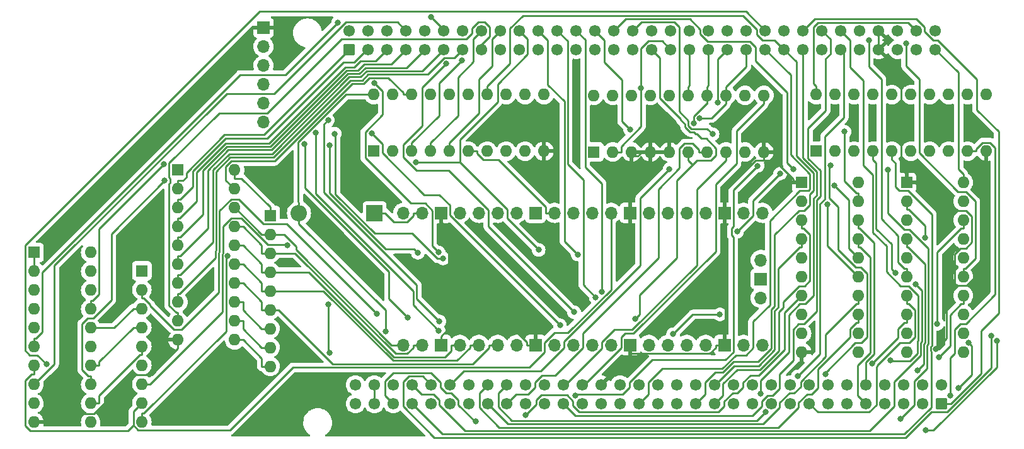
<source format=gbr>
%TF.GenerationSoftware,KiCad,Pcbnew,(6.0.9)*%
%TF.CreationDate,2022-12-18T09:22:53+00:00*%
%TF.ProjectId,Apricot-Hard-Disk-Interface,41707269-636f-4742-9d48-6172642d4469,rev?*%
%TF.SameCoordinates,Original*%
%TF.FileFunction,Copper,L2,Bot*%
%TF.FilePolarity,Positive*%
%FSLAX46Y46*%
G04 Gerber Fmt 4.6, Leading zero omitted, Abs format (unit mm)*
G04 Created by KiCad (PCBNEW (6.0.9)) date 2022-12-18 09:22:53*
%MOMM*%
%LPD*%
G01*
G04 APERTURE LIST*
G04 Aperture macros list*
%AMRoundRect*
0 Rectangle with rounded corners*
0 $1 Rounding radius*
0 $2 $3 $4 $5 $6 $7 $8 $9 X,Y pos of 4 corners*
0 Add a 4 corners polygon primitive as box body*
4,1,4,$2,$3,$4,$5,$6,$7,$8,$9,$2,$3,0*
0 Add four circle primitives for the rounded corners*
1,1,$1+$1,$2,$3*
1,1,$1+$1,$4,$5*
1,1,$1+$1,$6,$7*
1,1,$1+$1,$8,$9*
0 Add four rect primitives between the rounded corners*
20,1,$1+$1,$2,$3,$4,$5,0*
20,1,$1+$1,$4,$5,$6,$7,0*
20,1,$1+$1,$6,$7,$8,$9,0*
20,1,$1+$1,$8,$9,$2,$3,0*%
G04 Aperture macros list end*
%TA.AperFunction,ComponentPad*%
%ADD10R,1.600000X1.600000*%
%TD*%
%TA.AperFunction,ComponentPad*%
%ADD11O,1.600000X1.600000*%
%TD*%
%TA.AperFunction,ComponentPad*%
%ADD12R,2.200000X2.200000*%
%TD*%
%TA.AperFunction,ComponentPad*%
%ADD13O,2.200000X2.200000*%
%TD*%
%TA.AperFunction,ComponentPad*%
%ADD14RoundRect,0.249999X0.525001X0.525001X-0.525001X0.525001X-0.525001X-0.525001X0.525001X-0.525001X0*%
%TD*%
%TA.AperFunction,ComponentPad*%
%ADD15C,1.550000*%
%TD*%
%TA.AperFunction,ComponentPad*%
%ADD16RoundRect,0.249999X0.525001X-0.525001X0.525001X0.525001X-0.525001X0.525001X-0.525001X-0.525001X0*%
%TD*%
%TA.AperFunction,ComponentPad*%
%ADD17O,1.700000X1.700000*%
%TD*%
%TA.AperFunction,ComponentPad*%
%ADD18R,1.700000X1.700000*%
%TD*%
%TA.AperFunction,ViaPad*%
%ADD19C,0.800000*%
%TD*%
%TA.AperFunction,Conductor*%
%ADD20C,0.250000*%
%TD*%
G04 APERTURE END LIST*
D10*
%TO.P,U3,1,A->B*%
%TO.N,IO_R_W*%
X101700000Y-100950000D03*
D11*
%TO.P,U3,2,A0*%
%TO.N,D0*%
X101700000Y-103490000D03*
%TO.P,U3,3,A1*%
%TO.N,D1*%
X101700000Y-106030000D03*
%TO.P,U3,4,A2*%
%TO.N,D2*%
X101700000Y-108570000D03*
%TO.P,U3,5,A3*%
%TO.N,D3*%
X101700000Y-111110000D03*
%TO.P,U3,6,A4*%
%TO.N,D4*%
X101700000Y-113650000D03*
%TO.P,U3,7,A5*%
%TO.N,D5*%
X101700000Y-116190000D03*
%TO.P,U3,8,A6*%
%TO.N,D6*%
X101700000Y-118730000D03*
%TO.P,U3,9,A7*%
%TO.N,D7*%
X101700000Y-121270000D03*
%TO.P,U3,10,GND*%
%TO.N,GND*%
X101700000Y-123810000D03*
%TO.P,U3,11,B7*%
%TO.N,PD7*%
X109320000Y-123810000D03*
%TO.P,U3,12,B6*%
%TO.N,PD6*%
X109320000Y-121270000D03*
%TO.P,U3,13,B5*%
%TO.N,PD5*%
X109320000Y-118730000D03*
%TO.P,U3,14,B4*%
%TO.N,PD4*%
X109320000Y-116190000D03*
%TO.P,U3,15,B3*%
%TO.N,PD3*%
X109320000Y-113650000D03*
%TO.P,U3,16,B2*%
%TO.N,PD2*%
X109320000Y-111110000D03*
%TO.P,U3,17,B1*%
%TO.N,PD1*%
X109320000Y-108570000D03*
%TO.P,U3,18,B0*%
%TO.N,PD0*%
X109320000Y-106030000D03*
%TO.P,U3,19,CE*%
%TO.N,_SELECTED*%
X109320000Y-103490000D03*
%TO.P,U3,20,VCC*%
%TO.N,+3.3V*%
X109320000Y-100950000D03*
%TD*%
D10*
%TO.P,U1,1,I1/CLK*%
%TO.N,unconnected-(U1-Pad1)*%
X128025000Y-98400000D03*
D11*
%TO.P,U1,2,I2*%
%TO.N,_IO_OP*%
X130565000Y-98400000D03*
%TO.P,U1,3,I3*%
%TO.N,A4*%
X133105000Y-98400000D03*
%TO.P,U1,4,I4*%
%TO.N,A5*%
X135645000Y-98400000D03*
%TO.P,U1,5,I5*%
%TO.N,A6*%
X138185000Y-98400000D03*
%TO.P,U1,6,I6*%
%TO.N,P_INT*%
X140725000Y-98400000D03*
%TO.P,U1,7,I7*%
%TO.N,unconnected-(U1-Pad7)*%
X143265000Y-98400000D03*
%TO.P,U1,8,I8*%
%TO.N,unconnected-(U1-Pad8)*%
X145805000Y-98400000D03*
%TO.P,U1,9,I9*%
%TO.N,unconnected-(U1-Pad9)*%
X148345000Y-98400000D03*
%TO.P,U1,10,GND*%
%TO.N,GND*%
X150885000Y-98400000D03*
%TO.P,U1,11,I10/~{OE}*%
%TO.N,unconnected-(U1-Pad11)*%
X150885000Y-90780000D03*
%TO.P,U1,12,IO8*%
%TO.N,unconnected-(U1-Pad12)*%
X148345000Y-90780000D03*
%TO.P,U1,13,IO7*%
%TO.N,unconnected-(U1-Pad13)*%
X145805000Y-90780000D03*
%TO.P,U1,14,IO6*%
%TO.N,_INT2*%
X143265000Y-90780000D03*
%TO.P,U1,15,IO5*%
%TO.N,unconnected-(U1-Pad15)*%
X140725000Y-90780000D03*
%TO.P,U1,16,IO4*%
%TO.N,unconnected-(U1-Pad16)*%
X138185000Y-90780000D03*
%TO.P,U1,17,I03*%
%TO.N,unconnected-(U1-Pad17)*%
X135645000Y-90780000D03*
%TO.P,U1,18,IO2*%
%TO.N,_SELECTED*%
X133105000Y-90780000D03*
%TO.P,U1,19,IO1*%
%TO.N,unconnected-(U1-Pad19)*%
X130565000Y-90780000D03*
%TO.P,U1,20,VCC*%
%TO.N,VCC*%
X128025000Y-90780000D03*
%TD*%
D12*
%TO.P,D1,1,K*%
%TO.N,VSYS*%
X128130000Y-106750000D03*
D13*
%TO.P,D1,2,A*%
%TO.N,VCC*%
X117970000Y-106750000D03*
%TD*%
D10*
%TO.P,U6,1,OE*%
%TO.N,GND*%
X199600000Y-102600000D03*
D11*
%TO.P,U6,2,O0*%
%TO.N,_I_BHE*%
X199600000Y-105140000D03*
%TO.P,U6,3,D0*%
%TO.N,_BHE*%
X199600000Y-107680000D03*
%TO.P,U6,4,D1*%
%TO.N,AB0*%
X199600000Y-110220000D03*
%TO.P,U6,5,O1*%
%TO.N,_I_BLE*%
X199600000Y-112760000D03*
%TO.P,U6,6,O2*%
%TO.N,A0*%
X199600000Y-115300000D03*
%TO.P,U6,7,D2*%
%TO.N,AB1*%
X199600000Y-117840000D03*
%TO.P,U6,8,D3*%
%TO.N,AB2*%
X199600000Y-120380000D03*
%TO.P,U6,9,O3*%
%TO.N,A1*%
X199600000Y-122920000D03*
%TO.P,U6,10,GND*%
%TO.N,GND*%
X199600000Y-125460000D03*
%TO.P,U6,11,LE*%
%TO.N,ALE*%
X207220000Y-125460000D03*
%TO.P,U6,12,O4*%
%TO.N,A2*%
X207220000Y-122920000D03*
%TO.P,U6,13,D4*%
%TO.N,AB3*%
X207220000Y-120380000D03*
%TO.P,U6,14,D5*%
%TO.N,AB4*%
X207220000Y-117840000D03*
%TO.P,U6,15,O5*%
%TO.N,A3*%
X207220000Y-115300000D03*
%TO.P,U6,16,O6*%
%TO.N,A4*%
X207220000Y-112760000D03*
%TO.P,U6,17,D6*%
%TO.N,AB5*%
X207220000Y-110220000D03*
%TO.P,U6,18,D7*%
%TO.N,AB6*%
X207220000Y-107680000D03*
%TO.P,U6,19,O7*%
%TO.N,A5*%
X207220000Y-105140000D03*
%TO.P,U6,20,VCC*%
%TO.N,VCC*%
X207220000Y-102600000D03*
%TD*%
D10*
%TO.P,RN2,1,common*%
%TO.N,+3.3V*%
X96850000Y-114500000D03*
D11*
%TO.P,RN2,2,R1*%
%TO.N,P_SELECTED*%
X96850000Y-117040000D03*
%TO.P,RN2,3,R2*%
%TO.N,P_RW*%
X96850000Y-119580000D03*
%TO.P,RN2,4,R3*%
%TO.N,PA1*%
X96850000Y-122120000D03*
%TO.P,RN2,5,R4*%
%TO.N,PA2*%
X96850000Y-124660000D03*
%TO.P,RN2,6,R5*%
%TO.N,PA3*%
X96850000Y-127200000D03*
%TO.P,RN2,7,R6*%
%TO.N,PA4*%
X96850000Y-129740000D03*
%TO.P,RN2,8,R7*%
%TO.N,PA8*%
X96850000Y-132280000D03*
%TO.P,RN2,9,R8*%
%TO.N,PIOWAIT*%
X96850000Y-134820000D03*
%TD*%
D10*
%TO.P,U7,1,OE*%
%TO.N,GND*%
X185500000Y-102600000D03*
D11*
%TO.P,U7,2,O0*%
%TO.N,A6*%
X185500000Y-105140000D03*
%TO.P,U7,3,D0*%
%TO.N,AB7*%
X185500000Y-107680000D03*
%TO.P,U7,4,D1*%
%TO.N,AB8*%
X185500000Y-110220000D03*
%TO.P,U7,5,O1*%
%TO.N,A7*%
X185500000Y-112760000D03*
%TO.P,U7,6,O2*%
%TO.N,A8*%
X185500000Y-115300000D03*
%TO.P,U7,7,D2*%
%TO.N,AB9*%
X185500000Y-117840000D03*
%TO.P,U7,8,D3*%
%TO.N,AB10*%
X185500000Y-120380000D03*
%TO.P,U7,9,O3*%
%TO.N,A9*%
X185500000Y-122920000D03*
%TO.P,U7,10,GND*%
%TO.N,GND*%
X185500000Y-125460000D03*
%TO.P,U7,11,LE*%
%TO.N,ALE*%
X193120000Y-125460000D03*
%TO.P,U7,12,O4*%
%TO.N,A10*%
X193120000Y-122920000D03*
%TO.P,U7,13,D4*%
%TO.N,AB11*%
X193120000Y-120380000D03*
%TO.P,U7,14,D5*%
%TO.N,AB12*%
X193120000Y-117840000D03*
%TO.P,U7,15,O5*%
%TO.N,A11*%
X193120000Y-115300000D03*
%TO.P,U7,16,O6*%
%TO.N,A12*%
X193120000Y-112760000D03*
%TO.P,U7,17,D6*%
%TO.N,AB13*%
X193120000Y-110220000D03*
%TO.P,U7,18,D7*%
%TO.N,AB14*%
X193120000Y-107680000D03*
%TO.P,U7,19,O7*%
%TO.N,A13*%
X193120000Y-105140000D03*
%TO.P,U7,20,VCC*%
%TO.N,VCC*%
X193120000Y-102600000D03*
%TD*%
D10*
%TO.P,U2,1,1OE*%
%TO.N,_SELECTED*%
X82350000Y-112025000D03*
D11*
%TO.P,U2,2,1A0*%
X82350000Y-114565000D03*
%TO.P,U2,3,2Y0*%
%TO.N,PA3*%
X82350000Y-117105000D03*
%TO.P,U2,4,1A1*%
%TO.N,IO_R_W*%
X82350000Y-119645000D03*
%TO.P,U2,5,2Y1*%
%TO.N,PA4*%
X82350000Y-122185000D03*
%TO.P,U2,6,1A2*%
%TO.N,A0*%
X82350000Y-124725000D03*
%TO.P,U2,7,2Y2*%
%TO.N,PA8*%
X82350000Y-127265000D03*
%TO.P,U2,8,1A3*%
%TO.N,A1*%
X82350000Y-129805000D03*
%TO.P,U2,9,2Y3*%
%TO.N,IRDY*%
X82350000Y-132345000D03*
%TO.P,U2,10,GND*%
%TO.N,GND*%
X82350000Y-134885000D03*
%TO.P,U2,11,2A3*%
%TO.N,PIOWAIT*%
X89970000Y-134885000D03*
%TO.P,U2,12,1Y3*%
%TO.N,PA2*%
X89970000Y-132345000D03*
%TO.P,U2,13,2A2*%
%TO.N,A7*%
X89970000Y-129805000D03*
%TO.P,U2,14,1Y2*%
%TO.N,PA1*%
X89970000Y-127265000D03*
%TO.P,U2,15,2A1*%
%TO.N,A3*%
X89970000Y-124725000D03*
%TO.P,U2,16,1Y1*%
%TO.N,P_RW*%
X89970000Y-122185000D03*
%TO.P,U2,17,2A0*%
%TO.N,A2*%
X89970000Y-119645000D03*
%TO.P,U2,18,1Y0*%
%TO.N,P_SELECTED*%
X89970000Y-117105000D03*
%TO.P,U2,19,2OE*%
%TO.N,_SELECTED*%
X89970000Y-114565000D03*
%TO.P,U2,20,VCC*%
%TO.N,+3.3V*%
X89970000Y-112025000D03*
%TD*%
D14*
%TO.P,J1,a1,Pin_a1*%
%TO.N,CLK15*%
X204300000Y-132400000D03*
D15*
%TO.P,J1,a2,Pin_a2*%
%TO.N,_BHE*%
X201760000Y-132400000D03*
%TO.P,J1,a3,Pin_a3*%
%TO.N,AB18*%
X199220000Y-132400000D03*
%TO.P,J1,a4,Pin_a4*%
%TO.N,AB16*%
X196680000Y-132400000D03*
%TO.P,J1,a5,Pin_a5*%
%TO.N,AB13*%
X194140000Y-132400000D03*
%TO.P,J1,a6,Pin_a6*%
%TO.N,AB5*%
X191600000Y-132400000D03*
%TO.P,J1,a7,Pin_a7*%
%TO.N,AB3*%
X189060000Y-132400000D03*
%TO.P,J1,a8,Pin_a8*%
%TO.N,AB1*%
X186520000Y-132400000D03*
%TO.P,J1,a9,Pin_a9*%
%TO.N,DB14*%
X183980000Y-132400000D03*
%TO.P,J1,a10,Pin_a10*%
%TO.N,DB12*%
X181440000Y-132400000D03*
%TO.P,J1,a11,Pin_a11*%
%TO.N,DB10*%
X178900000Y-132400000D03*
%TO.P,J1,a12,Pin_a12*%
%TO.N,DB8*%
X176360000Y-132400000D03*
%TO.P,J1,a13,Pin_a13*%
%TO.N,AB7*%
X173820000Y-132400000D03*
%TO.P,J1,a14,Pin_a14*%
%TO.N,_INT2*%
X171280000Y-132400000D03*
%TO.P,J1,a15,Pin_a15*%
%TO.N,ALE*%
X168740000Y-132400000D03*
%TO.P,J1,a16,Pin_a16*%
%TO.N,unconnected-(J1-Pada16)*%
X166200000Y-132400000D03*
%TO.P,J1,a17,Pin_a17*%
%TO.N,MRDY*%
X163660000Y-132400000D03*
%TO.P,J1,a18,Pin_a18*%
%TO.N,DEN*%
X161120000Y-132400000D03*
%TO.P,J1,a19,Pin_a19*%
%TO.N,GND*%
X158580000Y-132400000D03*
%TO.P,J1,a20,Pin_a20*%
%TO.N,_AIOWC*%
X156040000Y-132400000D03*
%TO.P,J1,a21,Pin_a21*%
%TO.N,_RES*%
X153500000Y-132400000D03*
%TO.P,J1,a22,Pin_a22*%
%TO.N,_IORC*%
X150960000Y-132400000D03*
%TO.P,J1,a23,Pin_a23*%
%TO.N,DT_R*%
X148420000Y-132400000D03*
%TO.P,J1,a24,Pin_a24*%
%TO.N,_MRDC*%
X145880000Y-132400000D03*
%TO.P,J1,a25,Pin_a25*%
%TO.N,AB12*%
X143340000Y-132400000D03*
%TO.P,J1,a26,Pin_a26*%
%TO.N,AB9*%
X140800000Y-132400000D03*
%TO.P,J1,a27,Pin_a27*%
%TO.N,DB7*%
X138260000Y-132400000D03*
%TO.P,J1,a28,Pin_a28*%
%TO.N,DB5*%
X135720000Y-132400000D03*
%TO.P,J1,a29,Pin_a29*%
%TO.N,DB3*%
X133180000Y-132400000D03*
%TO.P,J1,a30,Pin_a30*%
%TO.N,DB1*%
X130640000Y-132400000D03*
%TO.P,J1,a31,Pin_a31*%
%TO.N,VCC*%
X128100000Y-132400000D03*
%TO.P,J1,a32,Pin_a32*%
%TO.N,+12V*%
X125560000Y-132400000D03*
%TO.P,J1,b1,Pin_b1*%
%TO.N,unconnected-(J1-Padb1)*%
X204300000Y-129860000D03*
%TO.P,J1,b2,Pin_b2*%
%TO.N,AB19*%
X201760000Y-129860000D03*
%TO.P,J1,b3,Pin_b3*%
%TO.N,AB17*%
X199220000Y-129860000D03*
%TO.P,J1,b4,Pin_b4*%
%TO.N,AB15*%
X196680000Y-129860000D03*
%TO.P,J1,b5,Pin_b5*%
%TO.N,AB14*%
X194140000Y-129860000D03*
%TO.P,J1,b6,Pin_b6*%
%TO.N,AB0*%
X191600000Y-129860000D03*
%TO.P,J1,b7,Pin_b7*%
%TO.N,AB4*%
X189060000Y-129860000D03*
%TO.P,J1,b8,Pin_b8*%
%TO.N,AB2*%
X186520000Y-129860000D03*
%TO.P,J1,b9,Pin_b9*%
%TO.N,DB15*%
X183980000Y-129860000D03*
%TO.P,J1,b10,Pin_b10*%
%TO.N,DB13*%
X181440000Y-129860000D03*
%TO.P,J1,b11,Pin_b11*%
%TO.N,DB11*%
X178900000Y-129860000D03*
%TO.P,J1,b12,Pin_b12*%
%TO.N,DB9*%
X176360000Y-129860000D03*
%TO.P,J1,b13,Pin_b13*%
%TO.N,AB8*%
X173820000Y-129860000D03*
%TO.P,J1,b14,Pin_b14*%
%TO.N,AB6*%
X171280000Y-129860000D03*
%TO.P,J1,b15,Pin_b15*%
%TO.N,_INT3*%
X168740000Y-129860000D03*
%TO.P,J1,b16,Pin_b16*%
%TO.N,unconnected-(J1-Padb16)*%
X166200000Y-129860000D03*
%TO.P,J1,b17,Pin_b17*%
%TO.N,IRDY*%
X163660000Y-129860000D03*
%TO.P,J1,b18,Pin_b18*%
%TO.N,CLK5*%
X161120000Y-129860000D03*
%TO.P,J1,b19,Pin_b19*%
%TO.N,GND*%
X158580000Y-129860000D03*
%TO.P,J1,b20,Pin_b20*%
%TO.N,_IOWC*%
X156040000Y-129860000D03*
%TO.P,J1,b21,Pin_b21*%
%TO.N,_MWTC*%
X153500000Y-129860000D03*
%TO.P,J1,b22,Pin_b22*%
%TO.N,unconnected-(J1-Padb22)*%
X150960000Y-129860000D03*
%TO.P,J1,b23,Pin_b23*%
%TO.N,unconnected-(J1-Padb23)*%
X148420000Y-129860000D03*
%TO.P,J1,b24,Pin_b24*%
%TO.N,_AMWC*%
X145880000Y-129860000D03*
%TO.P,J1,b25,Pin_b25*%
%TO.N,AB11*%
X143340000Y-129860000D03*
%TO.P,J1,b26,Pin_b26*%
%TO.N,AB10*%
X140800000Y-129860000D03*
%TO.P,J1,b27,Pin_b27*%
%TO.N,DB6*%
X138260000Y-129860000D03*
%TO.P,J1,b28,Pin_b28*%
%TO.N,DB4*%
X135720000Y-129860000D03*
%TO.P,J1,b29,Pin_b29*%
%TO.N,DB2*%
X133180000Y-129860000D03*
%TO.P,J1,b30,Pin_b30*%
%TO.N,DB0*%
X130640000Y-129860000D03*
%TO.P,J1,b31,Pin_b31*%
%TO.N,VCC*%
X128100000Y-129860000D03*
%TO.P,J1,b32,Pin_b32*%
%TO.N,-12V*%
X125560000Y-129860000D03*
%TD*%
D16*
%TO.P,J2,a1,Pin_a1*%
%TO.N,D0*%
X124730000Y-84712500D03*
D15*
%TO.P,J2,a2,Pin_a2*%
%TO.N,D1*%
X127270000Y-84712500D03*
%TO.P,J2,a3,Pin_a3*%
%TO.N,D2*%
X129810000Y-84712500D03*
%TO.P,J2,a4,Pin_a4*%
%TO.N,D3*%
X132350000Y-84712500D03*
%TO.P,J2,a5,Pin_a5*%
%TO.N,D4*%
X134890000Y-84712500D03*
%TO.P,J2,a6,Pin_a6*%
%TO.N,D5*%
X137430000Y-84712500D03*
%TO.P,J2,a7,Pin_a7*%
%TO.N,D6*%
X139970000Y-84712500D03*
%TO.P,J2,a8,Pin_a8*%
%TO.N,D7*%
X142510000Y-84712500D03*
%TO.P,J2,a9,Pin_a9*%
%TO.N,D8*%
X145050000Y-84712500D03*
%TO.P,J2,a10,Pin_a10*%
%TO.N,D9*%
X147590000Y-84712500D03*
%TO.P,J2,a11,Pin_a11*%
%TO.N,D10*%
X150130000Y-84712500D03*
%TO.P,J2,a12,Pin_a12*%
%TO.N,D11*%
X152670000Y-84712500D03*
%TO.P,J2,a13,Pin_a13*%
%TO.N,D12*%
X155210000Y-84712500D03*
%TO.P,J2,a14,Pin_a14*%
%TO.N,D13*%
X157750000Y-84712500D03*
%TO.P,J2,a15,Pin_a15*%
%TO.N,D14*%
X160290000Y-84712500D03*
%TO.P,J2,a16,Pin_a16*%
%TO.N,D15*%
X162830000Y-84712500D03*
%TO.P,J2,a17,Pin_a17*%
%TO.N,DEN*%
X165370000Y-84712500D03*
%TO.P,J2,a18,Pin_a18*%
%TO.N,_SELECTED*%
X167910000Y-84712500D03*
%TO.P,J2,a19,Pin_a19*%
%TO.N,_MEM_OP*%
X170450000Y-84712500D03*
%TO.P,J2,a20,Pin_a20*%
%TO.N,_IO_OP*%
X172990000Y-84712500D03*
%TO.P,J2,a21,Pin_a21*%
%TO.N,_WE*%
X175530000Y-84712500D03*
%TO.P,J2,a22,Pin_a22*%
%TO.N,IO_R_W*%
X178070000Y-84712500D03*
%TO.P,J2,a23,Pin_a23*%
%TO.N,MRDY*%
X180610000Y-84712500D03*
%TO.P,J2,a24,Pin_a24*%
%TO.N,_INT2*%
X183150000Y-84712500D03*
%TO.P,J2,a25,Pin_a25*%
%TO.N,CLK5*%
X185690000Y-84712500D03*
%TO.P,J2,a26,Pin_a26*%
%TO.N,unconnected-(J2-Pada26)*%
X188230000Y-84712500D03*
%TO.P,J2,a27,Pin_a27*%
%TO.N,_AMWC*%
X190770000Y-84712500D03*
%TO.P,J2,a28,Pin_a28*%
%TO.N,GND*%
X193310000Y-84712500D03*
%TO.P,J2,a29,Pin_a29*%
X195850000Y-84712500D03*
%TO.P,J2,a30,Pin_a30*%
%TO.N,unconnected-(J2-Pada30)*%
X198390000Y-84712500D03*
%TO.P,J2,a31,Pin_a31*%
%TO.N,VCC*%
X200930000Y-84712500D03*
%TO.P,J2,a32,Pin_a32*%
X203470000Y-84712500D03*
%TO.P,J2,b1,Pin_b1*%
%TO.N,_I_BHE*%
X124730000Y-82172500D03*
%TO.P,J2,b2,Pin_b2*%
%TO.N,_I_BLE*%
X127270000Y-82172500D03*
%TO.P,J2,b3,Pin_b3*%
%TO.N,A0*%
X129810000Y-82172500D03*
%TO.P,J2,b4,Pin_b4*%
%TO.N,A1*%
X132350000Y-82172500D03*
%TO.P,J2,b5,Pin_b5*%
%TO.N,A2*%
X134890000Y-82172500D03*
%TO.P,J2,b6,Pin_b6*%
%TO.N,A3*%
X137430000Y-82172500D03*
%TO.P,J2,b7,Pin_b7*%
%TO.N,A4*%
X139970000Y-82172500D03*
%TO.P,J2,b8,Pin_b8*%
%TO.N,A5*%
X142510000Y-82172500D03*
%TO.P,J2,b9,Pin_b9*%
%TO.N,A6*%
X145050000Y-82172500D03*
%TO.P,J2,b10,Pin_b10*%
%TO.N,A7*%
X147590000Y-82172500D03*
%TO.P,J2,b11,Pin_b11*%
%TO.N,A8*%
X150130000Y-82172500D03*
%TO.P,J2,b12,Pin_b12*%
%TO.N,A9*%
X152670000Y-82172500D03*
%TO.P,J2,b13,Pin_b13*%
%TO.N,A10*%
X155210000Y-82172500D03*
%TO.P,J2,b14,Pin_b14*%
%TO.N,A11*%
X157750000Y-82172500D03*
%TO.P,J2,b15,Pin_b15*%
%TO.N,A12*%
X160290000Y-82172500D03*
%TO.P,J2,b16,Pin_b16*%
%TO.N,A13*%
X162830000Y-82172500D03*
%TO.P,J2,b17,Pin_b17*%
%TO.N,A14*%
X165370000Y-82172500D03*
%TO.P,J2,b18,Pin_b18*%
%TO.N,A15*%
X167910000Y-82172500D03*
%TO.P,J2,b19,Pin_b19*%
%TO.N,A16*%
X170450000Y-82172500D03*
%TO.P,J2,b20,Pin_b20*%
%TO.N,A17*%
X172990000Y-82172500D03*
%TO.P,J2,b21,Pin_b21*%
%TO.N,A18*%
X175530000Y-82172500D03*
%TO.P,J2,b22,Pin_b22*%
%TO.N,A19*%
X178070000Y-82172500D03*
%TO.P,J2,b23,Pin_b23*%
%TO.N,IRDY*%
X180610000Y-82172500D03*
%TO.P,J2,b24,Pin_b24*%
%TO.N,_INT3*%
X183150000Y-82172500D03*
%TO.P,J2,b25,Pin_b25*%
%TO.N,CLK15*%
X185690000Y-82172500D03*
%TO.P,J2,b26,Pin_b26*%
%TO.N,_RES*%
X188230000Y-82172500D03*
%TO.P,J2,b27,Pin_b27*%
%TO.N,_AIOWC*%
X190770000Y-82172500D03*
%TO.P,J2,b28,Pin_b28*%
%TO.N,GND*%
X193310000Y-82172500D03*
%TO.P,J2,b29,Pin_b29*%
X195850000Y-82172500D03*
%TO.P,J2,b30,Pin_b30*%
%TO.N,unconnected-(J2-Padb30)*%
X198390000Y-82172500D03*
%TO.P,J2,b31,Pin_b31*%
%TO.N,VCC*%
X200930000Y-82172500D03*
%TO.P,J2,b32,Pin_b32*%
X203470000Y-82172500D03*
%TD*%
D10*
%TO.P,U5,1,A->B*%
%TO.N,DT_R*%
X187475000Y-98400000D03*
D11*
%TO.P,U5,2,A0*%
%TO.N,DB0*%
X190015000Y-98400000D03*
%TO.P,U5,3,A1*%
%TO.N,DB1*%
X192555000Y-98400000D03*
%TO.P,U5,4,A2*%
%TO.N,DB2*%
X195095000Y-98400000D03*
%TO.P,U5,5,A3*%
%TO.N,DB3*%
X197635000Y-98400000D03*
%TO.P,U5,6,A4*%
%TO.N,DB4*%
X200175000Y-98400000D03*
%TO.P,U5,7,A5*%
%TO.N,DB5*%
X202715000Y-98400000D03*
%TO.P,U5,8,A6*%
%TO.N,DB6*%
X205255000Y-98400000D03*
%TO.P,U5,9,A7*%
%TO.N,DB7*%
X207795000Y-98400000D03*
%TO.P,U5,10,GND*%
%TO.N,GND*%
X210335000Y-98400000D03*
%TO.P,U5,11,B7*%
%TO.N,D7*%
X210335000Y-90780000D03*
%TO.P,U5,12,B6*%
%TO.N,D6*%
X207795000Y-90780000D03*
%TO.P,U5,13,B5*%
%TO.N,D5*%
X205255000Y-90780000D03*
%TO.P,U5,14,B4*%
%TO.N,D4*%
X202715000Y-90780000D03*
%TO.P,U5,15,B3*%
%TO.N,D3*%
X200175000Y-90780000D03*
%TO.P,U5,16,B2*%
%TO.N,D2*%
X197635000Y-90780000D03*
%TO.P,U5,17,B1*%
%TO.N,D1*%
X195095000Y-90780000D03*
%TO.P,U5,18,B0*%
%TO.N,D0*%
X192555000Y-90780000D03*
%TO.P,U5,19,CE*%
%TO.N,_BOARD_OE*%
X190015000Y-90780000D03*
%TO.P,U5,20,VCC*%
%TO.N,VCC*%
X187475000Y-90780000D03*
%TD*%
D17*
%TO.P,P1,1,GPIO0*%
%TO.N,PD0*%
X131970000Y-124490000D03*
%TO.P,P1,2,GPIO1*%
%TO.N,PD1*%
X134510000Y-124490000D03*
D18*
%TO.P,P1,3,GND*%
%TO.N,GND*%
X137050000Y-124490000D03*
D17*
%TO.P,P1,4,GPIO2*%
%TO.N,PD2*%
X139590000Y-124490000D03*
%TO.P,P1,5,GPIO3*%
%TO.N,PD3*%
X142130000Y-124490000D03*
%TO.P,P1,6,GPIO4*%
%TO.N,PD4*%
X144670000Y-124490000D03*
%TO.P,P1,7,GPIO5*%
%TO.N,PD5*%
X147210000Y-124490000D03*
D18*
%TO.P,P1,8,GND*%
%TO.N,GND*%
X149750000Y-124490000D03*
D17*
%TO.P,P1,9,GPIO6*%
%TO.N,PD6*%
X152290000Y-124490000D03*
%TO.P,P1,10,GPIO7*%
%TO.N,PD7*%
X154830000Y-124490000D03*
%TO.P,P1,11,GPIO8*%
%TO.N,unconnected-(P1-Pad11)*%
X157370000Y-124490000D03*
%TO.P,P1,12,GPIO9*%
%TO.N,unconnected-(P1-Pad12)*%
X159910000Y-124490000D03*
D18*
%TO.P,P1,13,GND*%
%TO.N,GND*%
X162450000Y-124490000D03*
D17*
%TO.P,P1,14,GPIO10*%
%TO.N,SPI_CLK*%
X164990000Y-124490000D03*
%TO.P,P1,15,GPIO11*%
%TO.N,SPI_MOSI*%
X167530000Y-124490000D03*
%TO.P,P1,16,GPIO12*%
%TO.N,SPI_MISO*%
X170070000Y-124490000D03*
%TO.P,P1,17,GPIO13*%
%TO.N,SPI_CS*%
X172610000Y-124490000D03*
D18*
%TO.P,P1,18,GND*%
%TO.N,GND*%
X175150000Y-124490000D03*
D17*
%TO.P,P1,19,GPIO14*%
%TO.N,P_SELECTED*%
X177690000Y-124490000D03*
%TO.P,P1,20,GPIO15*%
%TO.N,P_RW*%
X180230000Y-124490000D03*
%TO.P,P1,21,GPIO16*%
%TO.N,unconnected-(P1-Pad21)*%
X180230000Y-106710000D03*
%TO.P,P1,22,GPIO17*%
%TO.N,unconnected-(P1-Pad22)*%
X177690000Y-106710000D03*
D18*
%TO.P,P1,23,GND*%
%TO.N,GND*%
X175150000Y-106710000D03*
D17*
%TO.P,P1,24,GPIO18*%
%TO.N,PA1*%
X172610000Y-106710000D03*
%TO.P,P1,25,GPIO19*%
%TO.N,PA2*%
X170070000Y-106710000D03*
%TO.P,P1,26,GPIO20*%
%TO.N,PA3*%
X167530000Y-106710000D03*
%TO.P,P1,27,GPIO21*%
%TO.N,PA4*%
X164990000Y-106710000D03*
D18*
%TO.P,P1,28,GND*%
%TO.N,GND*%
X162450000Y-106710000D03*
D17*
%TO.P,P1,29,GPIO22*%
%TO.N,PA8*%
X159910000Y-106710000D03*
%TO.P,P1,30,RUN*%
%TO.N,unconnected-(P1-Pad30)*%
X157370000Y-106710000D03*
%TO.P,P1,31,GPIO26_ADC0*%
%TO.N,unconnected-(P1-Pad31)*%
X154830000Y-106710000D03*
%TO.P,P1,32,GPIO27_ADC1*%
%TO.N,P_INT*%
X152290000Y-106710000D03*
D18*
%TO.P,P1,33,AGND*%
%TO.N,unconnected-(P1-Pad33)*%
X149750000Y-106710000D03*
D17*
%TO.P,P1,34,GPIO28_ADC2*%
%TO.N,PIOWAIT*%
X147210000Y-106710000D03*
%TO.P,P1,35,ADC_VREF*%
%TO.N,unconnected-(P1-Pad35)*%
X144670000Y-106710000D03*
%TO.P,P1,36,3V3*%
%TO.N,+3.3V*%
X142130000Y-106710000D03*
%TO.P,P1,37,3V3_EN*%
%TO.N,unconnected-(P1-Pad37)*%
X139590000Y-106710000D03*
D18*
%TO.P,P1,38,GND*%
%TO.N,GND*%
X137050000Y-106710000D03*
D17*
%TO.P,P1,39,VSYS*%
%TO.N,VSYS*%
X134510000Y-106710000D03*
%TO.P,P1,40,VBUS*%
%TO.N,unconnected-(P1-Pad40)*%
X131970000Y-106710000D03*
%TO.P,P1,41,SWCLK*%
%TO.N,unconnected-(P1-Pad41)*%
X180000000Y-118140000D03*
D18*
%TO.P,P1,42,GND*%
%TO.N,unconnected-(P1-Pad42)*%
X180000000Y-115600000D03*
D17*
%TO.P,P1,43,SWDIO*%
%TO.N,unconnected-(P1-Pad43)*%
X180000000Y-113060000D03*
%TD*%
D10*
%TO.P,U4,1,I1/CLK*%
%TO.N,unconnected-(U4-Pad1)*%
X157575000Y-98500000D03*
D11*
%TO.P,U4,2,I2*%
%TO.N,_SELECTED*%
X160115000Y-98500000D03*
%TO.P,U4,3,I3*%
%TO.N,GND*%
X162655000Y-98500000D03*
%TO.P,U4,4,I4*%
X165195000Y-98500000D03*
%TO.P,U4,5,I5*%
X167735000Y-98500000D03*
%TO.P,U4,6,I6*%
%TO.N,DEN*%
X170275000Y-98500000D03*
%TO.P,U4,7,I7*%
%TO.N,_MRDC*%
X172815000Y-98500000D03*
%TO.P,U4,8,I8*%
%TO.N,_MWTC*%
X175355000Y-98500000D03*
%TO.P,U4,9,I9*%
%TO.N,_IORC*%
X177895000Y-98500000D03*
%TO.P,U4,10,GND*%
%TO.N,GND*%
X180435000Y-98500000D03*
%TO.P,U4,11,I10/~{OE}*%
%TO.N,_IOWC*%
X180435000Y-90880000D03*
%TO.P,U4,12,IO8*%
%TO.N,unconnected-(U4-Pad12)*%
X177895000Y-90880000D03*
%TO.P,U4,13,IO7*%
%TO.N,IO_R_W*%
X175355000Y-90880000D03*
%TO.P,U4,14,IO6*%
%TO.N,_IO_OP*%
X172815000Y-90880000D03*
%TO.P,U4,15,IO5*%
%TO.N,_MEM_OP*%
X170275000Y-90880000D03*
%TO.P,U4,16,IO4*%
%TO.N,_BOARD_OE*%
X167735000Y-90880000D03*
%TO.P,U4,17,I03*%
%TO.N,_WE*%
X165195000Y-90880000D03*
%TO.P,U4,18,IO2*%
%TO.N,unconnected-(U4-Pad18)*%
X162655000Y-90880000D03*
%TO.P,U4,19,IO1*%
%TO.N,unconnected-(U4-Pad19)*%
X160115000Y-90880000D03*
%TO.P,U4,20,VCC*%
%TO.N,VCC*%
X157575000Y-90880000D03*
%TD*%
D18*
%TO.P,J3,1,Pin_1*%
%TO.N,GND*%
X113200000Y-81775000D03*
D17*
%TO.P,J3,2,Pin_2*%
%TO.N,VCC*%
X113200000Y-84315000D03*
%TO.P,J3,3,Pin_3*%
%TO.N,SPI_MISO*%
X113200000Y-86855000D03*
%TO.P,J3,4,Pin_4*%
%TO.N,SPI_MOSI*%
X113200000Y-89395000D03*
%TO.P,J3,5,Pin_5*%
%TO.N,SPI_CLK*%
X113200000Y-91935000D03*
%TO.P,J3,6,Pin_6*%
%TO.N,SPI_CS*%
X113200000Y-94475000D03*
%TD*%
D10*
%TO.P,RN1,1,common*%
%TO.N,+3.3V*%
X114100000Y-107050000D03*
D11*
%TO.P,RN1,2,R1*%
%TO.N,PD0*%
X114100000Y-109590000D03*
%TO.P,RN1,3,R2*%
%TO.N,PD1*%
X114100000Y-112130000D03*
%TO.P,RN1,4,R3*%
%TO.N,PD2*%
X114100000Y-114670000D03*
%TO.P,RN1,5,R4*%
%TO.N,PD3*%
X114100000Y-117210000D03*
%TO.P,RN1,6,R5*%
%TO.N,PD4*%
X114100000Y-119750000D03*
%TO.P,RN1,7,R6*%
%TO.N,PD5*%
X114100000Y-122290000D03*
%TO.P,RN1,8,R7*%
%TO.N,PD6*%
X114100000Y-124830000D03*
%TO.P,RN1,9,R8*%
%TO.N,PD7*%
X114100000Y-127370000D03*
%TD*%
D19*
%TO.N,VCC*%
X129603000Y-122664400D03*
%TO.N,GND*%
X87300000Y-115700000D03*
X141850000Y-115450000D03*
X115650000Y-132550000D03*
X87450000Y-132350000D03*
X108450000Y-132200000D03*
X128250000Y-116250000D03*
X155250000Y-97950000D03*
X125150000Y-112650000D03*
X87450000Y-129100000D03*
X93850000Y-132250000D03*
X99350000Y-117300000D03*
X97200000Y-98100000D03*
X113050000Y-135700000D03*
X197450000Y-94250000D03*
X145700000Y-117750000D03*
X204950000Y-115000000D03*
X194950000Y-94250000D03*
X176500000Y-93650000D03*
X200150000Y-94450000D03*
X159650000Y-96250000D03*
X123200000Y-110950000D03*
X116700000Y-113400000D03*
X90950000Y-104250000D03*
X94200000Y-118650000D03*
X108650000Y-128450000D03*
X128000000Y-134850000D03*
X125800000Y-101650000D03*
X189850000Y-93350000D03*
X87000000Y-124300000D03*
X209600000Y-95550000D03*
X187200000Y-92850000D03*
X173450000Y-118350000D03*
X203950000Y-93150000D03*
X86950000Y-120250000D03*
X146300000Y-113200000D03*
X192500000Y-93250000D03*
X203557200Y-125035100D03*
X152600000Y-112950000D03*
X115850000Y-101400000D03*
X104650000Y-116650000D03*
X161850000Y-113100000D03*
X205100000Y-107700000D03*
X116000000Y-104500000D03*
X177650000Y-118550000D03*
X97600000Y-108150000D03*
%TO.N,DEN*%
X163181100Y-120965600D03*
%TO.N,_AIOWC*%
X197407500Y-126552000D03*
%TO.N,_IORC*%
X155127600Y-131343000D03*
X179601900Y-100370300D03*
%TO.N,DT_R*%
X188671300Y-128468100D03*
X189374800Y-100299800D03*
%TO.N,AB9*%
X148424900Y-133959300D03*
%TO.N,DB7*%
X205476900Y-131296300D03*
%TO.N,DB5*%
X211706800Y-123949200D03*
X202191500Y-136003500D03*
%TO.N,DB1*%
X141691400Y-134801300D03*
X198775400Y-134444300D03*
X197104200Y-100906000D03*
%TO.N,AB0*%
X201098700Y-127931400D03*
%TO.N,AB4*%
X203952000Y-126122100D03*
%TO.N,AB2*%
X194953200Y-127009900D03*
%TO.N,AB6*%
X203732000Y-121637900D03*
%TO.N,_INT3*%
X137774300Y-86570800D03*
X154929000Y-120067600D03*
%TO.N,IRDY*%
X84019900Y-127072100D03*
%TO.N,CLK5*%
X180007900Y-131028600D03*
%TO.N,_AMWC*%
X180627500Y-133533300D03*
X184989600Y-128720600D03*
%TO.N,AB10*%
X168232800Y-123032600D03*
X174510400Y-120380000D03*
%TO.N,DB6*%
X167747700Y-100811800D03*
%TO.N,DB4*%
X210971400Y-123225300D03*
%TO.N,DB2*%
X200799400Y-116320900D03*
X198066200Y-114797200D03*
%TO.N,DB0*%
X122098100Y-125583500D03*
X121925900Y-118999400D03*
X176836600Y-109233600D03*
X182614300Y-101410400D03*
%TO.N,_SELECTED*%
X163930400Y-89866500D03*
%TO.N,_IO_OP*%
X171003800Y-94658200D03*
%TO.N,_WE*%
X174224300Y-91871600D03*
%TO.N,IO_R_W*%
X171771900Y-93935000D03*
%TO.N,_I_BHE*%
X137338400Y-112830200D03*
X202093200Y-110020000D03*
X122763300Y-96051800D03*
%TO.N,_I_BLE*%
X136731000Y-112022700D03*
X128094100Y-89251500D03*
%TO.N,A0*%
X123214800Y-81066000D03*
X194519700Y-83495600D03*
%TO.N,A1*%
X207957500Y-124188900D03*
X206557200Y-130298500D03*
%TO.N,A2*%
X122055600Y-97578200D03*
X99788900Y-100169100D03*
X133936700Y-112081600D03*
%TO.N,A3*%
X199526300Y-83855600D03*
X135725500Y-80326000D03*
%TO.N,A4*%
X139896400Y-86141300D03*
%TO.N,A7*%
X133642300Y-99866100D03*
X99899800Y-102364700D03*
X150178200Y-111684700D03*
%TO.N,A8*%
X155400000Y-112306700D03*
%TO.N,A9*%
X157831000Y-118071400D03*
%TO.N,A10*%
X158616800Y-117313300D03*
%TO.N,A11*%
X162462300Y-95490300D03*
X188964000Y-105554900D03*
%TO.N,A12*%
X189913000Y-103036600D03*
X184374300Y-100808100D03*
%TO.N,A13*%
X191262500Y-95770700D03*
X173546600Y-96107000D03*
%TO.N,SPI_MISO*%
X136840500Y-121321700D03*
X121867800Y-94229200D03*
%TO.N,SPI_MOSI*%
X153035000Y-121833700D03*
X127732200Y-96026400D03*
%TO.N,SPI_CLK*%
X136764800Y-122569000D03*
X120205700Y-95926400D03*
%TO.N,SPI_CS*%
X118658100Y-97456500D03*
X132595800Y-120811700D03*
%TO.N,PA4*%
X116379200Y-111097300D03*
%TO.N,PIOWAIT*%
X108374600Y-112543100D03*
%TO.N,P_SELECTED*%
X128462900Y-120278800D03*
%TD*%
D20*
%TO.N,VCC*%
X128100000Y-132400000D02*
X128100000Y-129860000D01*
X187115800Y-89295500D02*
X187115800Y-81666000D01*
X187475000Y-90780000D02*
X187475000Y-89654700D01*
X207220000Y-102600000D02*
X207220000Y-101474700D01*
X117970000Y-106750000D02*
X117970000Y-105324700D01*
X128025000Y-90780000D02*
X124291300Y-90780000D01*
X129603000Y-122664400D02*
X129603000Y-119808300D01*
X206576600Y-87819100D02*
X206576600Y-100831300D01*
X187716000Y-81065800D02*
X199823300Y-81065800D01*
X203470000Y-84712500D02*
X206576600Y-87819100D01*
X187115800Y-81666000D02*
X187716000Y-81065800D01*
X117970000Y-106750000D02*
X117970000Y-108175300D01*
X117884200Y-97187100D02*
X117884200Y-105238900D01*
X129603000Y-119808300D02*
X117970000Y-108175300D01*
X124291300Y-90780000D02*
X117884200Y-97187100D01*
X187475000Y-89654700D02*
X187115800Y-89295500D01*
X117884200Y-105238900D02*
X117970000Y-105324700D01*
X206576600Y-100831300D02*
X207220000Y-101474700D01*
X199823300Y-81065800D02*
X200930000Y-82172500D01*
%TO.N,GND*%
X173974700Y-124857300D02*
X173974700Y-124490000D01*
X195850000Y-82172500D02*
X195850000Y-84712500D01*
X162450000Y-124490000D02*
X162450000Y-125665300D01*
X84600600Y-133759700D02*
X90378300Y-133759700D01*
X82350000Y-134885000D02*
X83475300Y-134885000D01*
X162655000Y-98500000D02*
X162655000Y-99062600D01*
X175150000Y-106710000D02*
X175150000Y-107885300D01*
X184374700Y-102145000D02*
X181855000Y-99625300D01*
X138080400Y-108915700D02*
X138080400Y-122284300D01*
X207566500Y-111490000D02*
X206830500Y-111490000D01*
X162450000Y-99830300D02*
X162655000Y-99625300D01*
X208372400Y-107186500D02*
X208372400Y-110684100D01*
X204988100Y-123604200D02*
X203557200Y-125035100D01*
X184374700Y-102600000D02*
X184374700Y-102145000D01*
X95668000Y-128470000D02*
X98165300Y-128470000D01*
X148574700Y-124490000D02*
X148574700Y-124122700D01*
X175246600Y-123218100D02*
X175246600Y-107981900D01*
X206830500Y-111490000D02*
X206082000Y-112238500D01*
X200725300Y-102600000D02*
X204535300Y-106410000D01*
X148574700Y-124122700D02*
X146736300Y-122284300D01*
X83475300Y-134885000D02*
X84600600Y-133759700D01*
X175150000Y-103796500D02*
X175150000Y-106710000D01*
X162450000Y-125990000D02*
X162450000Y-125665300D01*
X90378300Y-133759700D02*
X95668000Y-128470000D01*
X185500000Y-102600000D02*
X184374700Y-102600000D01*
X162655000Y-99062600D02*
X163507100Y-99062600D01*
X180435000Y-98500000D02*
X180435000Y-99625300D01*
X181855000Y-99625300D02*
X180435000Y-99625300D01*
X158580000Y-129860000D02*
X162450000Y-125990000D01*
X175150000Y-123314700D02*
X175246600Y-123218100D01*
X198905000Y-87767500D02*
X195850000Y-84712500D01*
X162450000Y-125665300D02*
X173166700Y-125665300D01*
X210335000Y-113840800D02*
X210335000Y-98400000D01*
X199600000Y-101474700D02*
X198905000Y-100779700D01*
X98165300Y-128470000D02*
X101700000Y-124935300D01*
X206082000Y-116484700D02*
X204988100Y-117578600D01*
X137050000Y-106710000D02*
X137050000Y-107885300D01*
X173166700Y-125665300D02*
X173974700Y-124857300D01*
X137050000Y-124490000D02*
X137050000Y-123314700D01*
X175150000Y-124490000D02*
X173974700Y-124490000D01*
X207595900Y-106410000D02*
X208372400Y-107186500D01*
X137050000Y-107885300D02*
X138080400Y-108915700D01*
X206082000Y-116484700D02*
X207691100Y-116484700D01*
X162450000Y-105534700D02*
X162450000Y-99830300D01*
X162655000Y-99062600D02*
X162655000Y-99625300D01*
X101700000Y-123810000D02*
X101700000Y-124935300D01*
X208372400Y-110684100D02*
X207566500Y-111490000D01*
X198905000Y-100779700D02*
X198905000Y-87767500D01*
X179321200Y-99625300D02*
X175150000Y-103796500D01*
X146736300Y-122284300D02*
X138080400Y-122284300D01*
X165195000Y-98500000D02*
X164069700Y-98500000D01*
X206082000Y-112238500D02*
X206082000Y-116484700D01*
X204988100Y-117578600D02*
X204988100Y-123604200D01*
X204535300Y-106410000D02*
X207595900Y-106410000D01*
X180435000Y-99625300D02*
X179321200Y-99625300D01*
X162450000Y-106710000D02*
X162450000Y-105534700D01*
X149750000Y-124490000D02*
X148574700Y-124490000D01*
X163507100Y-99062600D02*
X164069700Y-98500000D01*
X199600000Y-102600000D02*
X199600000Y-101474700D01*
X199600000Y-102600000D02*
X200725300Y-102600000D01*
X207691100Y-116484700D02*
X210335000Y-113840800D01*
X175246600Y-107981900D02*
X175150000Y-107885300D01*
X138080400Y-122284300D02*
X137050000Y-123314700D01*
X175150000Y-124490000D02*
X175150000Y-123314700D01*
%TO.N,+3.3V*%
X114100000Y-105924700D02*
X110250600Y-102075300D01*
X110250600Y-102075300D02*
X109320000Y-102075300D01*
X114100000Y-107050000D02*
X114100000Y-105924700D01*
X109320000Y-100950000D02*
X109320000Y-102075300D01*
%TO.N,CLK15*%
X209065000Y-88712000D02*
X209065000Y-92840700D01*
X203795500Y-83442500D02*
X209065000Y-88712000D01*
X209622800Y-122542100D02*
X209622800Y-128305300D01*
X200929900Y-80607700D02*
X202030400Y-81708200D01*
X187254800Y-80607700D02*
X200929900Y-80607700D01*
X202030400Y-81708200D02*
X202030400Y-82297100D01*
X211952400Y-120212500D02*
X209622800Y-122542100D01*
X211952400Y-95728100D02*
X211952400Y-120212500D01*
X202030400Y-82297100D02*
X203175800Y-83442500D01*
X209622800Y-128305300D02*
X205528100Y-132400000D01*
X203175800Y-83442500D02*
X203795500Y-83442500D01*
X209065000Y-92840700D02*
X211952400Y-95728100D01*
X185690000Y-82172500D02*
X187254800Y-80607700D01*
X205528100Y-132400000D02*
X204300000Y-132400000D01*
%TO.N,AB13*%
X193401300Y-111345300D02*
X194732100Y-112676100D01*
X193017800Y-127282700D02*
X193017800Y-131277800D01*
X194732100Y-112676100D02*
X194732100Y-125568400D01*
X193120000Y-111345300D02*
X193401300Y-111345300D01*
X194732100Y-125568400D02*
X193017800Y-127282700D01*
X193120000Y-110220000D02*
X193120000Y-111345300D01*
X193017800Y-131277800D02*
X194140000Y-132400000D01*
%TO.N,AB1*%
X194575100Y-133537300D02*
X195527800Y-132584600D01*
X195678500Y-127310400D02*
X195678500Y-127211700D01*
X199966000Y-124190000D02*
X200725300Y-123430700D01*
X200725300Y-123430700D02*
X200725300Y-119809200D01*
X195678500Y-127211700D02*
X198700200Y-124190000D01*
X199600000Y-117840000D02*
X199600000Y-118965300D01*
X187657300Y-133537300D02*
X194575100Y-133537300D01*
X186520000Y-132400000D02*
X187657300Y-133537300D01*
X200725300Y-119809200D02*
X199881400Y-118965300D01*
X195527800Y-127461100D02*
X195678500Y-127310400D01*
X198700200Y-124190000D02*
X199966000Y-124190000D01*
X195527800Y-132584600D02*
X195527800Y-127461100D01*
X199881400Y-118965300D02*
X199600000Y-118965300D01*
%TO.N,AB7*%
X182408500Y-125272200D02*
X182408500Y-120034400D01*
X186625300Y-115837400D02*
X186625300Y-109649200D01*
X183017800Y-119425100D02*
X183017800Y-118712000D01*
X183017800Y-118712000D02*
X185159800Y-116570000D01*
X185781400Y-108805300D02*
X185500000Y-108805300D01*
X174930700Y-131289300D02*
X174930700Y-129733100D01*
X179883500Y-127797200D02*
X182408500Y-125272200D01*
X173820000Y-132400000D02*
X174930700Y-131289300D01*
X185892700Y-116570000D02*
X186625300Y-115837400D01*
X174930700Y-129733100D02*
X176866600Y-127797200D01*
X186625300Y-109649200D02*
X185781400Y-108805300D01*
X176866600Y-127797200D02*
X179883500Y-127797200D01*
X185159800Y-116570000D02*
X185892700Y-116570000D01*
X185500000Y-107680000D02*
X185500000Y-108805300D01*
X182408500Y-120034400D02*
X183017800Y-119425100D01*
%TO.N,_INT2*%
X179638000Y-126768900D02*
X181441900Y-124965000D01*
X187077900Y-103721600D02*
X187077900Y-101347300D01*
X143265000Y-89654700D02*
X146320000Y-86599700D01*
X184797200Y-99066600D02*
X184797200Y-86359700D01*
X187077900Y-101347300D02*
X184797200Y-99066600D01*
X184797200Y-86359700D02*
X183150000Y-84712500D01*
X181880000Y-83442500D02*
X183150000Y-84712500D01*
X173865700Y-128209900D02*
X174931000Y-128209900D01*
X174931000Y-128209900D02*
X176372000Y-126768900D01*
X172550000Y-131130000D02*
X172550000Y-129525600D01*
X180276900Y-83442500D02*
X181880000Y-83442500D01*
X181892100Y-119277000D02*
X181892100Y-109631100D01*
X176372000Y-126768900D02*
X179638000Y-126768900D01*
X186628400Y-105633300D02*
X186628400Y-104171100D01*
X186628400Y-104171100D02*
X187077900Y-103721600D01*
X143265000Y-90780000D02*
X143265000Y-89654700D01*
X181441900Y-119727200D02*
X181892100Y-119277000D01*
X146320000Y-81871400D02*
X148051500Y-80139900D01*
X172550000Y-129525600D02*
X173865700Y-128209900D01*
X148051500Y-80139900D02*
X177610200Y-80139900D01*
X181892100Y-109631100D02*
X185113200Y-106410000D01*
X179509600Y-82675200D02*
X180276900Y-83442500D01*
X181441900Y-124965000D02*
X181441900Y-119727200D01*
X179509600Y-82039300D02*
X179509600Y-82675200D01*
X177610200Y-80139900D02*
X179509600Y-82039300D01*
X171280000Y-132400000D02*
X172550000Y-131130000D01*
X146320000Y-86599700D02*
X146320000Y-81871400D01*
X185113200Y-106410000D02*
X185851700Y-106410000D01*
X185851700Y-106410000D02*
X186628400Y-105633300D01*
%TO.N,MRDY*%
X184013100Y-88115600D02*
X184013100Y-98919400D01*
X176655300Y-125848700D02*
X174801400Y-127702600D01*
X186625400Y-101531700D02*
X186625400Y-103537200D01*
X164930000Y-131130000D02*
X163660000Y-132400000D01*
X186437200Y-103725400D02*
X185267000Y-103725400D01*
X185267000Y-103725400D02*
X181216800Y-107775600D01*
X174801400Y-127702600D02*
X166783200Y-127702600D01*
X181216800Y-119090100D02*
X178960000Y-121346900D01*
X186625400Y-103537200D02*
X186437200Y-103725400D01*
X178016800Y-125848700D02*
X176655300Y-125848700D01*
X181216800Y-107775600D02*
X181216800Y-119090100D01*
X166783200Y-127702600D02*
X164930000Y-129555800D01*
X184013100Y-98919400D02*
X186625400Y-101531700D01*
X164930000Y-129555800D02*
X164930000Y-131130000D01*
X180610000Y-84712500D02*
X184013100Y-88115600D01*
X178960000Y-121346900D02*
X178960000Y-124905500D01*
X178960000Y-124905500D02*
X178016800Y-125848700D01*
%TO.N,DEN*%
X172679200Y-96714600D02*
X173983000Y-98018400D01*
X165370000Y-84712500D02*
X166465000Y-85807500D01*
X171415600Y-96087900D02*
X172042300Y-96714600D01*
X173983000Y-98018400D02*
X173983000Y-98933400D01*
X168705400Y-112759700D02*
X163731800Y-117733300D01*
X166465000Y-85807500D02*
X166465000Y-91257700D01*
X166465000Y-91257700D02*
X169258600Y-94051300D01*
X170516800Y-95833800D02*
X171041100Y-95833800D01*
X163731800Y-120414800D02*
X163181100Y-120965500D01*
X169828200Y-95145200D02*
X170516800Y-95833800D01*
X171295200Y-96087900D02*
X171415600Y-96087900D01*
X173269400Y-99647000D02*
X171422000Y-99647000D01*
X168705400Y-102363600D02*
X168705400Y-112759700D01*
X169258600Y-94186800D02*
X169828200Y-94756400D01*
X163731800Y-117733300D02*
X163731800Y-120414800D01*
X172042300Y-96714600D02*
X172679200Y-96714600D01*
X170859400Y-100209600D02*
X168705400Y-102363600D01*
X163181100Y-120965500D02*
X163181100Y-120965600D01*
X169828200Y-94756400D02*
X169828200Y-95145200D01*
X170275000Y-98500000D02*
X170275000Y-99625300D01*
X170275000Y-99625300D02*
X170859400Y-100209600D01*
X173983000Y-98933400D02*
X173269400Y-99647000D01*
X169258600Y-94051300D02*
X169258600Y-94186800D01*
X171422000Y-99647000D02*
X170859400Y-100209600D01*
X171041100Y-95833800D02*
X171295200Y-96087900D01*
%TO.N,_AIOWC*%
X195063100Y-101593600D02*
X195063100Y-109335400D01*
X201030700Y-123988300D02*
X201030700Y-125653000D01*
X201176300Y-117821600D02*
X201176300Y-123842700D01*
X200049200Y-126634500D02*
X197490000Y-126634500D01*
X193825000Y-88888900D02*
X193825000Y-100355500D01*
X198813200Y-116570000D02*
X199924700Y-116570000D01*
X190770000Y-82172500D02*
X192040000Y-83442500D01*
X197490000Y-126634500D02*
X197407500Y-126552000D01*
X199924700Y-116570000D02*
X201176300Y-117821600D01*
X201176300Y-123842700D02*
X201030700Y-123988300D01*
X192040000Y-87103900D02*
X193825000Y-88888900D01*
X195063100Y-109335400D02*
X196889400Y-111161700D01*
X193825000Y-100355500D02*
X195063100Y-101593600D01*
X196889400Y-114646200D02*
X198813200Y-116570000D01*
X196889400Y-111161700D02*
X196889400Y-114646200D01*
X201030700Y-125653000D02*
X200049200Y-126634500D01*
X192040000Y-83442500D02*
X192040000Y-87103900D01*
%TO.N,_RES*%
X188745000Y-85957500D02*
X189370700Y-85331800D01*
X153500000Y-132400000D02*
X155083700Y-133983700D01*
X185102500Y-121650000D02*
X185830500Y-121650000D01*
X189370700Y-83313200D02*
X188230000Y-82172500D01*
X182540400Y-128438600D02*
X184374600Y-126604400D01*
X187529100Y-104981500D02*
X188031500Y-104479100D01*
X187529100Y-119951400D02*
X187529100Y-104981500D01*
X188031500Y-101027100D02*
X186349600Y-99345200D01*
X188745000Y-92913700D02*
X188745000Y-85957500D01*
X188031500Y-104479100D02*
X188031500Y-101027100D01*
X184374600Y-122377900D02*
X185102500Y-121650000D01*
X180170000Y-132730800D02*
X180170000Y-132066900D01*
X180170000Y-132066900D02*
X180937300Y-131299600D01*
X189370700Y-85331800D02*
X189370700Y-83313200D01*
X186349600Y-99345200D02*
X186349600Y-95309100D01*
X178917100Y-133983700D02*
X180170000Y-132730800D01*
X180937300Y-131299600D02*
X181603600Y-131299600D01*
X186349600Y-95309100D02*
X188745000Y-92913700D01*
X185830500Y-121650000D02*
X187529100Y-119951400D01*
X181603600Y-131299600D02*
X182540400Y-130362800D01*
X184374600Y-126604400D02*
X184374600Y-122377900D01*
X182540400Y-130362800D02*
X182540400Y-128438600D01*
X155083700Y-133983700D02*
X178917100Y-133983700D01*
%TO.N,_IORC*%
X155339100Y-131131500D02*
X161455400Y-131131500D01*
X176098400Y-109732000D02*
X176098400Y-108764500D01*
X176325400Y-125474800D02*
X176325400Y-109959000D01*
X176325400Y-108537500D02*
X176325400Y-103646800D01*
X176325400Y-109959000D02*
X176098400Y-109732000D01*
X176325400Y-103646800D02*
X179601900Y-100370300D01*
X162390000Y-129565800D02*
X165442000Y-126513800D01*
X162390000Y-130196900D02*
X162390000Y-129565800D01*
X176098400Y-108764500D02*
X176325400Y-108537500D01*
X175286400Y-126513800D02*
X176325400Y-125474800D01*
X155127600Y-131343000D02*
X155339100Y-131131500D01*
X165442000Y-126513800D02*
X175286400Y-126513800D01*
X161455400Y-131131500D02*
X162390000Y-130196900D01*
%TO.N,DT_R*%
X190418300Y-105941800D02*
X190418300Y-111660500D01*
X190418300Y-111660500D02*
X192787800Y-114030000D01*
X194266700Y-123425600D02*
X193502300Y-124190000D01*
X192787800Y-114030000D02*
X193446700Y-114030000D01*
X193502300Y-124190000D02*
X192697600Y-124190000D01*
X189187700Y-104711200D02*
X190418300Y-105941800D01*
X189374800Y-100299800D02*
X189187700Y-100486900D01*
X194266700Y-114850000D02*
X194266700Y-123425600D01*
X192697600Y-124190000D02*
X188671300Y-128216300D01*
X188671300Y-128216300D02*
X188671300Y-128468100D01*
X189187700Y-100486900D02*
X189187700Y-104711200D01*
X193446700Y-114030000D02*
X194266700Y-114850000D01*
%TO.N,_MRDC*%
X171689700Y-98500000D02*
X171689700Y-98218700D01*
X170832100Y-97361100D02*
X169766000Y-97361100D01*
X171689700Y-98218700D02*
X170832100Y-97361100D01*
X166260000Y-112728400D02*
X156100000Y-122888400D01*
X172815000Y-98500000D02*
X171689700Y-98500000D01*
X152349100Y-128636500D02*
X150619500Y-128636500D01*
X166260000Y-103532000D02*
X166260000Y-112728400D01*
X147116800Y-131163200D02*
X145880000Y-132400000D01*
X169766000Y-97361100D02*
X169101500Y-98025600D01*
X149690100Y-130180600D02*
X148707500Y-131163200D01*
X156100000Y-124885600D02*
X152349100Y-128636500D01*
X149690100Y-129565900D02*
X149690100Y-130180600D01*
X169101500Y-98025600D02*
X169101500Y-100690500D01*
X150619500Y-128636500D02*
X149690100Y-129565900D01*
X169101500Y-100690500D02*
X166260000Y-103532000D01*
X148707500Y-131163200D02*
X147116800Y-131163200D01*
X156100000Y-122888400D02*
X156100000Y-124885600D01*
%TO.N,AB12*%
X183845000Y-130970800D02*
X184499000Y-130970800D01*
X180295200Y-135134900D02*
X182550700Y-132879400D01*
X192858500Y-118965300D02*
X193120000Y-118965300D01*
X146074900Y-135134900D02*
X180295200Y-135134900D01*
X185375000Y-130094800D02*
X185375000Y-129401200D01*
X143340000Y-132400000D02*
X146074900Y-135134900D01*
X184499000Y-130970800D02*
X185375000Y-130094800D01*
X188739000Y-123084800D02*
X192858500Y-118965300D01*
X193120000Y-117840000D02*
X193120000Y-118965300D01*
X188739000Y-126037200D02*
X188739000Y-123084800D01*
X182550700Y-132879400D02*
X182550700Y-132265100D01*
X182550700Y-132265100D02*
X183845000Y-130970800D01*
X185375000Y-129401200D02*
X188739000Y-126037200D01*
%TO.N,AB9*%
X149859600Y-132524600D02*
X149859600Y-131897300D01*
X150496600Y-131260300D02*
X153967900Y-131260300D01*
X177630000Y-130193100D02*
X177630000Y-129565900D01*
X183242900Y-120097100D02*
X185500000Y-117840000D01*
X153967900Y-131260300D02*
X154770000Y-132062400D01*
X175090000Y-132104200D02*
X176233800Y-130960400D01*
X176862700Y-130960400D02*
X177630000Y-130193100D01*
X154770000Y-132062400D02*
X154770000Y-132699400D01*
X177630000Y-129565900D02*
X178595200Y-128600700D01*
X174306600Y-133533300D02*
X175090000Y-132749900D01*
X155603900Y-133533300D02*
X174306600Y-133533300D01*
X149859600Y-131897300D02*
X150496600Y-131260300D01*
X175090000Y-132749900D02*
X175090000Y-132104200D01*
X148424900Y-133959300D02*
X149859600Y-132524600D01*
X178595200Y-128600700D02*
X179757000Y-128600700D01*
X183242900Y-125114800D02*
X183242900Y-120097100D01*
X179757000Y-128600700D02*
X183242900Y-125114800D01*
X154770000Y-132699400D02*
X155603900Y-133533300D01*
X176233800Y-130960400D02*
X176862700Y-130960400D01*
%TO.N,DB7*%
X206825400Y-121650000D02*
X206094700Y-122380700D01*
X206094700Y-125603000D02*
X205476900Y-126220800D01*
X211502000Y-97958000D02*
X211502000Y-117704300D01*
X206094700Y-122380700D02*
X206094700Y-125603000D01*
X205476900Y-126220800D02*
X205476900Y-131296300D01*
X211502000Y-117704300D02*
X207556300Y-121650000D01*
X208920300Y-98118700D02*
X209808700Y-97230300D01*
X209808700Y-97230300D02*
X210774300Y-97230300D01*
X208920300Y-98400000D02*
X208920300Y-98118700D01*
X207556300Y-121650000D02*
X206825400Y-121650000D01*
X210774300Y-97230300D02*
X211502000Y-97958000D01*
X207795000Y-98400000D02*
X208920300Y-98400000D01*
%TO.N,DB5*%
X202191500Y-136003500D02*
X203198400Y-136003500D01*
X211706800Y-127495100D02*
X211706800Y-123949200D01*
X203198400Y-136003500D02*
X211706800Y-127495100D01*
%TO.N,DB3*%
X133180000Y-132400000D02*
X137265800Y-136485800D01*
X198101500Y-99991800D02*
X197635000Y-99525300D01*
X199800600Y-103725400D02*
X198636000Y-103725400D01*
X137265800Y-136485800D02*
X199297100Y-136485800D01*
X202977600Y-124589000D02*
X202977600Y-106902400D01*
X199297100Y-136485800D02*
X202904700Y-132878200D01*
X198636000Y-103725400D02*
X198101500Y-103190900D01*
X202831900Y-125335500D02*
X202831900Y-124734700D01*
X198101500Y-103190900D02*
X198101500Y-99991800D01*
X202831900Y-124734700D02*
X202977600Y-124589000D01*
X202904700Y-132878200D02*
X202904700Y-125408300D01*
X197635000Y-98400000D02*
X197635000Y-99525300D01*
X202904700Y-125408300D02*
X202831900Y-125335500D01*
X202977600Y-106902400D02*
X199800600Y-103725400D01*
%TO.N,DB1*%
X135742900Y-128262700D02*
X136990000Y-129509800D01*
X139360400Y-131897200D02*
X139360400Y-132564700D01*
X136990000Y-129509800D02*
X136990000Y-130193100D01*
X202527200Y-124402500D02*
X202381600Y-124548100D01*
X129526700Y-129359400D02*
X130623400Y-128262700D01*
X141597000Y-134801300D02*
X141691400Y-134801300D01*
X137757300Y-130960400D02*
X138423600Y-130960400D01*
X129526700Y-131286700D02*
X129526700Y-129359400D01*
X138423600Y-130960400D02*
X139360400Y-131897200D01*
X197104200Y-106775800D02*
X199278400Y-108950000D01*
X130623400Y-128262700D02*
X135742900Y-128262700D01*
X199278400Y-108950000D02*
X199957800Y-108950000D01*
X200659600Y-132560100D02*
X198775400Y-134444300D01*
X202381600Y-124548100D02*
X202381600Y-127674300D01*
X202381600Y-127674300D02*
X200659600Y-129396300D01*
X202527200Y-111519400D02*
X202527200Y-124402500D01*
X197104200Y-100906000D02*
X197104200Y-106775800D01*
X139360400Y-132564700D02*
X141597000Y-134801300D01*
X136990000Y-130193100D02*
X137757300Y-130960400D01*
X200659600Y-129396300D02*
X200659600Y-132560100D01*
X199957800Y-108950000D02*
X202527200Y-111519400D01*
X130640000Y-132400000D02*
X129526700Y-131286700D01*
%TO.N,AB14*%
X195203600Y-110712000D02*
X195203600Y-125733800D01*
X193120000Y-108805300D02*
X193296900Y-108805300D01*
X194140000Y-126797400D02*
X194140000Y-129860000D01*
X193120000Y-107680000D02*
X193120000Y-108805300D01*
X193296900Y-108805300D02*
X195203600Y-110712000D01*
X195203600Y-125733800D02*
X194140000Y-126797400D01*
%TO.N,AB0*%
X202076900Y-113643200D02*
X202076900Y-124215900D01*
X199779000Y-111345300D02*
X202076900Y-113643200D01*
X199600000Y-110220000D02*
X199600000Y-111345300D01*
X202076900Y-124215900D02*
X201931300Y-124361500D01*
X199600000Y-111345300D02*
X199779000Y-111345300D01*
X201931300Y-127098800D02*
X201098700Y-127931400D01*
X201931300Y-124361500D02*
X201931300Y-127098800D01*
%TO.N,AB4*%
X205438500Y-124635600D02*
X203952000Y-126122100D01*
X205438500Y-120465500D02*
X205438500Y-124635600D01*
X207220000Y-117840000D02*
X207220000Y-118965300D01*
X206938700Y-118965300D02*
X205438500Y-120465500D01*
X207220000Y-118965300D02*
X206938700Y-118965300D01*
%TO.N,AB2*%
X194953200Y-127009900D02*
X198474700Y-123488400D01*
X198474700Y-123488400D02*
X198474700Y-122349200D01*
X198474700Y-122349200D02*
X199318600Y-121505300D01*
X199318600Y-121505300D02*
X199600000Y-121505300D01*
X199600000Y-120380000D02*
X199600000Y-121505300D01*
%TO.N,AB8*%
X173820000Y-129860000D02*
X173917800Y-129860000D01*
X182342500Y-119463500D02*
X182342500Y-114221500D01*
X173917800Y-129860000D02*
X176430900Y-127346900D01*
X185500000Y-110220000D02*
X185500000Y-111345300D01*
X182342500Y-114221500D02*
X185218700Y-111345300D01*
X181892300Y-125151500D02*
X181892300Y-119913700D01*
X185218700Y-111345300D02*
X185500000Y-111345300D01*
X176430900Y-127346900D02*
X179696900Y-127346900D01*
X181892300Y-119913700D02*
X182342500Y-119463500D01*
X179696900Y-127346900D02*
X181892300Y-125151500D01*
%TO.N,AB6*%
X207220000Y-108805300D02*
X206938700Y-108805300D01*
X203732000Y-112012000D02*
X203732000Y-121637900D01*
X207220000Y-107680000D02*
X207220000Y-108805300D01*
X206938700Y-108805300D02*
X203732000Y-112012000D01*
%TO.N,_INT3*%
X134496500Y-89848600D02*
X134496500Y-95017900D01*
X133740100Y-100989600D02*
X138071900Y-100989600D01*
X143400000Y-108538600D02*
X154929000Y-120067600D01*
X131975600Y-99225100D02*
X133740100Y-100989600D01*
X137774300Y-86570800D02*
X134496500Y-89848600D01*
X131975600Y-97538800D02*
X131975600Y-99225100D01*
X134496500Y-95017900D02*
X131975600Y-97538800D01*
X143400000Y-106317700D02*
X143400000Y-108538600D01*
X138071900Y-100989600D02*
X143400000Y-106317700D01*
%TO.N,IRDY*%
X82798200Y-125850400D02*
X84019900Y-127072100D01*
X81211800Y-125250800D02*
X81811400Y-125850400D01*
X178025800Y-79588300D02*
X112686100Y-79588300D01*
X81811400Y-125850400D02*
X82798200Y-125850400D01*
X81211800Y-111062600D02*
X81211800Y-125250800D01*
X112686100Y-79588300D02*
X81211800Y-111062600D01*
X180610000Y-82172500D02*
X178025800Y-79588300D01*
%TO.N,CLK5*%
X183776100Y-120456400D02*
X185267100Y-118965400D01*
X183776100Y-125486600D02*
X183776100Y-120456400D01*
X185966200Y-118965400D02*
X187078800Y-117852800D01*
X187078800Y-104767200D02*
X187529000Y-104317000D01*
X187078800Y-117852800D02*
X187078800Y-104767200D01*
X180007900Y-131028600D02*
X180007900Y-129254800D01*
X185267100Y-118965400D02*
X185966200Y-118965400D01*
X180007900Y-129254800D02*
X183776100Y-125486600D01*
X187529000Y-104317000D02*
X187529000Y-101161500D01*
X187529000Y-101161500D02*
X185690000Y-99322500D01*
X185690000Y-99322500D02*
X185690000Y-84712500D01*
%TO.N,_IOWC*%
X176769600Y-95670700D02*
X176769600Y-100102400D01*
X161781700Y-122958900D02*
X161274600Y-123466000D01*
X180435000Y-90880000D02*
X180435000Y-92005300D01*
X173974600Y-102897400D02*
X173974600Y-111883300D01*
X156268400Y-129860000D02*
X156040000Y-129860000D01*
X173974600Y-111883300D02*
X162899000Y-122958900D01*
X162899000Y-122958900D02*
X161781700Y-122958900D01*
X161274600Y-124853800D02*
X156268400Y-129860000D01*
X176769600Y-100102400D02*
X173974600Y-102897400D01*
X161274600Y-123466000D02*
X161274600Y-124853800D01*
X180435000Y-92005300D02*
X176769600Y-95670700D01*
%TO.N,_MWTC*%
X162758700Y-122413900D02*
X160317400Y-122413900D01*
X158640000Y-124091300D02*
X158640000Y-124920900D01*
X175355000Y-99625300D02*
X171419100Y-103561200D01*
X153700900Y-129860000D02*
X153500000Y-129860000D01*
X171419100Y-103561200D02*
X171419100Y-113753500D01*
X175355000Y-98500000D02*
X175355000Y-99625300D01*
X171419100Y-113753500D02*
X162758700Y-122413900D01*
X160317400Y-122413900D02*
X158640000Y-124091300D01*
X158640000Y-124920900D02*
X153700900Y-129860000D01*
%TO.N,_AMWC*%
X188636300Y-96412900D02*
X191174400Y-93874800D01*
X145880000Y-129860000D02*
X144768700Y-130971300D01*
X191174400Y-85116900D02*
X190770000Y-84712500D01*
X187979400Y-105513700D02*
X188636300Y-104856800D01*
X191174400Y-93874800D02*
X191174400Y-85116900D01*
X184989600Y-128720600D02*
X187979400Y-125730800D01*
X187979400Y-125730800D02*
X187979400Y-105513700D01*
X144768700Y-132870900D02*
X146582400Y-134684600D01*
X146582400Y-134684600D02*
X179476200Y-134684600D01*
X179476200Y-134684600D02*
X180627500Y-133533300D01*
X144768700Y-130971300D02*
X144768700Y-132870900D01*
X188636300Y-104856800D02*
X188636300Y-96412900D01*
%TO.N,AB11*%
X185080400Y-132873300D02*
X185080400Y-132275400D01*
X143340000Y-129860000D02*
X142231800Y-130968200D01*
X144892900Y-135585200D02*
X182368500Y-135585200D01*
X186814300Y-131130000D02*
X187670400Y-130273900D01*
X142231800Y-130968200D02*
X142231800Y-132924100D01*
X142231800Y-132924100D02*
X144892900Y-135585200D01*
X182368500Y-135585200D02*
X185080400Y-132873300D01*
X186225800Y-131130000D02*
X186814300Y-131130000D01*
X192838600Y-121505300D02*
X193120000Y-121505300D01*
X191994700Y-122349200D02*
X192838600Y-121505300D01*
X191994700Y-123418400D02*
X191994700Y-122349200D01*
X187670400Y-127742700D02*
X191994700Y-123418400D01*
X187670400Y-130273900D02*
X187670400Y-127742700D01*
X193120000Y-120380000D02*
X193120000Y-121505300D01*
X185080400Y-132275400D02*
X186225800Y-131130000D01*
%TO.N,AB10*%
X170885400Y-120380000D02*
X174510400Y-120380000D01*
X168232800Y-123032600D02*
X170885400Y-120380000D01*
%TO.N,DB6*%
X153560000Y-124889400D02*
X150432900Y-128016500D01*
X163814700Y-113778100D02*
X153560000Y-124032800D01*
X140103500Y-128016500D02*
X138260000Y-129860000D01*
X150432900Y-128016500D02*
X140103500Y-128016500D01*
X163814700Y-104744800D02*
X163814700Y-113778100D01*
X153560000Y-124032800D02*
X153560000Y-124889400D01*
X167747700Y-100811800D02*
X163814700Y-104744800D01*
%TO.N,DB4*%
X136156200Y-136936100D02*
X199483700Y-136936100D01*
X199483700Y-136936100D02*
X202918400Y-133501400D01*
X132721900Y-128713100D02*
X132005700Y-129429300D01*
X134573100Y-128713100D02*
X132721900Y-128713100D01*
X205063600Y-133501400D02*
X210971400Y-127593600D01*
X202918400Y-133501400D02*
X205063600Y-133501400D01*
X210971400Y-127593600D02*
X210971400Y-123225300D01*
X132005700Y-129429300D02*
X132005700Y-132785600D01*
X132005700Y-132785600D02*
X136156200Y-136936100D01*
X135720000Y-129860000D02*
X134573100Y-128713100D01*
%TO.N,DB2*%
X197950000Y-132729600D02*
X197950000Y-129428100D01*
X136820400Y-131897200D02*
X136820400Y-132555900D01*
X134450000Y-131130000D02*
X136053200Y-131130000D01*
X201481000Y-124174900D02*
X201626600Y-124029300D01*
X140300000Y-136035500D02*
X194644100Y-136035500D01*
X201481000Y-125897100D02*
X201481000Y-124174900D01*
X133180000Y-129860000D02*
X134450000Y-131130000D01*
X197576600Y-114307600D02*
X198066200Y-114797200D01*
X197576600Y-110929300D02*
X197576600Y-114307600D01*
X136820400Y-132555900D02*
X140300000Y-136035500D01*
X195513500Y-99943800D02*
X195513500Y-108866200D01*
X195095000Y-99525300D02*
X195513500Y-99943800D01*
X201626600Y-124029300D02*
X201626600Y-117148100D01*
X197950000Y-129428100D02*
X201481000Y-125897100D01*
X195095000Y-98400000D02*
X195095000Y-99525300D01*
X194644100Y-136035500D02*
X197950000Y-132729600D01*
X201626600Y-117148100D02*
X200799400Y-116320900D01*
X195513500Y-108866200D02*
X197576600Y-110929300D01*
X136053200Y-131130000D02*
X136820400Y-131897200D01*
%TO.N,DB0*%
X182614300Y-101410400D02*
X178960700Y-105064000D01*
X121925900Y-118999400D02*
X121925900Y-125411300D01*
X121925900Y-125411300D02*
X122098100Y-125583500D01*
X178960700Y-107109500D02*
X176836600Y-109233600D01*
X178960700Y-105064000D02*
X178960700Y-107109500D01*
%TO.N,D0*%
X124730000Y-84712500D02*
X113248700Y-96193800D01*
X113248700Y-96193800D02*
X107959500Y-96193800D01*
X102348000Y-102364700D02*
X101700000Y-102364700D01*
X102825300Y-101328000D02*
X102825300Y-101887400D01*
X107959500Y-96193800D02*
X102825300Y-101328000D01*
X102825300Y-101887400D02*
X102348000Y-102364700D01*
X101700000Y-103490000D02*
X101700000Y-102364700D01*
%TO.N,D1*%
X101700000Y-106030000D02*
X101700000Y-104904700D01*
X113692200Y-96644200D02*
X108146000Y-96644200D01*
X127074200Y-84712500D02*
X125394700Y-86392000D01*
X103671800Y-101118400D02*
X103671800Y-103214200D01*
X123944400Y-86392000D02*
X113692200Y-96644200D01*
X127270000Y-84712500D02*
X127074200Y-84712500D01*
X101981300Y-104904700D02*
X101700000Y-104904700D01*
X103671800Y-103214200D02*
X101981300Y-104904700D01*
X108146000Y-96644200D02*
X103671800Y-101118400D01*
X125394700Y-86392000D02*
X123944400Y-86392000D01*
%TO.N,D2*%
X101904500Y-107444700D02*
X104199600Y-105149600D01*
X104199600Y-105149600D02*
X104199600Y-101227500D01*
X128262300Y-86260200D02*
X129810000Y-84712500D01*
X101700000Y-108570000D02*
X101700000Y-107444700D01*
X124162800Y-87067400D02*
X125384500Y-87067400D01*
X126191700Y-86260200D02*
X128262300Y-86260200D01*
X104199600Y-101227500D02*
X108107400Y-97319700D01*
X125384500Y-87067400D02*
X126191700Y-86260200D01*
X101700000Y-107444700D02*
X101904500Y-107444700D01*
X108107400Y-97319700D02*
X113910500Y-97319700D01*
X113910500Y-97319700D02*
X124162800Y-87067400D01*
%TO.N,D3*%
X125889400Y-87517700D02*
X126696600Y-86710500D01*
X130352000Y-86710500D02*
X132350000Y-84712500D01*
X126696600Y-86710500D02*
X130352000Y-86710500D01*
X101981300Y-109984700D02*
X105042400Y-106923600D01*
X114097100Y-97770000D02*
X124349400Y-87517700D01*
X105042400Y-106923600D02*
X105042400Y-101021600D01*
X124349400Y-87517700D02*
X125889400Y-87517700D01*
X101700000Y-111110000D02*
X101700000Y-109984700D01*
X105042400Y-101021600D02*
X108294000Y-97770000D01*
X101700000Y-109984700D02*
X101981300Y-109984700D01*
X108294000Y-97770000D02*
X114097100Y-97770000D01*
%TO.N,D4*%
X124536000Y-87968000D02*
X126076100Y-87968000D01*
X105717800Y-108788200D02*
X105717800Y-100983100D01*
X108480600Y-98220300D02*
X114283700Y-98220300D01*
X114283700Y-98220300D02*
X124536000Y-87968000D01*
X105717800Y-100983100D02*
X108480600Y-98220300D01*
X101981300Y-112524700D02*
X105717800Y-108788200D01*
X126076100Y-87968000D02*
X126883300Y-87160800D01*
X101700000Y-113650000D02*
X101700000Y-112524700D01*
X101700000Y-112524700D02*
X101981300Y-112524700D01*
X126883300Y-87160800D02*
X132441700Y-87160800D01*
X132441700Y-87160800D02*
X134890000Y-84712500D01*
%TO.N,D5*%
X101981300Y-115064700D02*
X106393400Y-110652600D01*
X101700000Y-116190000D02*
X101700000Y-115064700D01*
X126262700Y-88418300D02*
X127069900Y-87611100D01*
X127069900Y-87611100D02*
X134531400Y-87611100D01*
X101700000Y-115064700D02*
X101981300Y-115064700D01*
X108582200Y-98755600D02*
X114385300Y-98755600D01*
X124722600Y-88418300D02*
X126262700Y-88418300D01*
X106393400Y-100944400D02*
X108582200Y-98755600D01*
X134531400Y-87611100D02*
X137430000Y-84712500D01*
X106393400Y-110652600D02*
X106393400Y-100944400D01*
X114385300Y-98755600D02*
X124722600Y-88418300D01*
%TO.N,D6*%
X106843700Y-111774500D02*
X106843700Y-101131000D01*
X106748700Y-112760300D02*
X106748700Y-111869500D01*
X135257800Y-88061400D02*
X137506300Y-85812900D01*
X101700000Y-117604700D02*
X101904300Y-117604700D01*
X138869600Y-85812900D02*
X139970000Y-84712500D01*
X106748700Y-111869500D02*
X106843700Y-111774500D01*
X137506300Y-85812900D02*
X138869600Y-85812900D01*
X101700000Y-118730000D02*
X101700000Y-117604700D01*
X101904300Y-117604700D02*
X106748700Y-112760300D01*
X124909200Y-88868600D02*
X126449300Y-88868600D01*
X126449300Y-88868600D02*
X127256500Y-88061400D01*
X127256500Y-88061400D02*
X135257800Y-88061400D01*
X108721800Y-99252900D02*
X114524900Y-99252900D01*
X106843700Y-101131000D02*
X108721800Y-99252900D01*
X114524900Y-99252900D02*
X124909200Y-88868600D01*
%TO.N,D7*%
X107235000Y-93299700D02*
X113687100Y-93299700D01*
X142090700Y-81032000D02*
X142938400Y-81032000D01*
X141240000Y-81882700D02*
X142090700Y-81032000D01*
X101700000Y-120144700D02*
X101492900Y-120144700D01*
X101700000Y-121270000D02*
X101700000Y-120144700D01*
X100625100Y-102665200D02*
X100625100Y-102064200D01*
X142510000Y-84075600D02*
X142510000Y-84712500D01*
X100524500Y-119176300D02*
X100524500Y-102765800D01*
X100625100Y-102064200D02*
X100524500Y-101963600D01*
X141240000Y-82538500D02*
X141240000Y-81882700D01*
X123698700Y-83288100D02*
X140490400Y-83288100D01*
X140490400Y-83288100D02*
X141240000Y-82538500D01*
X113687100Y-93299700D02*
X123698700Y-83288100D01*
X143615000Y-81708600D02*
X143615000Y-82970600D01*
X100524500Y-100010200D02*
X107235000Y-93299700D01*
X100524500Y-101963600D02*
X100524500Y-100010200D01*
X100524500Y-102765800D02*
X100625100Y-102665200D01*
X142938400Y-81032000D02*
X143615000Y-81708600D01*
X143615000Y-82970600D02*
X142510000Y-84075600D01*
X101492900Y-120144700D02*
X100524500Y-119176300D01*
%TO.N,_SELECTED*%
X108881300Y-99730300D02*
X114684400Y-99730300D01*
X108141800Y-102311800D02*
X108141800Y-100469800D01*
X163930400Y-89866500D02*
X163930400Y-84549100D01*
X160115000Y-98500000D02*
X161240300Y-98500000D01*
X114684400Y-99730300D02*
X125095800Y-89318900D01*
X109320000Y-103490000D02*
X108141800Y-102311800D01*
X129992800Y-88511700D02*
X131979700Y-90498600D01*
X133105000Y-90780000D02*
X131979700Y-90780000D01*
X161240300Y-97743300D02*
X163930400Y-95053200D01*
X164912700Y-83566800D02*
X166764300Y-83566800D01*
X126635900Y-89318900D02*
X127443100Y-88511700D01*
X108141800Y-100469800D02*
X108881300Y-99730300D01*
X125095800Y-89318900D02*
X126635900Y-89318900D01*
X166764300Y-83566800D02*
X167910000Y-84712500D01*
X163930400Y-84549100D02*
X164912700Y-83566800D01*
X127443100Y-88511700D02*
X129992800Y-88511700D01*
X163930400Y-95053200D02*
X163930400Y-89866500D01*
X131979700Y-90498600D02*
X131979700Y-90780000D01*
X82350000Y-114565000D02*
X82350000Y-112025000D01*
X161240300Y-98500000D02*
X161240300Y-97743300D01*
%TO.N,_MEM_OP*%
X170275000Y-90880000D02*
X170275000Y-89754700D01*
X170275000Y-89754700D02*
X170450000Y-89579700D01*
X170450000Y-89579700D02*
X170450000Y-84712500D01*
%TO.N,_IO_OP*%
X172815000Y-90317300D02*
X172815000Y-89754700D01*
X172674300Y-92005300D02*
X171003800Y-93675800D01*
X172815000Y-90880000D02*
X172815000Y-92005300D01*
X171003800Y-93675800D02*
X171003800Y-94658200D01*
X172815000Y-90317300D02*
X172815000Y-90880000D01*
X172815000Y-92005300D02*
X172674300Y-92005300D01*
X172990000Y-89579700D02*
X172990000Y-84712500D01*
X172815000Y-89754700D02*
X172990000Y-89579700D01*
%TO.N,_WE*%
X174224300Y-86018200D02*
X174224300Y-91871600D01*
X175530000Y-84712500D02*
X174224300Y-86018200D01*
%TO.N,IO_R_W*%
X175355000Y-90880000D02*
X175355000Y-92005300D01*
X173425300Y-93935000D02*
X171771900Y-93935000D01*
X175355000Y-90317300D02*
X175355000Y-90880000D01*
X175355000Y-89754700D02*
X178070000Y-87039700D01*
X175355000Y-90317300D02*
X175355000Y-89754700D01*
X178070000Y-87039700D02*
X178070000Y-84712500D01*
X175355000Y-92005300D02*
X173425300Y-93935000D01*
%TO.N,_I_BHE*%
X122763300Y-96051800D02*
X122858900Y-96147400D01*
X136512800Y-112830200D02*
X137338400Y-112830200D01*
X199600000Y-105140000D02*
X199600000Y-106265300D01*
X199600000Y-106265300D02*
X199881300Y-106265300D01*
X122858900Y-104176100D02*
X128177300Y-109494500D01*
X128177300Y-109494500D02*
X133177100Y-109494500D01*
X199881300Y-106265300D02*
X202093200Y-108477200D01*
X122858900Y-96147400D02*
X122858900Y-104176100D01*
X133177100Y-109494500D02*
X136512800Y-112830200D01*
X202093200Y-108477200D02*
X202093200Y-110020000D01*
%TO.N,_I_BLE*%
X132980700Y-105437500D02*
X134922900Y-105437500D01*
X129195300Y-93496500D02*
X126865300Y-95826500D01*
X134922900Y-105437500D02*
X135874700Y-106389300D01*
X129195300Y-90352700D02*
X129195300Y-93496500D01*
X126865300Y-99322100D02*
X132980700Y-105437500D01*
X135874700Y-106389300D02*
X135874700Y-111166400D01*
X126865300Y-95826500D02*
X126865300Y-99322100D01*
X135874700Y-111166400D02*
X136731000Y-112022700D01*
X128094100Y-89251500D02*
X129195300Y-90352700D01*
%TO.N,A0*%
X83475300Y-114716900D02*
X83475300Y-122755800D01*
X82631400Y-123599700D02*
X82350000Y-123599700D01*
X82350000Y-124725000D02*
X82350000Y-123599700D01*
X110067200Y-88125000D02*
X83475300Y-114716900D01*
X198474700Y-109761500D02*
X198474700Y-113330800D01*
X196223100Y-107509900D02*
X198474700Y-109761500D01*
X83475300Y-122755800D02*
X82631400Y-123599700D01*
X199600000Y-115300000D02*
X199600000Y-114174700D01*
X196223100Y-88728200D02*
X196223100Y-107509900D01*
X198474700Y-113330800D02*
X199318600Y-114174700D01*
X199318600Y-114174700D02*
X199600000Y-114174700D01*
X194519700Y-87024800D02*
X196223100Y-88728200D01*
X123214800Y-81066000D02*
X116155800Y-88125000D01*
X116155800Y-88125000D02*
X110067200Y-88125000D01*
X194519700Y-83495600D02*
X194519700Y-87024800D01*
%TO.N,A1*%
X208345400Y-124576800D02*
X208345400Y-128510300D01*
X114661500Y-90665000D02*
X108244400Y-90665000D01*
X131204300Y-81026800D02*
X124299700Y-81026800D01*
X208345400Y-128510300D02*
X206557200Y-130298500D01*
X108244400Y-90665000D02*
X85089500Y-113819900D01*
X85089500Y-127065500D02*
X82350000Y-129805000D01*
X124299700Y-81026800D02*
X114661500Y-90665000D01*
X85089500Y-113819900D02*
X85089500Y-127065500D01*
X132350000Y-82172500D02*
X131204300Y-81026800D01*
X207957500Y-124188900D02*
X208345400Y-124576800D01*
%TO.N,A2*%
X90251400Y-118519700D02*
X91095300Y-117675800D01*
X133418700Y-111563600D02*
X133936700Y-112081600D01*
X89970000Y-119645000D02*
X89970000Y-118519700D01*
X129576200Y-111563600D02*
X133418700Y-111563600D01*
X89970000Y-118519700D02*
X90251400Y-118519700D01*
X122055600Y-97578200D02*
X122055600Y-104043000D01*
X91095300Y-117675800D02*
X91095300Y-108862700D01*
X91095300Y-108862700D02*
X99788900Y-100169100D01*
X122055600Y-104043000D02*
X129576200Y-111563600D01*
%TO.N,A3*%
X199526300Y-86951400D02*
X201300400Y-88725500D01*
X201300400Y-88725500D02*
X201300400Y-98640500D01*
X201300400Y-98640500D02*
X206529900Y-103870000D01*
X199526300Y-83855600D02*
X199526300Y-86951400D01*
X207563200Y-103870000D02*
X208851400Y-105158200D01*
X206529900Y-103870000D02*
X207563200Y-103870000D01*
X137430000Y-82172500D02*
X137430000Y-82030500D01*
X207220000Y-115300000D02*
X207220000Y-114174700D01*
X208851400Y-112824600D02*
X207501300Y-114174700D01*
X137430000Y-82030500D02*
X135725500Y-80326000D01*
X207501300Y-114174700D02*
X207220000Y-114174700D01*
X208851400Y-105158200D02*
X208851400Y-112824600D01*
%TO.N,A4*%
X136770400Y-93609300D02*
X136770400Y-89267300D01*
X133105000Y-97274700D02*
X136770400Y-93609300D01*
X136770400Y-89267300D02*
X139896400Y-86141300D01*
X133105000Y-98400000D02*
X133105000Y-97274700D01*
%TO.N,A5*%
X135645000Y-98400000D02*
X135645000Y-97274700D01*
X141409500Y-83273000D02*
X141409500Y-86356300D01*
X139310300Y-88455500D02*
X139310300Y-93609400D01*
X142510000Y-82172500D02*
X141409500Y-83273000D01*
X141409500Y-86356300D02*
X139310300Y-88455500D01*
X139310300Y-93609400D02*
X135645000Y-97274700D01*
%TO.N,A6*%
X143939400Y-86925700D02*
X143939400Y-83283100D01*
X138185000Y-98400000D02*
X138185000Y-97274700D01*
X143939400Y-83283100D02*
X145050000Y-82172500D01*
X142139600Y-88725500D02*
X143939400Y-86925700D01*
X138185000Y-97274700D02*
X142139600Y-93320100D01*
X142139600Y-93320100D02*
X142139600Y-88725500D01*
%TO.N,A7*%
X148701200Y-85348500D02*
X144679600Y-89370100D01*
X133643000Y-99865400D02*
X133642300Y-99866100D01*
X89970000Y-129805000D02*
X89970000Y-128679700D01*
X92757300Y-118455200D02*
X90297500Y-120915000D01*
X92757300Y-109507200D02*
X92757300Y-118455200D01*
X139563500Y-99865400D02*
X133643000Y-99865400D01*
X88844700Y-127835800D02*
X89688600Y-128679700D01*
X148701200Y-83283700D02*
X148701200Y-85348500D01*
X88844700Y-121641300D02*
X88844700Y-127835800D01*
X145940000Y-107446500D02*
X150178200Y-111684700D01*
X139563500Y-99865400D02*
X145940000Y-106241900D01*
X139563500Y-96839700D02*
X139563500Y-99865400D01*
X89688600Y-128679700D02*
X89970000Y-128679700D01*
X89571000Y-120915000D02*
X88844700Y-121641300D01*
X147590000Y-82172500D02*
X148701200Y-83283700D01*
X144679600Y-91723600D02*
X139563500Y-96839700D01*
X145940000Y-106241900D02*
X145940000Y-107446500D01*
X90297500Y-120915000D02*
X89571000Y-120915000D01*
X144679600Y-89370100D02*
X144679600Y-91723600D01*
X99899800Y-102364700D02*
X92757300Y-109507200D01*
%TO.N,A8*%
X153620900Y-110527600D02*
X155400000Y-112306700D01*
X150130000Y-82172500D02*
X151400000Y-83442500D01*
X153620900Y-91705900D02*
X153620900Y-110527600D01*
X151400000Y-89485000D02*
X153620900Y-91705900D01*
X151400000Y-83442500D02*
X151400000Y-89485000D01*
%TO.N,A9*%
X156159000Y-116399400D02*
X157831000Y-118071400D01*
X156159000Y-102247600D02*
X156159000Y-116399400D01*
X154071300Y-100159900D02*
X156159000Y-102247600D01*
X154071300Y-83573800D02*
X154071300Y-100159900D01*
X152670000Y-82172500D02*
X154071300Y-83573800D01*
%TO.N,A10*%
X156449600Y-83412100D02*
X156449600Y-100581100D01*
X156449600Y-100581100D02*
X158616800Y-102748300D01*
X155210000Y-82172500D02*
X156449600Y-83412100D01*
X158616800Y-102748300D02*
X158616800Y-117313300D01*
%TO.N,A11*%
X159020000Y-83442500D02*
X159020000Y-86450900D01*
X188964000Y-111144000D02*
X188964000Y-105554900D01*
X161385000Y-94413000D02*
X162462300Y-95490300D01*
X159020000Y-86450900D02*
X161385000Y-88815900D01*
X157750000Y-82172500D02*
X159020000Y-83442500D01*
X193120000Y-115300000D02*
X188964000Y-111144000D01*
X161385000Y-88815900D02*
X161385000Y-94413000D01*
%TO.N,A12*%
X161872300Y-80590200D02*
X170478200Y-80590200D01*
X160290000Y-82172500D02*
X161872300Y-80590200D01*
X191836700Y-111476700D02*
X193120000Y-112760000D01*
X183547600Y-90494200D02*
X183547600Y-99981400D01*
X172869600Y-83612100D02*
X178572700Y-83612100D01*
X189913000Y-103036600D02*
X191836700Y-104960300D01*
X179340100Y-86286700D02*
X183547600Y-90494200D01*
X171889600Y-82001600D02*
X171889600Y-82632100D01*
X171889600Y-82632100D02*
X172869600Y-83612100D01*
X183547600Y-99981400D02*
X184374300Y-100808100D01*
X170478200Y-80590200D02*
X171889600Y-82001600D01*
X191836700Y-104960300D02*
X191836700Y-111476700D01*
X178572700Y-83612100D02*
X179340100Y-84379500D01*
X179340100Y-84379500D02*
X179340100Y-86286700D01*
%TO.N,A13*%
X170278500Y-94274800D02*
X170278500Y-94958600D01*
X170703400Y-95383500D02*
X172823100Y-95383500D01*
X192838700Y-104014700D02*
X193120000Y-104014700D01*
X162830000Y-82172500D02*
X163961900Y-81040600D01*
X169077100Y-81708700D02*
X169077100Y-93073400D01*
X191262500Y-102438500D02*
X192838700Y-104014700D01*
X193120000Y-105140000D02*
X193120000Y-104014700D01*
X191262500Y-95770700D02*
X191262500Y-102438500D01*
X172823100Y-95383500D02*
X173546600Y-96107000D01*
X169077100Y-93073400D02*
X170278500Y-94274800D01*
X170278500Y-94958600D02*
X170703400Y-95383500D01*
X163961900Y-81040600D02*
X168409000Y-81040600D01*
X168409000Y-81040600D02*
X169077100Y-81708700D01*
%TO.N,SPI_MISO*%
X121330300Y-94766700D02*
X121867800Y-94229200D01*
X133775800Y-116400100D02*
X121330300Y-103954600D01*
X121330300Y-103954600D02*
X121330300Y-94766700D01*
X133775800Y-118257000D02*
X133775800Y-116400100D01*
X136840500Y-121321700D02*
X133775800Y-118257000D01*
%TO.N,SPI_MOSI*%
X138225400Y-107024100D02*
X153035000Y-121833700D01*
X127732200Y-96026400D02*
X129150400Y-97444600D01*
X129150400Y-98632200D02*
X134789700Y-104271500D01*
X136828500Y-104271500D02*
X138225400Y-105668400D01*
X134789700Y-104271500D02*
X136828500Y-104271500D01*
X129150400Y-97444600D02*
X129150400Y-98632200D01*
X138225400Y-105668400D02*
X138225400Y-107024100D01*
%TO.N,SPI_CLK*%
X136764800Y-122569000D02*
X133325400Y-119129600D01*
X133325400Y-117223500D02*
X120205700Y-104103800D01*
X120205700Y-104103800D02*
X120205700Y-95926400D01*
X133325400Y-119129600D02*
X133325400Y-117223500D01*
%TO.N,SPI_CS*%
X130053400Y-114588400D02*
X130053400Y-118269300D01*
X118803300Y-103338300D02*
X130053400Y-114588400D01*
X118803200Y-97601600D02*
X118803300Y-97601600D01*
X118803300Y-97601600D02*
X118803300Y-103338300D01*
X118658100Y-97456500D02*
X118803200Y-97601600D01*
X130053400Y-118269300D02*
X132595800Y-120811700D01*
%TO.N,VSYS*%
X133334700Y-107077300D02*
X132490800Y-107921200D01*
X128130000Y-106750000D02*
X129555300Y-106750000D01*
X132490800Y-107921200D02*
X130726500Y-107921200D01*
X130726500Y-107921200D02*
X129555300Y-106750000D01*
X133334700Y-106710000D02*
X133334700Y-107077300D01*
X134510000Y-106710000D02*
X133334700Y-106710000D01*
%TO.N,P_INT*%
X152290000Y-106710000D02*
X151114700Y-106710000D01*
X140725000Y-98400000D02*
X141850300Y-98400000D01*
X151114700Y-105902000D02*
X144738000Y-99525300D01*
X144738000Y-99525300D02*
X142694200Y-99525300D01*
X151114700Y-106710000D02*
X151114700Y-105902000D01*
X141850300Y-98681400D02*
X141850300Y-98400000D01*
X142694200Y-99525300D02*
X141850300Y-98681400D01*
%TO.N,PA4*%
X113752400Y-111004600D02*
X110187900Y-107440100D01*
X107744400Y-108546000D02*
X107744400Y-112147600D01*
X116379200Y-111097300D02*
X116286500Y-111004600D01*
X107744400Y-112147600D02*
X107649300Y-112242700D01*
X108850300Y-107440100D02*
X107744400Y-108546000D01*
X107649300Y-112242700D02*
X107649300Y-120066000D01*
X107649300Y-120066000D02*
X97975300Y-129740000D01*
X116286500Y-111004600D02*
X113752400Y-111004600D01*
X96850000Y-129740000D02*
X97975300Y-129740000D01*
X110187900Y-107440100D02*
X108850300Y-107440100D01*
%TO.N,PA8*%
X81867900Y-136067600D02*
X94961500Y-136067600D01*
X154122000Y-122833900D02*
X152282400Y-122833900D01*
X159910000Y-107885300D02*
X159910000Y-117045900D01*
X152282400Y-122833900D02*
X150925400Y-124190900D01*
X159910000Y-117045900D02*
X154122000Y-122833900D01*
X159910000Y-106710000D02*
X159910000Y-107885300D01*
X81197300Y-135397000D02*
X81867900Y-136067600D01*
X108679500Y-135968100D02*
X96379600Y-135968100D01*
X94961500Y-136067600D02*
X95720300Y-135308800D01*
X96379600Y-135968100D02*
X95720300Y-135308800D01*
X148891200Y-127514600D02*
X117133000Y-127514600D01*
X95720300Y-133409700D02*
X96850000Y-132280000D01*
X81197300Y-129261700D02*
X81197300Y-135397000D01*
X150925400Y-125480400D02*
X148891200Y-127514600D01*
X150925400Y-124190900D02*
X150925400Y-125480400D01*
X82350000Y-128390300D02*
X82068700Y-128390300D01*
X82068700Y-128390300D02*
X81197300Y-129261700D01*
X82350000Y-127265000D02*
X82350000Y-128390300D01*
X117133000Y-127514600D02*
X108679500Y-135968100D01*
X95720300Y-135308800D02*
X95720300Y-133409700D01*
%TO.N,PIOWAIT*%
X96850000Y-134820000D02*
X96850000Y-133694700D01*
X108374600Y-112543100D02*
X108194600Y-112723100D01*
X108194600Y-122631400D02*
X97131300Y-133694700D01*
X108194600Y-112723100D02*
X108194600Y-122631400D01*
X97131300Y-133694700D02*
X96850000Y-133694700D01*
%TO.N,PA2*%
X96609800Y-125785300D02*
X91095300Y-131299800D01*
X89970000Y-132345000D02*
X91095300Y-132345000D01*
X96850000Y-125785300D02*
X96609800Y-125785300D01*
X91095300Y-131299800D02*
X91095300Y-132345000D01*
X96850000Y-124660000D02*
X96850000Y-125785300D01*
%TO.N,PA1*%
X89970000Y-127265000D02*
X91095300Y-127265000D01*
X91095300Y-126749400D02*
X95724700Y-122120000D01*
X91095300Y-127265000D02*
X91095300Y-126749400D01*
X96850000Y-122120000D02*
X95724700Y-122120000D01*
%TO.N,P_RW*%
X93119700Y-122185000D02*
X89970000Y-122185000D01*
X95724700Y-119580000D02*
X93119700Y-122185000D01*
X96850000Y-119580000D02*
X95724700Y-119580000D01*
%TO.N,P_SELECTED*%
X97975300Y-119193600D02*
X97975300Y-119064900D01*
X101194700Y-122413000D02*
X97975300Y-119193600D01*
X107199000Y-112056100D02*
X107199000Y-117412500D01*
X108835600Y-104901300D02*
X107294000Y-106442900D01*
X97975300Y-119064900D02*
X97075700Y-118165300D01*
X107294000Y-106442900D02*
X107294000Y-111961100D01*
X96850000Y-117040000D02*
X96850000Y-118165300D01*
X107294000Y-111961100D02*
X107199000Y-112056100D01*
X109877500Y-104901300D02*
X108835600Y-104901300D01*
X107199000Y-117412500D02*
X102198500Y-122413000D01*
X116359500Y-108175400D02*
X113151600Y-108175400D01*
X102198500Y-122413000D02*
X101194700Y-122413000D01*
X97075700Y-118165300D02*
X96850000Y-118165300D01*
X113151600Y-108175400D02*
X109877500Y-104901300D01*
X128462900Y-120278800D02*
X116359500Y-108175400D01*
%TO.N,PD7*%
X114100000Y-127370000D02*
X112974700Y-127370000D01*
X109320000Y-123810000D02*
X110445300Y-123810000D01*
X112974700Y-127370000D02*
X112974700Y-126339400D01*
X112974700Y-126339400D02*
X110445300Y-123810000D01*
%TO.N,PD6*%
X112974700Y-124830000D02*
X110445300Y-122300600D01*
X109320000Y-121270000D02*
X110445300Y-121270000D01*
X110445300Y-122300600D02*
X110445300Y-121270000D01*
X114100000Y-124830000D02*
X112974700Y-124830000D01*
%TO.N,PD5*%
X112974700Y-122290000D02*
X110445300Y-119760600D01*
X109320000Y-118730000D02*
X110445300Y-118730000D01*
X110445300Y-119760600D02*
X110445300Y-118730000D01*
X114100000Y-122290000D02*
X112974700Y-122290000D01*
%TO.N,PD4*%
X143494700Y-124490000D02*
X143494700Y-124857300D01*
X112974700Y-118719400D02*
X110445300Y-116190000D01*
X113537400Y-119750000D02*
X112974700Y-119750000D01*
X144670000Y-124490000D02*
X143494700Y-124490000D01*
X114100000Y-119750000D02*
X115225300Y-119750000D01*
X122539500Y-127064200D02*
X115225300Y-119750000D01*
X113537400Y-119750000D02*
X114100000Y-119750000D01*
X112974700Y-119750000D02*
X112974700Y-118719400D01*
X141287800Y-127064200D02*
X122539500Y-127064200D01*
X143494700Y-124857300D02*
X141287800Y-127064200D01*
X109320000Y-116190000D02*
X110445300Y-116190000D01*
%TO.N,PD3*%
X139215100Y-126597000D02*
X140954700Y-124857400D01*
X109320000Y-113650000D02*
X110445300Y-113650000D01*
X114100000Y-117210000D02*
X112974700Y-117210000D01*
X121211800Y-117210000D02*
X130598800Y-126597000D01*
X140954700Y-124857400D02*
X140954700Y-124490000D01*
X115225300Y-117210000D02*
X121211800Y-117210000D01*
X114648200Y-117210000D02*
X115225300Y-117210000D01*
X142130000Y-124490000D02*
X140954700Y-124490000D01*
X112974700Y-117210000D02*
X112974700Y-116179400D01*
X112974700Y-116179400D02*
X110445300Y-113650000D01*
X114648200Y-117210000D02*
X114100000Y-117210000D01*
X130598800Y-126597000D02*
X139215100Y-126597000D01*
%TO.N,PD2*%
X114212000Y-114670000D02*
X114100000Y-114670000D01*
X138414700Y-125298100D02*
X137597100Y-126115700D01*
X112974700Y-114670000D02*
X112974700Y-113639400D01*
X112974700Y-113639400D02*
X110445300Y-111110000D01*
X130754600Y-126115700D02*
X119308900Y-114670000D01*
X138414700Y-124490000D02*
X138414700Y-125298100D01*
X109320000Y-111110000D02*
X110445300Y-111110000D01*
X114212000Y-114670000D02*
X115225300Y-114670000D01*
X119308900Y-114670000D02*
X115225300Y-114670000D01*
X137597100Y-126115700D02*
X130754600Y-126115700D01*
X114100000Y-114670000D02*
X112974700Y-114670000D01*
X139590000Y-124490000D02*
X138414700Y-124490000D01*
%TO.N,PD1*%
X112974700Y-112130000D02*
X112974700Y-111099400D01*
X132526800Y-125665300D02*
X133334700Y-124857400D01*
X130941100Y-125665300D02*
X132526800Y-125665300D01*
X134510000Y-124490000D02*
X133334700Y-124490000D01*
X133334700Y-124857400D02*
X133334700Y-124490000D01*
X115225300Y-112130000D02*
X117405800Y-112130000D01*
X114310800Y-112130000D02*
X115225300Y-112130000D01*
X112974700Y-111099400D02*
X110445300Y-108570000D01*
X117405800Y-112130000D02*
X130941100Y-125665300D01*
X109320000Y-108570000D02*
X110445300Y-108570000D01*
X114100000Y-112130000D02*
X112974700Y-112130000D01*
X114310800Y-112130000D02*
X114100000Y-112130000D01*
%TO.N,PD0*%
X117565900Y-111653000D02*
X117565900Y-111210200D01*
X112974700Y-109590000D02*
X109414700Y-106030000D01*
X115945700Y-109590000D02*
X115225300Y-109590000D01*
X117565900Y-111210200D02*
X115945700Y-109590000D01*
X131970000Y-124490000D02*
X130794700Y-124490000D01*
X130402900Y-124490000D02*
X117565900Y-111653000D01*
X114100000Y-109590000D02*
X112974700Y-109590000D01*
X130794700Y-124490000D02*
X130402900Y-124490000D01*
X109414700Y-106030000D02*
X109320000Y-106030000D01*
X114173900Y-109590000D02*
X115225300Y-109590000D01*
X114173900Y-109590000D02*
X114100000Y-109590000D01*
%TD*%
%TA.AperFunction,Conductor*%
%TO.N,GND*%
G36*
X129606026Y-128168102D02*
G01*
X129652519Y-128221758D01*
X129662623Y-128292032D01*
X129633129Y-128356612D01*
X129627004Y-128363192D01*
X129379929Y-128610266D01*
X129134442Y-128855753D01*
X129126163Y-128863287D01*
X129119682Y-128867400D01*
X129113218Y-128874284D01*
X129112191Y-128874887D01*
X129108149Y-128878231D01*
X129107610Y-128877579D01*
X129052007Y-128910251D01*
X128981067Y-128907415D01*
X128936733Y-128879897D01*
X128936269Y-128880450D01*
X128932422Y-128877222D01*
X128932271Y-128877128D01*
X128928169Y-128873026D01*
X128922870Y-128869315D01*
X128812293Y-128791888D01*
X128744202Y-128744210D01*
X128739220Y-128741887D01*
X128739215Y-128741884D01*
X128545642Y-128651620D01*
X128545641Y-128651620D01*
X128540660Y-128649297D01*
X128535352Y-128647875D01*
X128535350Y-128647874D01*
X128329044Y-128592595D01*
X128329042Y-128592595D01*
X128323729Y-128591171D01*
X128100000Y-128571597D01*
X127876271Y-128591171D01*
X127870958Y-128592595D01*
X127870956Y-128592595D01*
X127664650Y-128647874D01*
X127664648Y-128647875D01*
X127659340Y-128649297D01*
X127654359Y-128651619D01*
X127654358Y-128651620D01*
X127460786Y-128741884D01*
X127460781Y-128741887D01*
X127455799Y-128744210D01*
X127451292Y-128747366D01*
X127451290Y-128747367D01*
X127276342Y-128869867D01*
X127276339Y-128869869D01*
X127271831Y-128873026D01*
X127113026Y-129031831D01*
X127109869Y-129036339D01*
X127109867Y-129036342D01*
X127019849Y-129164901D01*
X126984210Y-129215799D01*
X126981887Y-129220781D01*
X126981884Y-129220786D01*
X126944195Y-129301611D01*
X126897277Y-129354896D01*
X126829000Y-129374357D01*
X126761040Y-129353815D01*
X126715805Y-129301611D01*
X126678116Y-129220786D01*
X126678113Y-129220781D01*
X126675790Y-129215799D01*
X126640151Y-129164901D01*
X126550133Y-129036342D01*
X126550131Y-129036339D01*
X126546974Y-129031831D01*
X126388169Y-128873026D01*
X126382870Y-128869315D01*
X126272293Y-128791888D01*
X126204202Y-128744210D01*
X126199220Y-128741887D01*
X126199215Y-128741884D01*
X126005642Y-128651620D01*
X126005641Y-128651620D01*
X126000660Y-128649297D01*
X125995352Y-128647875D01*
X125995350Y-128647874D01*
X125789044Y-128592595D01*
X125789042Y-128592595D01*
X125783729Y-128591171D01*
X125560000Y-128571597D01*
X125336271Y-128591171D01*
X125330958Y-128592595D01*
X125330956Y-128592595D01*
X125124650Y-128647874D01*
X125124648Y-128647875D01*
X125119340Y-128649297D01*
X125114359Y-128651619D01*
X125114358Y-128651620D01*
X124920786Y-128741884D01*
X124920781Y-128741887D01*
X124915799Y-128744210D01*
X124911292Y-128747366D01*
X124911290Y-128747367D01*
X124736342Y-128869867D01*
X124736339Y-128869869D01*
X124731831Y-128873026D01*
X124573026Y-129031831D01*
X124569869Y-129036339D01*
X124569867Y-129036342D01*
X124479849Y-129164901D01*
X124444210Y-129215799D01*
X124441887Y-129220781D01*
X124441884Y-129220786D01*
X124351620Y-129414358D01*
X124349297Y-129419340D01*
X124347875Y-129424648D01*
X124347874Y-129424650D01*
X124308502Y-129571591D01*
X124291171Y-129636271D01*
X124271597Y-129860000D01*
X124291171Y-130083729D01*
X124292595Y-130089042D01*
X124292595Y-130089044D01*
X124338195Y-130259225D01*
X124349297Y-130300660D01*
X124351619Y-130305641D01*
X124351620Y-130305642D01*
X124441884Y-130499214D01*
X124441887Y-130499219D01*
X124444210Y-130504201D01*
X124447366Y-130508708D01*
X124447367Y-130508710D01*
X124545810Y-130649300D01*
X124573026Y-130688169D01*
X124731831Y-130846974D01*
X124736340Y-130850131D01*
X124736342Y-130850133D01*
X124795092Y-130891270D01*
X124915798Y-130975790D01*
X124920780Y-130978113D01*
X124920785Y-130978116D01*
X124963588Y-130998075D01*
X124982006Y-131006663D01*
X125001611Y-131015805D01*
X125054896Y-131062722D01*
X125074357Y-131130999D01*
X125053815Y-131198959D01*
X125001611Y-131244195D01*
X124920786Y-131281884D01*
X124920781Y-131281887D01*
X124915799Y-131284210D01*
X124911292Y-131287366D01*
X124911290Y-131287367D01*
X124736342Y-131409867D01*
X124736339Y-131409869D01*
X124731831Y-131413026D01*
X124573026Y-131571831D01*
X124569869Y-131576339D01*
X124569867Y-131576342D01*
X124449805Y-131747808D01*
X124444210Y-131755799D01*
X124441887Y-131760781D01*
X124441884Y-131760786D01*
X124409256Y-131830757D01*
X124349297Y-131959340D01*
X124347875Y-131964648D01*
X124347874Y-131964650D01*
X124308500Y-132111598D01*
X124291171Y-132176271D01*
X124271597Y-132400000D01*
X124291171Y-132623729D01*
X124292595Y-132629042D01*
X124292595Y-132629044D01*
X124338195Y-132799225D01*
X124349297Y-132840660D01*
X124351619Y-132845641D01*
X124351620Y-132845642D01*
X124441884Y-133039214D01*
X124441887Y-133039219D01*
X124444210Y-133044201D01*
X124447366Y-133048708D01*
X124447367Y-133048710D01*
X124562381Y-133212966D01*
X124573026Y-133228169D01*
X124731831Y-133386974D01*
X124736338Y-133390130D01*
X124736342Y-133390133D01*
X124753366Y-133402053D01*
X124915798Y-133515790D01*
X124920780Y-133518113D01*
X124920785Y-133518116D01*
X125097440Y-133600491D01*
X125119340Y-133610703D01*
X125124648Y-133612125D01*
X125124650Y-133612126D01*
X125330956Y-133667405D01*
X125330958Y-133667405D01*
X125336271Y-133668829D01*
X125560000Y-133688403D01*
X125783729Y-133668829D01*
X125789042Y-133667405D01*
X125789044Y-133667405D01*
X125995350Y-133612126D01*
X125995352Y-133612125D01*
X126000660Y-133610703D01*
X126022560Y-133600491D01*
X126199215Y-133518116D01*
X126199220Y-133518113D01*
X126204202Y-133515790D01*
X126366634Y-133402053D01*
X126383658Y-133390133D01*
X126383662Y-133390130D01*
X126388169Y-133386974D01*
X126546974Y-133228169D01*
X126557620Y-133212966D01*
X126672633Y-133048710D01*
X126672634Y-133048708D01*
X126675790Y-133044201D01*
X126678113Y-133039219D01*
X126678116Y-133039214D01*
X126715805Y-132958389D01*
X126762723Y-132905104D01*
X126831000Y-132885643D01*
X126898960Y-132906185D01*
X126944195Y-132958389D01*
X126981884Y-133039214D01*
X126981887Y-133039219D01*
X126984210Y-133044201D01*
X126987366Y-133048708D01*
X126987367Y-133048710D01*
X127102381Y-133212966D01*
X127113026Y-133228169D01*
X127271831Y-133386974D01*
X127276338Y-133390130D01*
X127276342Y-133390133D01*
X127293366Y-133402053D01*
X127455798Y-133515790D01*
X127460780Y-133518113D01*
X127460785Y-133518116D01*
X127637440Y-133600491D01*
X127659340Y-133610703D01*
X127664648Y-133612125D01*
X127664650Y-133612126D01*
X127870956Y-133667405D01*
X127870958Y-133667405D01*
X127876271Y-133668829D01*
X128100000Y-133688403D01*
X128323729Y-133668829D01*
X128329042Y-133667405D01*
X128329044Y-133667405D01*
X128535350Y-133612126D01*
X128535352Y-133612125D01*
X128540660Y-133610703D01*
X128562560Y-133600491D01*
X128739215Y-133518116D01*
X128739220Y-133518113D01*
X128744202Y-133515790D01*
X128906634Y-133402053D01*
X128923658Y-133390133D01*
X128923662Y-133390130D01*
X128928169Y-133386974D01*
X129086974Y-133228169D01*
X129097620Y-133212966D01*
X129212633Y-133048710D01*
X129212634Y-133048708D01*
X129215790Y-133044201D01*
X129218113Y-133039219D01*
X129218116Y-133039214D01*
X129255805Y-132958389D01*
X129302723Y-132905104D01*
X129371000Y-132885643D01*
X129438960Y-132906185D01*
X129484195Y-132958389D01*
X129521884Y-133039214D01*
X129521887Y-133039219D01*
X129524210Y-133044201D01*
X129527366Y-133048708D01*
X129527367Y-133048710D01*
X129642381Y-133212966D01*
X129653026Y-133228169D01*
X129811831Y-133386974D01*
X129816338Y-133390130D01*
X129816342Y-133390133D01*
X129833366Y-133402053D01*
X129995798Y-133515790D01*
X130000780Y-133518113D01*
X130000785Y-133518116D01*
X130177440Y-133600491D01*
X130199340Y-133610703D01*
X130204648Y-133612125D01*
X130204650Y-133612126D01*
X130410956Y-133667405D01*
X130410958Y-133667405D01*
X130416271Y-133668829D01*
X130640000Y-133688403D01*
X130863729Y-133668829D01*
X130869042Y-133667405D01*
X130869044Y-133667405D01*
X131075350Y-133612126D01*
X131075352Y-133612125D01*
X131080660Y-133610703D01*
X131102560Y-133600491D01*
X131279215Y-133518116D01*
X131279220Y-133518113D01*
X131284202Y-133515790D01*
X131446634Y-133402053D01*
X131463662Y-133390130D01*
X131463663Y-133390129D01*
X131468169Y-133386974D01*
X131472059Y-133383084D01*
X131472065Y-133383079D01*
X131500575Y-133354569D01*
X131562887Y-133320543D01*
X131633702Y-133325608D01*
X131678765Y-133354569D01*
X134900601Y-136576405D01*
X134934627Y-136638717D01*
X134929562Y-136709532D01*
X134887015Y-136766368D01*
X134820495Y-136791179D01*
X134811506Y-136791500D01*
X121610490Y-136791500D01*
X121542369Y-136771498D01*
X121495876Y-136717842D01*
X121485772Y-136647568D01*
X121515266Y-136582988D01*
X121535631Y-136564149D01*
X121735329Y-136416650D01*
X121735332Y-136416647D01*
X121738915Y-136414001D01*
X121934045Y-136221913D01*
X121936747Y-136218373D01*
X122097460Y-136007788D01*
X122097462Y-136007784D01*
X122100162Y-136004247D01*
X122233952Y-135765347D01*
X122332746Y-135509979D01*
X122345325Y-135455713D01*
X122370647Y-135346465D01*
X122394574Y-135243239D01*
X122418200Y-134970448D01*
X122417896Y-134964917D01*
X122403399Y-134701492D01*
X122403398Y-134701485D01*
X122403154Y-134697049D01*
X122349736Y-134428498D01*
X122259011Y-134170153D01*
X122256731Y-134165762D01*
X122134843Y-133931118D01*
X122134842Y-133931116D01*
X122132791Y-133927168D01*
X122130208Y-133923553D01*
X122130204Y-133923547D01*
X122004382Y-133747477D01*
X121973593Y-133704392D01*
X121821289Y-133544736D01*
X121787666Y-133509490D01*
X121787664Y-133509488D01*
X121784594Y-133506270D01*
X121699991Y-133439575D01*
X121573059Y-133339510D01*
X121573057Y-133339509D01*
X121569564Y-133336755D01*
X121565722Y-133334523D01*
X121565717Y-133334520D01*
X121336649Y-133201466D01*
X121336643Y-133201463D01*
X121332795Y-133199228D01*
X121176441Y-133135898D01*
X121083143Y-133098108D01*
X121083135Y-133098105D01*
X121079011Y-133096435D01*
X120935621Y-133060817D01*
X120817599Y-133031500D01*
X120817595Y-133031499D01*
X120813274Y-133030426D01*
X120579753Y-133006500D01*
X120410246Y-133006500D01*
X120206872Y-133020900D01*
X120202517Y-133021838D01*
X120202514Y-133021838D01*
X119943540Y-133077593D01*
X119943538Y-133077593D01*
X119939193Y-133078529D01*
X119682305Y-133173300D01*
X119678387Y-133175414D01*
X119573393Y-133232066D01*
X119441332Y-133303322D01*
X119384217Y-133345508D01*
X119232577Y-133457511D01*
X119221085Y-133465999D01*
X119025955Y-133658087D01*
X119023256Y-133661624D01*
X119023253Y-133661627D01*
X118870734Y-133861476D01*
X118859838Y-133875753D01*
X118726048Y-134114653D01*
X118627254Y-134370021D01*
X118626251Y-134374346D01*
X118626250Y-134374351D01*
X118613411Y-134429744D01*
X118565426Y-134636761D01*
X118541800Y-134909552D01*
X118542044Y-134913987D01*
X118542044Y-134913991D01*
X118556463Y-135175989D01*
X118556846Y-135182951D01*
X118610264Y-135451502D01*
X118700989Y-135709847D01*
X118703042Y-135713798D01*
X118703044Y-135713804D01*
X118784331Y-135870288D01*
X118827209Y-135952832D01*
X118829792Y-135956447D01*
X118829796Y-135956453D01*
X118930655Y-136097591D01*
X118986407Y-136175608D01*
X119027203Y-136218373D01*
X119171024Y-136369136D01*
X119175406Y-136373730D01*
X119178902Y-136376486D01*
X119384746Y-136538759D01*
X119390436Y-136543245D01*
X119394276Y-136545476D01*
X119394293Y-136545487D01*
X119413335Y-136556547D01*
X119462193Y-136608058D01*
X119475447Y-136677806D01*
X119448887Y-136743648D01*
X119390947Y-136784678D01*
X119350049Y-136791500D01*
X108990464Y-136791500D01*
X108922343Y-136771498D01*
X108875850Y-136717842D01*
X108865746Y-136647568D01*
X108895240Y-136582988D01*
X108933554Y-136554900D01*
X108933092Y-136554119D01*
X108950528Y-136543807D01*
X108968276Y-136535112D01*
X108987117Y-136527652D01*
X109022887Y-136501664D01*
X109032807Y-136495148D01*
X109064035Y-136476680D01*
X109064038Y-136476678D01*
X109070862Y-136472642D01*
X109085183Y-136458321D01*
X109100217Y-136445480D01*
X109110194Y-136438231D01*
X109116607Y-136433572D01*
X109144798Y-136399495D01*
X109152788Y-136390716D01*
X117358499Y-128185005D01*
X117420811Y-128150979D01*
X117447594Y-128148100D01*
X129537905Y-128148100D01*
X129606026Y-128168102D01*
G37*
%TD.AperFunction*%
%TA.AperFunction,Conductor*%
G36*
X95629884Y-127765286D02*
G01*
X95686720Y-127807833D01*
X95700046Y-127830090D01*
X95712477Y-127856749D01*
X95743112Y-127900500D01*
X95837789Y-128035712D01*
X95843802Y-128044300D01*
X96005700Y-128206198D01*
X96010208Y-128209355D01*
X96010211Y-128209357D01*
X96077563Y-128256517D01*
X96193251Y-128337523D01*
X96198233Y-128339846D01*
X96198238Y-128339849D01*
X96232457Y-128355805D01*
X96285742Y-128402722D01*
X96305203Y-128470999D01*
X96284661Y-128538959D01*
X96232457Y-128584195D01*
X96198238Y-128600151D01*
X96198233Y-128600154D01*
X96193251Y-128602477D01*
X96097817Y-128669301D01*
X96010211Y-128730643D01*
X96010208Y-128730645D01*
X96005700Y-128733802D01*
X95843802Y-128895700D01*
X95840645Y-128900208D01*
X95840643Y-128900211D01*
X95827852Y-128918479D01*
X95712477Y-129083251D01*
X95710154Y-129088233D01*
X95710151Y-129088238D01*
X95638618Y-129241643D01*
X95615716Y-129290757D01*
X95614294Y-129296065D01*
X95614293Y-129296067D01*
X95589895Y-129387121D01*
X95556457Y-129511913D01*
X95536502Y-129740000D01*
X95556457Y-129968087D01*
X95557881Y-129973400D01*
X95557881Y-129973402D01*
X95610934Y-130171395D01*
X95615716Y-130189243D01*
X95618039Y-130194224D01*
X95618039Y-130194225D01*
X95710151Y-130391762D01*
X95710154Y-130391767D01*
X95712477Y-130396749D01*
X95757991Y-130461749D01*
X95821103Y-130551882D01*
X95843802Y-130584300D01*
X96005700Y-130746198D01*
X96010208Y-130749355D01*
X96010211Y-130749357D01*
X96087828Y-130803705D01*
X96193251Y-130877523D01*
X96198233Y-130879846D01*
X96198238Y-130879849D01*
X96232457Y-130895805D01*
X96285742Y-130942722D01*
X96305203Y-131010999D01*
X96284661Y-131078959D01*
X96232457Y-131124195D01*
X96198238Y-131140151D01*
X96198233Y-131140154D01*
X96193251Y-131142477D01*
X96114987Y-131197278D01*
X96010211Y-131270643D01*
X96010208Y-131270645D01*
X96005700Y-131273802D01*
X95843802Y-131435700D01*
X95840645Y-131440208D01*
X95840643Y-131440211D01*
X95801017Y-131496803D01*
X95712477Y-131623251D01*
X95710154Y-131628233D01*
X95710151Y-131628238D01*
X95654395Y-131747808D01*
X95615716Y-131830757D01*
X95614294Y-131836065D01*
X95614293Y-131836067D01*
X95598530Y-131894896D01*
X95556457Y-132051913D01*
X95536502Y-132280000D01*
X95556457Y-132508087D01*
X95557879Y-132513392D01*
X95557881Y-132513406D01*
X95573459Y-132571539D01*
X95571771Y-132642516D01*
X95540848Y-132693248D01*
X95429733Y-132804362D01*
X95328042Y-132906053D01*
X95319763Y-132913587D01*
X95313282Y-132917700D01*
X95291078Y-132941345D01*
X95266657Y-132967351D01*
X95263902Y-132970193D01*
X95244165Y-132989930D01*
X95241685Y-132993127D01*
X95233982Y-133002147D01*
X95203714Y-133034379D01*
X95199895Y-133041325D01*
X95199893Y-133041328D01*
X95193952Y-133052134D01*
X95183101Y-133068653D01*
X95170686Y-133084659D01*
X95167541Y-133091928D01*
X95167538Y-133091932D01*
X95153126Y-133125237D01*
X95147909Y-133135887D01*
X95126605Y-133174640D01*
X95124634Y-133182315D01*
X95124634Y-133182316D01*
X95121567Y-133194262D01*
X95115163Y-133212966D01*
X95107119Y-133231555D01*
X95105880Y-133239378D01*
X95105877Y-133239388D01*
X95100201Y-133275224D01*
X95097795Y-133286844D01*
X95092885Y-133305968D01*
X95086800Y-133329670D01*
X95086800Y-133349924D01*
X95085249Y-133369634D01*
X95082080Y-133389643D01*
X95082826Y-133397535D01*
X95086241Y-133433661D01*
X95086800Y-133445519D01*
X95086800Y-134994205D01*
X95066798Y-135062326D01*
X95049895Y-135083300D01*
X94736000Y-135397195D01*
X94673688Y-135431221D01*
X94646905Y-135434100D01*
X91341734Y-135434100D01*
X91273613Y-135414098D01*
X91227120Y-135360442D01*
X91217016Y-135290168D01*
X91220027Y-135275488D01*
X91263543Y-135113087D01*
X91283498Y-134885000D01*
X91263543Y-134656913D01*
X91262119Y-134651598D01*
X91205707Y-134441067D01*
X91205706Y-134441065D01*
X91204284Y-134435757D01*
X91200841Y-134428374D01*
X91109849Y-134233238D01*
X91109846Y-134233233D01*
X91107523Y-134228251D01*
X91010762Y-134090062D01*
X90979357Y-134045211D01*
X90979355Y-134045208D01*
X90976198Y-134040700D01*
X90814300Y-133878802D01*
X90809792Y-133875645D01*
X90809789Y-133875643D01*
X90681931Y-133786116D01*
X90626749Y-133747477D01*
X90621767Y-133745154D01*
X90621762Y-133745151D01*
X90587543Y-133729195D01*
X90534258Y-133682278D01*
X90514797Y-133614001D01*
X90535339Y-133546041D01*
X90587543Y-133500805D01*
X90621762Y-133484849D01*
X90621767Y-133484846D01*
X90626749Y-133482523D01*
X90754348Y-133393177D01*
X90809789Y-133354357D01*
X90809792Y-133354355D01*
X90814300Y-133351198D01*
X90976198Y-133189300D01*
X90981089Y-133182316D01*
X91089417Y-133027607D01*
X91144874Y-132983279D01*
X91184718Y-132974127D01*
X91207037Y-132972723D01*
X91207038Y-132972723D01*
X91214950Y-132972225D01*
X91222491Y-132969775D01*
X91222787Y-132969679D01*
X91245931Y-132964506D01*
X91246235Y-132964468D01*
X91246240Y-132964467D01*
X91254097Y-132963474D01*
X91261462Y-132960558D01*
X91261466Y-132960557D01*
X91306311Y-132942801D01*
X91313730Y-132940129D01*
X91367175Y-132922764D01*
X91373872Y-132918514D01*
X91374131Y-132918350D01*
X91395258Y-132907585D01*
X91395546Y-132907471D01*
X91395551Y-132907468D01*
X91402917Y-132904552D01*
X91409325Y-132899896D01*
X91409331Y-132899893D01*
X91448352Y-132871542D01*
X91454889Y-132867099D01*
X91502318Y-132837000D01*
X91507959Y-132830993D01*
X91525746Y-132815312D01*
X91525991Y-132815134D01*
X91525993Y-132815132D01*
X91532407Y-132810472D01*
X91550226Y-132788933D01*
X91568203Y-132767204D01*
X91573434Y-132761270D01*
X91606458Y-132726102D01*
X91606460Y-132726099D01*
X91611886Y-132720321D01*
X91615858Y-132713097D01*
X91629181Y-132693494D01*
X91629380Y-132693254D01*
X91629384Y-132693247D01*
X91634433Y-132687144D01*
X91658347Y-132636324D01*
X91661929Y-132629292D01*
X91688995Y-132580060D01*
X91690965Y-132572385D01*
X91690968Y-132572379D01*
X91691044Y-132572081D01*
X91699076Y-132549772D01*
X91699206Y-132549497D01*
X91699209Y-132549489D01*
X91702583Y-132542318D01*
X91713106Y-132487151D01*
X91714832Y-132479429D01*
X91726829Y-132432707D01*
X91726829Y-132432706D01*
X91728800Y-132425030D01*
X91728800Y-132416793D01*
X91731032Y-132393184D01*
X91731090Y-132392881D01*
X91731090Y-132392877D01*
X91732575Y-132385094D01*
X91729049Y-132329049D01*
X91728800Y-132321138D01*
X91728800Y-131614394D01*
X91748802Y-131546273D01*
X91765705Y-131525299D01*
X95496757Y-127794247D01*
X95559069Y-127760221D01*
X95629884Y-127765286D01*
G37*
%TD.AperFunction*%
%TA.AperFunction,Conductor*%
G36*
X88870810Y-111038660D02*
G01*
X88927646Y-111081207D01*
X88952457Y-111147727D01*
X88937366Y-111217101D01*
X88929991Y-111228987D01*
X88832477Y-111368251D01*
X88830154Y-111373233D01*
X88830151Y-111373238D01*
X88759050Y-111525716D01*
X88735716Y-111575757D01*
X88734294Y-111581065D01*
X88734293Y-111581067D01*
X88686964Y-111757699D01*
X88676457Y-111796913D01*
X88656502Y-112025000D01*
X88676457Y-112253087D01*
X88677881Y-112258400D01*
X88677881Y-112258402D01*
X88728382Y-112446871D01*
X88735716Y-112474243D01*
X88738039Y-112479224D01*
X88738039Y-112479225D01*
X88830151Y-112676762D01*
X88830154Y-112676767D01*
X88832477Y-112681749D01*
X88889720Y-112763500D01*
X88960557Y-112864665D01*
X88963802Y-112869300D01*
X89125700Y-113031198D01*
X89130208Y-113034355D01*
X89130211Y-113034357D01*
X89202166Y-113084740D01*
X89313251Y-113162523D01*
X89318233Y-113164846D01*
X89318238Y-113164849D01*
X89352457Y-113180805D01*
X89405742Y-113227722D01*
X89425203Y-113295999D01*
X89404661Y-113363959D01*
X89352457Y-113409195D01*
X89318238Y-113425151D01*
X89318233Y-113425154D01*
X89313251Y-113427477D01*
X89255894Y-113467639D01*
X89130211Y-113555643D01*
X89130208Y-113555645D01*
X89125700Y-113558802D01*
X88963802Y-113720700D01*
X88960645Y-113725208D01*
X88960643Y-113725211D01*
X88931944Y-113766198D01*
X88832477Y-113908251D01*
X88830154Y-113913233D01*
X88830151Y-113913238D01*
X88738039Y-114110775D01*
X88735716Y-114115757D01*
X88734294Y-114121065D01*
X88734293Y-114121067D01*
X88687357Y-114296233D01*
X88676457Y-114336913D01*
X88656502Y-114565000D01*
X88676457Y-114793087D01*
X88677881Y-114798400D01*
X88677881Y-114798402D01*
X88720034Y-114955716D01*
X88735716Y-115014243D01*
X88738039Y-115019224D01*
X88738039Y-115019225D01*
X88830151Y-115216762D01*
X88830154Y-115216767D01*
X88832477Y-115221749D01*
X88887269Y-115300000D01*
X88959868Y-115403681D01*
X88963802Y-115409300D01*
X89125700Y-115571198D01*
X89130208Y-115574355D01*
X89130211Y-115574357D01*
X89161556Y-115596305D01*
X89313251Y-115702523D01*
X89318233Y-115704846D01*
X89318238Y-115704849D01*
X89352457Y-115720805D01*
X89405742Y-115767722D01*
X89425203Y-115835999D01*
X89404661Y-115903959D01*
X89352457Y-115949195D01*
X89318238Y-115965151D01*
X89318233Y-115965154D01*
X89313251Y-115967477D01*
X89237541Y-116020490D01*
X89130211Y-116095643D01*
X89130208Y-116095645D01*
X89125700Y-116098802D01*
X88963802Y-116260700D01*
X88960645Y-116265208D01*
X88960643Y-116265211D01*
X88931944Y-116306198D01*
X88832477Y-116448251D01*
X88830154Y-116453233D01*
X88830151Y-116453238D01*
X88759463Y-116604831D01*
X88735716Y-116655757D01*
X88734294Y-116661065D01*
X88734293Y-116661067D01*
X88687284Y-116836507D01*
X88676457Y-116876913D01*
X88656502Y-117105000D01*
X88676457Y-117333087D01*
X88677881Y-117338400D01*
X88677881Y-117338402D01*
X88725968Y-117517862D01*
X88735716Y-117554243D01*
X88738039Y-117559224D01*
X88738039Y-117559225D01*
X88830151Y-117756762D01*
X88830154Y-117756767D01*
X88832477Y-117761749D01*
X88887269Y-117840000D01*
X88915133Y-117879793D01*
X88963802Y-117949300D01*
X89125700Y-118111198D01*
X89130208Y-118114355D01*
X89130211Y-118114357D01*
X89303556Y-118235735D01*
X89347884Y-118291192D01*
X89355055Y-118362550D01*
X89352188Y-118377576D01*
X89350471Y-118385258D01*
X89336500Y-118439670D01*
X89336500Y-118442227D01*
X89309072Y-118505113D01*
X89284721Y-118527454D01*
X89223041Y-118570643D01*
X89130211Y-118635643D01*
X89130208Y-118635645D01*
X89125700Y-118638802D01*
X88963802Y-118800700D01*
X88960645Y-118805208D01*
X88960643Y-118805211D01*
X88934030Y-118843219D01*
X88832477Y-118988251D01*
X88830154Y-118993233D01*
X88830151Y-118993238D01*
X88740145Y-119186258D01*
X88735716Y-119195757D01*
X88734294Y-119201065D01*
X88734293Y-119201067D01*
X88677881Y-119411598D01*
X88676457Y-119416913D01*
X88656502Y-119645000D01*
X88676457Y-119873087D01*
X88677881Y-119878400D01*
X88677881Y-119878402D01*
X88733079Y-120084400D01*
X88735716Y-120094243D01*
X88738039Y-120099224D01*
X88738039Y-120099225D01*
X88830151Y-120296762D01*
X88830154Y-120296767D01*
X88832477Y-120301749D01*
X88959580Y-120483270D01*
X88982267Y-120550542D01*
X88964982Y-120619402D01*
X88945462Y-120644634D01*
X88685544Y-120904551D01*
X88452442Y-121137653D01*
X88444163Y-121145187D01*
X88437682Y-121149300D01*
X88401998Y-121187300D01*
X88391057Y-121198951D01*
X88388302Y-121201793D01*
X88368565Y-121221530D01*
X88366085Y-121224727D01*
X88358382Y-121233747D01*
X88328114Y-121265979D01*
X88324295Y-121272925D01*
X88324293Y-121272928D01*
X88318352Y-121283734D01*
X88307501Y-121300253D01*
X88295086Y-121316259D01*
X88291941Y-121323528D01*
X88291938Y-121323532D01*
X88277526Y-121356837D01*
X88272309Y-121367487D01*
X88251005Y-121406240D01*
X88249034Y-121413915D01*
X88249034Y-121413916D01*
X88245967Y-121425862D01*
X88239563Y-121444566D01*
X88238512Y-121446996D01*
X88231519Y-121463155D01*
X88230280Y-121470978D01*
X88230277Y-121470988D01*
X88224601Y-121506824D01*
X88222195Y-121518444D01*
X88214263Y-121549341D01*
X88211200Y-121561270D01*
X88211200Y-121581524D01*
X88209649Y-121601234D01*
X88206480Y-121621243D01*
X88207226Y-121629135D01*
X88210641Y-121665261D01*
X88211200Y-121677119D01*
X88211200Y-127757033D01*
X88210673Y-127768216D01*
X88208998Y-127775709D01*
X88209247Y-127783635D01*
X88209247Y-127783636D01*
X88211138Y-127843786D01*
X88211200Y-127847745D01*
X88211200Y-127875656D01*
X88211697Y-127879590D01*
X88211697Y-127879591D01*
X88211705Y-127879656D01*
X88212638Y-127891493D01*
X88214027Y-127935689D01*
X88219678Y-127955139D01*
X88223687Y-127974500D01*
X88226226Y-127994597D01*
X88229145Y-128001968D01*
X88229145Y-128001970D01*
X88242504Y-128035712D01*
X88246349Y-128046942D01*
X88254163Y-128073838D01*
X88258682Y-128089393D01*
X88262715Y-128096212D01*
X88262717Y-128096217D01*
X88268993Y-128106828D01*
X88277688Y-128124576D01*
X88285148Y-128143417D01*
X88289810Y-128149833D01*
X88289810Y-128149834D01*
X88311136Y-128179187D01*
X88317652Y-128189107D01*
X88329884Y-128209789D01*
X88340158Y-128227162D01*
X88354479Y-128241483D01*
X88367319Y-128256516D01*
X88379228Y-128272907D01*
X88385333Y-128277958D01*
X88385338Y-128277963D01*
X88413298Y-128301094D01*
X88422076Y-128309081D01*
X88718282Y-128605286D01*
X88934300Y-128821304D01*
X88968325Y-128883617D01*
X88963261Y-128954432D01*
X88948419Y-128982669D01*
X88832477Y-129148251D01*
X88830154Y-129153233D01*
X88830151Y-129153238D01*
X88760688Y-129302203D01*
X88735716Y-129355757D01*
X88734294Y-129361065D01*
X88734293Y-129361067D01*
X88692405Y-129517393D01*
X88676457Y-129576913D01*
X88656502Y-129805000D01*
X88676457Y-130033087D01*
X88677881Y-130038400D01*
X88677881Y-130038402D01*
X88734199Y-130248580D01*
X88735716Y-130254243D01*
X88738039Y-130259224D01*
X88738039Y-130259225D01*
X88830151Y-130456762D01*
X88830154Y-130456767D01*
X88832477Y-130461749D01*
X88963802Y-130649300D01*
X89125700Y-130811198D01*
X89130208Y-130814355D01*
X89130211Y-130814357D01*
X89171228Y-130843077D01*
X89313251Y-130942523D01*
X89318233Y-130944846D01*
X89318238Y-130944849D01*
X89352457Y-130960805D01*
X89405742Y-131007722D01*
X89425203Y-131075999D01*
X89404661Y-131143959D01*
X89352457Y-131189195D01*
X89318238Y-131205151D01*
X89318233Y-131205154D01*
X89313251Y-131207477D01*
X89240224Y-131258611D01*
X89130211Y-131335643D01*
X89130208Y-131335645D01*
X89125700Y-131338802D01*
X88963802Y-131500700D01*
X88960645Y-131505208D01*
X88960643Y-131505211D01*
X88941622Y-131532376D01*
X88832477Y-131688251D01*
X88830154Y-131693233D01*
X88830151Y-131693238D01*
X88760489Y-131842630D01*
X88735716Y-131895757D01*
X88676457Y-132116913D01*
X88656502Y-132345000D01*
X88676457Y-132573087D01*
X88677881Y-132578400D01*
X88677881Y-132578402D01*
X88721556Y-132741396D01*
X88735716Y-132794243D01*
X88738039Y-132799224D01*
X88738039Y-132799225D01*
X88830151Y-132996762D01*
X88830154Y-132996767D01*
X88832477Y-133001749D01*
X88905902Y-133106611D01*
X88958912Y-133182316D01*
X88963802Y-133189300D01*
X89125700Y-133351198D01*
X89130208Y-133354355D01*
X89130211Y-133354357D01*
X89185652Y-133393177D01*
X89313251Y-133482523D01*
X89318233Y-133484846D01*
X89318238Y-133484849D01*
X89352457Y-133500805D01*
X89405742Y-133547722D01*
X89425203Y-133615999D01*
X89404661Y-133683959D01*
X89352457Y-133729195D01*
X89318238Y-133745151D01*
X89318233Y-133745154D01*
X89313251Y-133747477D01*
X89258069Y-133786116D01*
X89130211Y-133875643D01*
X89130208Y-133875645D01*
X89125700Y-133878802D01*
X88963802Y-134040700D01*
X88960645Y-134045208D01*
X88960643Y-134045211D01*
X88929238Y-134090062D01*
X88832477Y-134228251D01*
X88830154Y-134233233D01*
X88830151Y-134233238D01*
X88739159Y-134428374D01*
X88735716Y-134435757D01*
X88734294Y-134441065D01*
X88734293Y-134441067D01*
X88677881Y-134651598D01*
X88676457Y-134656913D01*
X88656502Y-134885000D01*
X88676457Y-135113087D01*
X88719973Y-135275488D01*
X88718283Y-135346465D01*
X88678489Y-135405261D01*
X88613225Y-135433209D01*
X88598266Y-135434100D01*
X83721217Y-135434100D01*
X83653096Y-135414098D01*
X83606603Y-135360442D01*
X83596499Y-135290168D01*
X83599510Y-135275489D01*
X83631394Y-135156497D01*
X83631058Y-135142401D01*
X83623116Y-135139000D01*
X82222000Y-135139000D01*
X82153879Y-135118998D01*
X82107386Y-135065342D01*
X82096000Y-135013000D01*
X82096000Y-134757000D01*
X82116002Y-134688879D01*
X82169658Y-134642386D01*
X82222000Y-134631000D01*
X83617967Y-134631000D01*
X83631498Y-134627027D01*
X83632727Y-134618478D01*
X83585236Y-134441239D01*
X83581490Y-134430947D01*
X83489414Y-134233489D01*
X83483931Y-134223993D01*
X83358972Y-134045533D01*
X83351916Y-134037125D01*
X83197875Y-133883084D01*
X83189467Y-133876028D01*
X83011007Y-133751069D01*
X83001511Y-133745586D01*
X82966951Y-133729471D01*
X82913666Y-133682554D01*
X82894205Y-133614277D01*
X82914747Y-133546317D01*
X82966951Y-133501081D01*
X83001762Y-133484849D01*
X83001767Y-133484846D01*
X83006749Y-133482523D01*
X83134348Y-133393177D01*
X83189789Y-133354357D01*
X83189792Y-133354355D01*
X83194300Y-133351198D01*
X83356198Y-133189300D01*
X83361089Y-133182316D01*
X83414098Y-133106611D01*
X83487523Y-133001749D01*
X83489846Y-132996767D01*
X83489849Y-132996762D01*
X83581961Y-132799225D01*
X83581961Y-132799224D01*
X83584284Y-132794243D01*
X83598445Y-132741396D01*
X83642119Y-132578402D01*
X83642119Y-132578400D01*
X83643543Y-132573087D01*
X83663498Y-132345000D01*
X83643543Y-132116913D01*
X83584284Y-131895757D01*
X83559511Y-131842630D01*
X83489849Y-131693238D01*
X83489846Y-131693233D01*
X83487523Y-131688251D01*
X83378378Y-131532376D01*
X83359357Y-131505211D01*
X83359355Y-131505208D01*
X83356198Y-131500700D01*
X83194300Y-131338802D01*
X83189792Y-131335645D01*
X83189789Y-131335643D01*
X83079776Y-131258611D01*
X83006749Y-131207477D01*
X83001767Y-131205154D01*
X83001762Y-131205151D01*
X82967543Y-131189195D01*
X82914258Y-131142278D01*
X82894797Y-131074001D01*
X82915339Y-131006041D01*
X82967543Y-130960805D01*
X83001762Y-130944849D01*
X83001767Y-130944846D01*
X83006749Y-130942523D01*
X83148772Y-130843077D01*
X83189789Y-130814357D01*
X83189792Y-130814355D01*
X83194300Y-130811198D01*
X83356198Y-130649300D01*
X83487523Y-130461749D01*
X83489846Y-130456767D01*
X83489849Y-130456762D01*
X83581961Y-130259225D01*
X83581961Y-130259224D01*
X83584284Y-130254243D01*
X83585802Y-130248580D01*
X83642119Y-130038402D01*
X83642119Y-130038400D01*
X83643543Y-130033087D01*
X83663498Y-129805000D01*
X83643543Y-129576913D01*
X83642119Y-129571598D01*
X83642118Y-129571591D01*
X83626541Y-129513459D01*
X83628230Y-129442483D01*
X83659152Y-129391752D01*
X84548904Y-128502001D01*
X85481753Y-127569152D01*
X85490039Y-127561612D01*
X85496518Y-127557500D01*
X85504246Y-127549271D01*
X85543143Y-127507849D01*
X85545898Y-127505007D01*
X85565635Y-127485270D01*
X85568115Y-127482073D01*
X85575820Y-127473051D01*
X85578899Y-127469772D01*
X85606086Y-127440821D01*
X85609905Y-127433875D01*
X85609907Y-127433872D01*
X85615848Y-127423066D01*
X85626699Y-127406547D01*
X85634258Y-127396801D01*
X85639114Y-127390541D01*
X85642259Y-127383272D01*
X85642262Y-127383268D01*
X85656674Y-127349963D01*
X85661891Y-127339313D01*
X85683195Y-127300560D01*
X85685377Y-127292064D01*
X85688233Y-127280938D01*
X85694637Y-127262234D01*
X85699533Y-127250920D01*
X85699533Y-127250919D01*
X85702681Y-127243645D01*
X85703920Y-127235822D01*
X85703923Y-127235812D01*
X85709599Y-127199976D01*
X85712005Y-127188356D01*
X85721028Y-127153211D01*
X85721028Y-127153210D01*
X85723000Y-127145530D01*
X85723000Y-127125276D01*
X85724551Y-127105565D01*
X85726480Y-127093386D01*
X85727720Y-127085557D01*
X85723559Y-127041538D01*
X85723000Y-127029681D01*
X85723000Y-114134494D01*
X85743002Y-114066373D01*
X85759905Y-114045399D01*
X88737683Y-111067621D01*
X88799995Y-111033595D01*
X88870810Y-111038660D01*
G37*
%TD.AperFunction*%
%TA.AperFunction,Conductor*%
G36*
X115183979Y-120620685D02*
G01*
X115229042Y-120649646D01*
X121245400Y-126666005D01*
X121279426Y-126728317D01*
X121274361Y-126799132D01*
X121231814Y-126855968D01*
X121165294Y-126880779D01*
X121156305Y-126881100D01*
X117211763Y-126881100D01*
X117200579Y-126880573D01*
X117193091Y-126878899D01*
X117185168Y-126879148D01*
X117125033Y-126881038D01*
X117121075Y-126881100D01*
X117093144Y-126881100D01*
X117089229Y-126881595D01*
X117089225Y-126881595D01*
X117089167Y-126881603D01*
X117089138Y-126881606D01*
X117077296Y-126882539D01*
X117033110Y-126883927D01*
X117016078Y-126888875D01*
X117013658Y-126889578D01*
X116994306Y-126893586D01*
X116987235Y-126894480D01*
X116974203Y-126896126D01*
X116966834Y-126899043D01*
X116966832Y-126899044D01*
X116933097Y-126912400D01*
X116921869Y-126916245D01*
X116879407Y-126928582D01*
X116872585Y-126932616D01*
X116872579Y-126932619D01*
X116861968Y-126938894D01*
X116844218Y-126947590D01*
X116832756Y-126952128D01*
X116832751Y-126952131D01*
X116825383Y-126955048D01*
X116811779Y-126964932D01*
X116789625Y-126981027D01*
X116779707Y-126987543D01*
X116761625Y-126998237D01*
X116741637Y-127010058D01*
X116727313Y-127024382D01*
X116712281Y-127037221D01*
X116695893Y-127049128D01*
X116672946Y-127076866D01*
X116667712Y-127083193D01*
X116659722Y-127091973D01*
X108454000Y-135297695D01*
X108391688Y-135331721D01*
X108364905Y-135334600D01*
X98230979Y-135334600D01*
X98162858Y-135314598D01*
X98116365Y-135260942D01*
X98106261Y-135190668D01*
X98109272Y-135175989D01*
X98142119Y-135053402D01*
X98142119Y-135053400D01*
X98143543Y-135048087D01*
X98163498Y-134820000D01*
X98143543Y-134591913D01*
X98099723Y-134428374D01*
X98085707Y-134376067D01*
X98085706Y-134376065D01*
X98084284Y-134370757D01*
X98054258Y-134306366D01*
X97989849Y-134168238D01*
X97989846Y-134168233D01*
X97987523Y-134163251D01*
X97984367Y-134158743D01*
X97984363Y-134158737D01*
X97871541Y-133997610D01*
X97848853Y-133930336D01*
X97866138Y-133861476D01*
X97885659Y-133836245D01*
X107807826Y-123914079D01*
X107870138Y-123880053D01*
X107940953Y-123885118D01*
X107997789Y-123927665D01*
X108022442Y-123992193D01*
X108025271Y-124024528D01*
X108026457Y-124038087D01*
X108027881Y-124043400D01*
X108027881Y-124043402D01*
X108078818Y-124233498D01*
X108085716Y-124259243D01*
X108088039Y-124264224D01*
X108088039Y-124264225D01*
X108180151Y-124461762D01*
X108180154Y-124461767D01*
X108182477Y-124466749D01*
X108212698Y-124509909D01*
X108286004Y-124614600D01*
X108313802Y-124654300D01*
X108475700Y-124816198D01*
X108480208Y-124819355D01*
X108480211Y-124819357D01*
X108500298Y-124833422D01*
X108663251Y-124947523D01*
X108668233Y-124949846D01*
X108668238Y-124949849D01*
X108852340Y-125035696D01*
X108870757Y-125044284D01*
X108876065Y-125045706D01*
X108876067Y-125045707D01*
X109086598Y-125102119D01*
X109086600Y-125102119D01*
X109091913Y-125103543D01*
X109320000Y-125123498D01*
X109548087Y-125103543D01*
X109553400Y-125102119D01*
X109553402Y-125102119D01*
X109763933Y-125045707D01*
X109763935Y-125045706D01*
X109769243Y-125044284D01*
X109787660Y-125035696D01*
X109971762Y-124949849D01*
X109971767Y-124949846D01*
X109976749Y-124947523D01*
X110139702Y-124833422D01*
X110159789Y-124819357D01*
X110159792Y-124819355D01*
X110164300Y-124816198D01*
X110270852Y-124709646D01*
X110333164Y-124675620D01*
X110403979Y-124680685D01*
X110449042Y-124709646D01*
X111381557Y-125642162D01*
X112304295Y-126564900D01*
X112338321Y-126627212D01*
X112341200Y-126653995D01*
X112341200Y-127298207D01*
X112338968Y-127321816D01*
X112337425Y-127329906D01*
X112340292Y-127375475D01*
X112340951Y-127385951D01*
X112341200Y-127393862D01*
X112341200Y-127409856D01*
X112343206Y-127425730D01*
X112343948Y-127433590D01*
X112347475Y-127489650D01*
X112349925Y-127497191D01*
X112350021Y-127497487D01*
X112355194Y-127520631D01*
X112355232Y-127520935D01*
X112355233Y-127520940D01*
X112356226Y-127528797D01*
X112359142Y-127536162D01*
X112359143Y-127536166D01*
X112376899Y-127581011D01*
X112379571Y-127588430D01*
X112396936Y-127641875D01*
X112401186Y-127648571D01*
X112401186Y-127648572D01*
X112401350Y-127648831D01*
X112412115Y-127669958D01*
X112412229Y-127670246D01*
X112412232Y-127670251D01*
X112415148Y-127677617D01*
X112419804Y-127684025D01*
X112419807Y-127684031D01*
X112448158Y-127723052D01*
X112452601Y-127729589D01*
X112482700Y-127777018D01*
X112488478Y-127782444D01*
X112488479Y-127782445D01*
X112488707Y-127782659D01*
X112504388Y-127800446D01*
X112509228Y-127807107D01*
X112515337Y-127812161D01*
X112515338Y-127812162D01*
X112552496Y-127842903D01*
X112558430Y-127848134D01*
X112593598Y-127881158D01*
X112593601Y-127881160D01*
X112599379Y-127886586D01*
X112606603Y-127890558D01*
X112626206Y-127903881D01*
X112626446Y-127904080D01*
X112626453Y-127904084D01*
X112632556Y-127909133D01*
X112648769Y-127916762D01*
X112683376Y-127933047D01*
X112690408Y-127936629D01*
X112739640Y-127963695D01*
X112747315Y-127965665D01*
X112747321Y-127965668D01*
X112747619Y-127965744D01*
X112769928Y-127973776D01*
X112770203Y-127973906D01*
X112770211Y-127973909D01*
X112777382Y-127977283D01*
X112832549Y-127987806D01*
X112840258Y-127989529D01*
X112894670Y-128003500D01*
X112897227Y-128003500D01*
X112960113Y-128030928D01*
X112982454Y-128055279D01*
X113004937Y-128087388D01*
X113082492Y-128198147D01*
X113093802Y-128214300D01*
X113255700Y-128376198D01*
X113260208Y-128379355D01*
X113260211Y-128379357D01*
X113316175Y-128418543D01*
X113443251Y-128507523D01*
X113448233Y-128509846D01*
X113448238Y-128509849D01*
X113644287Y-128601267D01*
X113650757Y-128604284D01*
X113656065Y-128605706D01*
X113656067Y-128605707D01*
X113866598Y-128662119D01*
X113866600Y-128662119D01*
X113871913Y-128663543D01*
X114100000Y-128683498D01*
X114328087Y-128663543D01*
X114333400Y-128662119D01*
X114333402Y-128662119D01*
X114543933Y-128605707D01*
X114543935Y-128605706D01*
X114549243Y-128604284D01*
X114555713Y-128601267D01*
X114751762Y-128509849D01*
X114751767Y-128509846D01*
X114756749Y-128507523D01*
X114883825Y-128418543D01*
X114939789Y-128379357D01*
X114939792Y-128379355D01*
X114944300Y-128376198D01*
X115106198Y-128214300D01*
X115117509Y-128198147D01*
X115195063Y-128087388D01*
X115237523Y-128026749D01*
X115239846Y-128021767D01*
X115239849Y-128021762D01*
X115331961Y-127824225D01*
X115331961Y-127824224D01*
X115334284Y-127819243D01*
X115335831Y-127813472D01*
X115392119Y-127603402D01*
X115392119Y-127603400D01*
X115393543Y-127598087D01*
X115413498Y-127370000D01*
X115393543Y-127141913D01*
X115383533Y-127104555D01*
X115335707Y-126926067D01*
X115335706Y-126926065D01*
X115334284Y-126920757D01*
X115324159Y-126899044D01*
X115239849Y-126718238D01*
X115239846Y-126718233D01*
X115237523Y-126713251D01*
X115133646Y-126564900D01*
X115109357Y-126530211D01*
X115109355Y-126530208D01*
X115106198Y-126525700D01*
X114944300Y-126363802D01*
X114939792Y-126360645D01*
X114939789Y-126360643D01*
X114810590Y-126270177D01*
X114756749Y-126232477D01*
X114751767Y-126230154D01*
X114751762Y-126230151D01*
X114717543Y-126214195D01*
X114664258Y-126167278D01*
X114644797Y-126099001D01*
X114665339Y-126031041D01*
X114717543Y-125985805D01*
X114751762Y-125969849D01*
X114751767Y-125969846D01*
X114756749Y-125967523D01*
X114884461Y-125878098D01*
X114939789Y-125839357D01*
X114939792Y-125839355D01*
X114944300Y-125836198D01*
X115106198Y-125674300D01*
X115110780Y-125667757D01*
X115174374Y-125576935D01*
X115237523Y-125486749D01*
X115239846Y-125481767D01*
X115239849Y-125481762D01*
X115331961Y-125284225D01*
X115331961Y-125284224D01*
X115334284Y-125279243D01*
X115340664Y-125255435D01*
X115392119Y-125063402D01*
X115392119Y-125063400D01*
X115393543Y-125058087D01*
X115413498Y-124830000D01*
X115393543Y-124601913D01*
X115376646Y-124538853D01*
X115335707Y-124386067D01*
X115335706Y-124386065D01*
X115334284Y-124380757D01*
X115307448Y-124323206D01*
X115239849Y-124178238D01*
X115239846Y-124178233D01*
X115237523Y-124173251D01*
X115151713Y-124050702D01*
X115109357Y-123990211D01*
X115109355Y-123990208D01*
X115106198Y-123985700D01*
X114944300Y-123823802D01*
X114939792Y-123820645D01*
X114939789Y-123820643D01*
X114799910Y-123722699D01*
X114756749Y-123692477D01*
X114751767Y-123690154D01*
X114751762Y-123690151D01*
X114717543Y-123674195D01*
X114664258Y-123627278D01*
X114644797Y-123559001D01*
X114665339Y-123491041D01*
X114717543Y-123445805D01*
X114751762Y-123429849D01*
X114751767Y-123429846D01*
X114756749Y-123427523D01*
X114899728Y-123327408D01*
X114939789Y-123299357D01*
X114939792Y-123299355D01*
X114944300Y-123296198D01*
X115106198Y-123134300D01*
X115133107Y-123095871D01*
X115175468Y-123035372D01*
X115237523Y-122946749D01*
X115239846Y-122941767D01*
X115239849Y-122941762D01*
X115331961Y-122744225D01*
X115331961Y-122744224D01*
X115334284Y-122739243D01*
X115340761Y-122715073D01*
X115392119Y-122523402D01*
X115392119Y-122523400D01*
X115393543Y-122518087D01*
X115413498Y-122290000D01*
X115393543Y-122061913D01*
X115383427Y-122024159D01*
X115335707Y-121846067D01*
X115335706Y-121846065D01*
X115334284Y-121840757D01*
X115312683Y-121794433D01*
X115239849Y-121638238D01*
X115239846Y-121638233D01*
X115237523Y-121633251D01*
X115134175Y-121485655D01*
X115109357Y-121450211D01*
X115109355Y-121450208D01*
X115106198Y-121445700D01*
X114944300Y-121283802D01*
X114939792Y-121280645D01*
X114939789Y-121280643D01*
X114842362Y-121212424D01*
X114756749Y-121152477D01*
X114751767Y-121150154D01*
X114751762Y-121150151D01*
X114717543Y-121134195D01*
X114664258Y-121087278D01*
X114644797Y-121019001D01*
X114665339Y-120951041D01*
X114717543Y-120905805D01*
X114751762Y-120889849D01*
X114751767Y-120889846D01*
X114756749Y-120887523D01*
X114906420Y-120782722D01*
X114939789Y-120759357D01*
X114939792Y-120759355D01*
X114944300Y-120756198D01*
X115050852Y-120649646D01*
X115113164Y-120615620D01*
X115183979Y-120620685D01*
G37*
%TD.AperFunction*%
%TA.AperFunction,Conductor*%
G36*
X162646121Y-124256002D02*
G01*
X162692614Y-124309658D01*
X162704000Y-124362000D01*
X162704000Y-125829884D01*
X162708475Y-125845123D01*
X162709865Y-125846328D01*
X162717548Y-125847999D01*
X163344669Y-125847999D01*
X163351490Y-125847629D01*
X163402352Y-125842105D01*
X163417604Y-125838479D01*
X163538054Y-125793324D01*
X163553649Y-125784786D01*
X163655724Y-125708285D01*
X163668285Y-125695724D01*
X163744786Y-125593649D01*
X163753324Y-125578054D01*
X163794225Y-125468952D01*
X163836867Y-125412188D01*
X163903428Y-125387488D01*
X163972777Y-125402696D01*
X164007444Y-125430684D01*
X164032865Y-125460031D01*
X164032869Y-125460035D01*
X164036250Y-125463938D01*
X164137908Y-125548336D01*
X164198924Y-125598992D01*
X164208126Y-125606632D01*
X164401000Y-125719338D01*
X164405825Y-125721180D01*
X164405826Y-125721181D01*
X164465958Y-125744143D01*
X164609692Y-125799030D01*
X164614760Y-125800061D01*
X164614763Y-125800062D01*
X164686338Y-125814624D01*
X164828597Y-125843567D01*
X164833771Y-125843757D01*
X164833773Y-125843757D01*
X164880031Y-125845453D01*
X164908777Y-125846507D01*
X164976119Y-125868991D01*
X165020615Y-125924315D01*
X165028137Y-125994912D01*
X165001244Y-126052738D01*
X164976701Y-126082405D01*
X164968712Y-126091184D01*
X162156614Y-128903281D01*
X162094302Y-128937307D01*
X162023486Y-128932242D01*
X161978424Y-128903281D01*
X161948169Y-128873026D01*
X161942870Y-128869315D01*
X161832293Y-128791888D01*
X161764202Y-128744210D01*
X161759220Y-128741887D01*
X161759215Y-128741884D01*
X161565642Y-128651620D01*
X161565641Y-128651620D01*
X161560660Y-128649297D01*
X161555352Y-128647875D01*
X161555350Y-128647874D01*
X161349044Y-128592595D01*
X161349042Y-128592595D01*
X161343729Y-128591171D01*
X161120000Y-128571597D01*
X160896271Y-128591171D01*
X160890958Y-128592595D01*
X160890956Y-128592595D01*
X160684650Y-128647874D01*
X160684648Y-128647875D01*
X160679340Y-128649297D01*
X160674359Y-128651619D01*
X160674358Y-128651620D01*
X160480786Y-128741884D01*
X160480781Y-128741887D01*
X160475799Y-128744210D01*
X160471292Y-128747366D01*
X160471290Y-128747367D01*
X160296342Y-128869867D01*
X160296339Y-128869869D01*
X160291831Y-128873026D01*
X160133026Y-129031831D01*
X160129869Y-129036339D01*
X160129867Y-129036342D01*
X160039849Y-129164901D01*
X160004210Y-129215799D01*
X160001887Y-129220781D01*
X160001884Y-129220786D01*
X159963919Y-129302203D01*
X159917002Y-129355488D01*
X159848724Y-129374949D01*
X159780764Y-129354407D01*
X159735529Y-129302203D01*
X159697681Y-129221037D01*
X159692198Y-129211541D01*
X159659540Y-129164901D01*
X159649063Y-129156526D01*
X159635615Y-129163595D01*
X158669095Y-130130115D01*
X158606783Y-130164141D01*
X158535968Y-130159076D01*
X158490905Y-130130115D01*
X158309885Y-129949095D01*
X158275859Y-129886783D01*
X158280924Y-129815968D01*
X158309885Y-129770905D01*
X159277127Y-128803663D01*
X159283557Y-128791888D01*
X159274261Y-128779873D01*
X159228459Y-128747802D01*
X159218964Y-128742319D01*
X159025470Y-128652092D01*
X159015178Y-128648346D01*
X158808957Y-128593089D01*
X158798161Y-128591185D01*
X158731666Y-128585368D01*
X158665547Y-128559505D01*
X158623908Y-128502001D01*
X158619967Y-128431114D01*
X158653552Y-128370752D01*
X159495508Y-127528797D01*
X161210541Y-125813764D01*
X161272853Y-125779738D01*
X161343669Y-125784803D01*
X161360142Y-125792337D01*
X161361943Y-125793323D01*
X161482394Y-125838478D01*
X161497649Y-125842105D01*
X161548514Y-125847631D01*
X161555328Y-125848000D01*
X162177885Y-125848000D01*
X162193124Y-125843525D01*
X162194329Y-125842135D01*
X162196000Y-125834452D01*
X162196000Y-124362000D01*
X162216002Y-124293879D01*
X162269658Y-124247386D01*
X162322000Y-124236000D01*
X162578000Y-124236000D01*
X162646121Y-124256002D01*
G37*
%TD.AperFunction*%
%TA.AperFunction,Conductor*%
G36*
X98149310Y-120263514D02*
G01*
X100684806Y-122799010D01*
X100718832Y-122861322D01*
X100713767Y-122932137D01*
X100694072Y-122965941D01*
X100694187Y-122966022D01*
X100693223Y-122967399D01*
X100692237Y-122969091D01*
X100691034Y-122970524D01*
X100566069Y-123148993D01*
X100560586Y-123158489D01*
X100468510Y-123355947D01*
X100464764Y-123366239D01*
X100418606Y-123538503D01*
X100418942Y-123552599D01*
X100426884Y-123556000D01*
X101828000Y-123556000D01*
X101896121Y-123576002D01*
X101942614Y-123629658D01*
X101954000Y-123682000D01*
X101954000Y-123938000D01*
X101933998Y-124006121D01*
X101880342Y-124052614D01*
X101828000Y-124064000D01*
X100432033Y-124064000D01*
X100418502Y-124067973D01*
X100417273Y-124076522D01*
X100464764Y-124253761D01*
X100468510Y-124264053D01*
X100560586Y-124461511D01*
X100566069Y-124471007D01*
X100691028Y-124649467D01*
X100698084Y-124657875D01*
X100852125Y-124811916D01*
X100860533Y-124818972D01*
X101038993Y-124943931D01*
X101048489Y-124949414D01*
X101245947Y-125041490D01*
X101256239Y-125045236D01*
X101453908Y-125098201D01*
X101514531Y-125135153D01*
X101545552Y-125199013D01*
X101537124Y-125269508D01*
X101510392Y-125309003D01*
X97979040Y-128840355D01*
X97916730Y-128874380D01*
X97845915Y-128869315D01*
X97800852Y-128840354D01*
X97694300Y-128733802D01*
X97689792Y-128730645D01*
X97689789Y-128730643D01*
X97602183Y-128669301D01*
X97506749Y-128602477D01*
X97501767Y-128600154D01*
X97501762Y-128600151D01*
X97467543Y-128584195D01*
X97414258Y-128537278D01*
X97394797Y-128469001D01*
X97415339Y-128401041D01*
X97467543Y-128355805D01*
X97501762Y-128339849D01*
X97501767Y-128339846D01*
X97506749Y-128337523D01*
X97622437Y-128256517D01*
X97689789Y-128209357D01*
X97689792Y-128209355D01*
X97694300Y-128206198D01*
X97856198Y-128044300D01*
X97862212Y-128035712D01*
X97926921Y-127943297D01*
X97987523Y-127856749D01*
X97989846Y-127851767D01*
X97989849Y-127851762D01*
X98081961Y-127654225D01*
X98081961Y-127654224D01*
X98084284Y-127649243D01*
X98095565Y-127607144D01*
X98142119Y-127433402D01*
X98142119Y-127433400D01*
X98143543Y-127428087D01*
X98163498Y-127200000D01*
X98143543Y-126971913D01*
X98142119Y-126966598D01*
X98085707Y-126756067D01*
X98085706Y-126756065D01*
X98084284Y-126750757D01*
X98081716Y-126745250D01*
X97989849Y-126548238D01*
X97989846Y-126548233D01*
X97987523Y-126543251D01*
X97882873Y-126393796D01*
X97859357Y-126360211D01*
X97859355Y-126360208D01*
X97856198Y-126355700D01*
X97694300Y-126193802D01*
X97689792Y-126190645D01*
X97689789Y-126190643D01*
X97516444Y-126069265D01*
X97472116Y-126013808D01*
X97464945Y-125942449D01*
X97467812Y-125927424D01*
X97469532Y-125919729D01*
X97483500Y-125865330D01*
X97483500Y-125862773D01*
X97510928Y-125799887D01*
X97535280Y-125777545D01*
X97541152Y-125773434D01*
X97656730Y-125692505D01*
X97689789Y-125669357D01*
X97689792Y-125669355D01*
X97694300Y-125666198D01*
X97856198Y-125504300D01*
X97862920Y-125494701D01*
X97929135Y-125400135D01*
X97987523Y-125316749D01*
X97989846Y-125311767D01*
X97989849Y-125311762D01*
X98081961Y-125114225D01*
X98081961Y-125114224D01*
X98084284Y-125109243D01*
X98085812Y-125103543D01*
X98142119Y-124893402D01*
X98142119Y-124893400D01*
X98143543Y-124888087D01*
X98163498Y-124660000D01*
X98143543Y-124431913D01*
X98137698Y-124410100D01*
X98085707Y-124216067D01*
X98085706Y-124216065D01*
X98084284Y-124210757D01*
X98081961Y-124205775D01*
X97989849Y-124008238D01*
X97989846Y-124008233D01*
X97987523Y-124003251D01*
X97891320Y-123865859D01*
X97859357Y-123820211D01*
X97859355Y-123820208D01*
X97856198Y-123815700D01*
X97694300Y-123653802D01*
X97689792Y-123650645D01*
X97689789Y-123650643D01*
X97609754Y-123594602D01*
X97506749Y-123522477D01*
X97501767Y-123520154D01*
X97501762Y-123520151D01*
X97467543Y-123504195D01*
X97414258Y-123457278D01*
X97394797Y-123389001D01*
X97415339Y-123321041D01*
X97467543Y-123275805D01*
X97501762Y-123259849D01*
X97501767Y-123259846D01*
X97506749Y-123257523D01*
X97628790Y-123172069D01*
X97689789Y-123129357D01*
X97689792Y-123129355D01*
X97694300Y-123126198D01*
X97856198Y-122964300D01*
X97864230Y-122952830D01*
X97928304Y-122861322D01*
X97987523Y-122776749D01*
X97989846Y-122771767D01*
X97989849Y-122771762D01*
X98081961Y-122574225D01*
X98081961Y-122574224D01*
X98084284Y-122569243D01*
X98090773Y-122545028D01*
X98142119Y-122353402D01*
X98142119Y-122353400D01*
X98143543Y-122348087D01*
X98163498Y-122120000D01*
X98143543Y-121891913D01*
X98142119Y-121886598D01*
X98085707Y-121676067D01*
X98085706Y-121676065D01*
X98084284Y-121670757D01*
X98074544Y-121649870D01*
X97989849Y-121468238D01*
X97989846Y-121468233D01*
X97987523Y-121463251D01*
X97894829Y-121330871D01*
X97859357Y-121280211D01*
X97859355Y-121280208D01*
X97856198Y-121275700D01*
X97694300Y-121113802D01*
X97689792Y-121110645D01*
X97689789Y-121110643D01*
X97603760Y-121050405D01*
X97506749Y-120982477D01*
X97501767Y-120980154D01*
X97501762Y-120980151D01*
X97467543Y-120964195D01*
X97414258Y-120917278D01*
X97394797Y-120849001D01*
X97415339Y-120781041D01*
X97467543Y-120735805D01*
X97501762Y-120719849D01*
X97501767Y-120719846D01*
X97506749Y-120717523D01*
X97648534Y-120618244D01*
X97689789Y-120589357D01*
X97689792Y-120589355D01*
X97694300Y-120586198D01*
X97856198Y-120424300D01*
X97859357Y-120419789D01*
X97957002Y-120280338D01*
X98012459Y-120236010D01*
X98083079Y-120228701D01*
X98149310Y-120263514D01*
G37*
%TD.AperFunction*%
%TA.AperFunction,Conductor*%
G36*
X187263932Y-121216638D02*
G01*
X187320768Y-121259185D01*
X187345579Y-121325705D01*
X187345900Y-121334694D01*
X187345900Y-125416206D01*
X187325898Y-125484327D01*
X187308995Y-125505301D01*
X186996459Y-125817837D01*
X186934147Y-125851863D01*
X186863332Y-125846798D01*
X186806496Y-125804251D01*
X186781400Y-125731742D01*
X186781058Y-125717401D01*
X186773116Y-125714000D01*
X185772115Y-125714000D01*
X185756876Y-125718475D01*
X185755671Y-125719865D01*
X185754000Y-125727548D01*
X185754000Y-126727967D01*
X185757973Y-126741498D01*
X185784070Y-126745250D01*
X185848651Y-126774743D01*
X185887034Y-126834469D01*
X185887034Y-126905466D01*
X185855233Y-126959062D01*
X185039100Y-127775195D01*
X184976788Y-127809221D01*
X184950005Y-127812100D01*
X184894113Y-127812100D01*
X184887661Y-127813472D01*
X184887656Y-127813472D01*
X184821262Y-127827585D01*
X184707312Y-127851806D01*
X184701282Y-127854491D01*
X184701281Y-127854491D01*
X184538878Y-127926797D01*
X184538876Y-127926798D01*
X184532848Y-127929482D01*
X184378347Y-128041734D01*
X184250560Y-128183656D01*
X184155073Y-128349044D01*
X184116097Y-128469001D01*
X184110892Y-128485019D01*
X184070819Y-128543625D01*
X184005422Y-128571262D01*
X183990981Y-128571441D01*
X183990981Y-128572076D01*
X183985475Y-128572076D01*
X183980000Y-128571597D01*
X183756271Y-128591171D01*
X183750958Y-128592595D01*
X183750956Y-128592595D01*
X183564987Y-128642425D01*
X183494010Y-128640735D01*
X183435215Y-128600941D01*
X183407267Y-128535676D01*
X183419041Y-128465663D01*
X183443281Y-128431623D01*
X184766847Y-127108057D01*
X184775137Y-127100513D01*
X184781618Y-127096400D01*
X184799962Y-127076866D01*
X184828258Y-127046733D01*
X184831013Y-127043891D01*
X184850735Y-127024169D01*
X184853212Y-127020976D01*
X184860917Y-127011955D01*
X184863788Y-127008898D01*
X184891186Y-126979721D01*
X184895007Y-126972771D01*
X184900946Y-126961968D01*
X184911802Y-126945441D01*
X184919357Y-126935702D01*
X184919358Y-126935700D01*
X184924214Y-126929440D01*
X184941774Y-126888860D01*
X184946991Y-126878212D01*
X184964475Y-126846409D01*
X184964476Y-126846407D01*
X184968295Y-126839460D01*
X184973333Y-126819837D01*
X184979733Y-126801144D01*
X184985556Y-126787686D01*
X185030964Y-126733113D01*
X185098670Y-126711751D01*
X185133804Y-126716019D01*
X185228503Y-126741394D01*
X185242599Y-126741058D01*
X185246000Y-126733116D01*
X185246000Y-125332000D01*
X185266002Y-125263879D01*
X185319658Y-125217386D01*
X185372000Y-125206000D01*
X186767967Y-125206000D01*
X186781498Y-125202027D01*
X186782727Y-125193478D01*
X186735236Y-125016239D01*
X186731490Y-125005947D01*
X186639414Y-124808489D01*
X186633931Y-124798993D01*
X186508972Y-124620533D01*
X186501916Y-124612125D01*
X186347875Y-124458084D01*
X186339467Y-124451028D01*
X186161007Y-124326069D01*
X186151511Y-124320586D01*
X186116951Y-124304471D01*
X186063666Y-124257554D01*
X186044205Y-124189277D01*
X186064747Y-124121317D01*
X186116951Y-124076081D01*
X186151762Y-124059849D01*
X186151767Y-124059846D01*
X186156749Y-124057523D01*
X186327445Y-123938000D01*
X186339789Y-123929357D01*
X186339792Y-123929355D01*
X186344300Y-123926198D01*
X186506198Y-123764300D01*
X186535328Y-123722699D01*
X186580841Y-123657699D01*
X186637523Y-123576749D01*
X186639846Y-123571767D01*
X186639849Y-123571762D01*
X186731961Y-123374225D01*
X186731961Y-123374224D01*
X186734284Y-123369243D01*
X186740190Y-123347204D01*
X186792119Y-123153402D01*
X186792119Y-123153400D01*
X186793543Y-123148087D01*
X186813498Y-122920000D01*
X186793543Y-122691913D01*
X186790955Y-122682253D01*
X186735707Y-122476067D01*
X186735706Y-122476065D01*
X186734284Y-122470757D01*
X186704588Y-122407073D01*
X186639849Y-122268238D01*
X186639846Y-122268233D01*
X186637523Y-122263251D01*
X186547405Y-122134549D01*
X186509357Y-122080211D01*
X186509355Y-122080208D01*
X186506198Y-122075700D01*
X186492546Y-122062048D01*
X186458520Y-121999736D01*
X186463585Y-121928921D01*
X186492546Y-121883858D01*
X187130805Y-121245599D01*
X187193117Y-121211573D01*
X187263932Y-121216638D01*
G37*
%TD.AperFunction*%
%TA.AperFunction,Conductor*%
G36*
X173731658Y-125394205D02*
G01*
X173788419Y-125436851D01*
X173805401Y-125467954D01*
X173846676Y-125578054D01*
X173855211Y-125593644D01*
X173918983Y-125678735D01*
X173943830Y-125745242D01*
X173928777Y-125814624D01*
X173878602Y-125864854D01*
X173818156Y-125880300D01*
X173394025Y-125880300D01*
X173325904Y-125860298D01*
X173279411Y-125806642D01*
X173269307Y-125736368D01*
X173298801Y-125671788D01*
X173320857Y-125651721D01*
X173346067Y-125633739D01*
X173489860Y-125531173D01*
X173500321Y-125520749D01*
X173598479Y-125422933D01*
X173660851Y-125389017D01*
X173731658Y-125394205D01*
G37*
%TD.AperFunction*%
%TA.AperFunction,Conductor*%
G36*
X204746110Y-121958282D02*
G01*
X204793111Y-122011493D01*
X204805000Y-122064923D01*
X204805000Y-124321005D01*
X204784998Y-124389126D01*
X204768095Y-124410100D01*
X204001500Y-125176695D01*
X203939188Y-125210721D01*
X203912405Y-125213600D01*
X203856513Y-125213600D01*
X203850061Y-125214972D01*
X203850056Y-125214972D01*
X203764477Y-125233163D01*
X203669712Y-125253306D01*
X203663680Y-125255992D01*
X203657400Y-125258032D01*
X203656556Y-125255435D01*
X203598172Y-125263266D01*
X203533874Y-125233163D01*
X203496288Y-125173879D01*
X203490718Y-125154707D01*
X203484797Y-125144695D01*
X203482947Y-125141566D01*
X203465400Y-125077427D01*
X203465400Y-125043191D01*
X203485402Y-124975070D01*
X203488912Y-124969938D01*
X203494186Y-124964321D01*
X203498002Y-124957380D01*
X203498007Y-124957373D01*
X203503948Y-124946566D01*
X203514799Y-124930047D01*
X203522358Y-124920301D01*
X203527214Y-124914041D01*
X203530359Y-124906772D01*
X203530362Y-124906768D01*
X203544774Y-124873463D01*
X203549991Y-124862813D01*
X203571295Y-124824060D01*
X203576333Y-124804437D01*
X203582737Y-124785734D01*
X203587633Y-124774420D01*
X203587633Y-124774419D01*
X203590781Y-124767145D01*
X203592020Y-124759322D01*
X203592023Y-124759312D01*
X203597699Y-124723476D01*
X203600105Y-124711856D01*
X203609128Y-124676711D01*
X203609128Y-124676710D01*
X203611100Y-124669030D01*
X203611100Y-124648776D01*
X203612651Y-124629065D01*
X203614580Y-124616886D01*
X203615820Y-124609057D01*
X203611659Y-124565038D01*
X203611100Y-124553181D01*
X203611100Y-122672400D01*
X203631102Y-122604279D01*
X203684758Y-122557786D01*
X203737100Y-122546400D01*
X203827487Y-122546400D01*
X203833939Y-122545028D01*
X203833944Y-122545028D01*
X203935683Y-122523402D01*
X204014288Y-122506694D01*
X204020319Y-122504009D01*
X204182722Y-122431703D01*
X204182724Y-122431702D01*
X204188752Y-122429018D01*
X204343253Y-122316766D01*
X204358942Y-122299342D01*
X204466621Y-122179752D01*
X204466622Y-122179751D01*
X204471040Y-122174844D01*
X204522153Y-122086314D01*
X204563226Y-122015174D01*
X204563227Y-122015172D01*
X204566527Y-122009456D01*
X204567165Y-122009824D01*
X204609874Y-121959578D01*
X204677802Y-121938929D01*
X204746110Y-121958282D01*
G37*
%TD.AperFunction*%
%TA.AperFunction,Conductor*%
G36*
X137246121Y-106476002D02*
G01*
X137292614Y-106529658D01*
X137304000Y-106582000D01*
X137304000Y-108049884D01*
X137308475Y-108065123D01*
X137309865Y-108066328D01*
X137317548Y-108067999D01*
X137944669Y-108067999D01*
X137951490Y-108067629D01*
X138002352Y-108062105D01*
X138017604Y-108058479D01*
X138138054Y-108013324D01*
X138153652Y-108004784D01*
X138155711Y-108003241D01*
X138158102Y-108002348D01*
X138161517Y-108000478D01*
X138161787Y-108000971D01*
X138222218Y-107978394D01*
X138291600Y-107993448D01*
X138320369Y-108014973D01*
X152087878Y-121782482D01*
X152121904Y-121844794D01*
X152124092Y-121858403D01*
X152127614Y-121891913D01*
X152140412Y-122013673D01*
X152141458Y-122023628D01*
X152152171Y-122056598D01*
X152158075Y-122074769D01*
X152160103Y-122145737D01*
X152123441Y-122206535D01*
X152084620Y-122230860D01*
X152082488Y-122231704D01*
X152071265Y-122235546D01*
X152028807Y-122247882D01*
X152021981Y-122251919D01*
X152011372Y-122258193D01*
X151993624Y-122266888D01*
X151974783Y-122274348D01*
X151968367Y-122279010D01*
X151968366Y-122279010D01*
X151939013Y-122300336D01*
X151929093Y-122306852D01*
X151897865Y-122325320D01*
X151897862Y-122325322D01*
X151891038Y-122329358D01*
X151876717Y-122343679D01*
X151861684Y-122356519D01*
X151845293Y-122368428D01*
X151840243Y-122374532D01*
X151840238Y-122374537D01*
X151817107Y-122402498D01*
X151809117Y-122411279D01*
X151028942Y-123191453D01*
X150966630Y-123225478D01*
X150895814Y-123220413D01*
X150864282Y-123203183D01*
X150853646Y-123195211D01*
X150838058Y-123186677D01*
X150717606Y-123141522D01*
X150702351Y-123137895D01*
X150651486Y-123132369D01*
X150644672Y-123132000D01*
X150022115Y-123132000D01*
X150006876Y-123136475D01*
X150005671Y-123137865D01*
X150004000Y-123145548D01*
X150004000Y-124618000D01*
X149983998Y-124686121D01*
X149930342Y-124732614D01*
X149878000Y-124744000D01*
X149622000Y-124744000D01*
X149553879Y-124723998D01*
X149507386Y-124670342D01*
X149496000Y-124618000D01*
X149496000Y-123150116D01*
X149491525Y-123134877D01*
X149490135Y-123133672D01*
X149482452Y-123132001D01*
X148855331Y-123132001D01*
X148848510Y-123132371D01*
X148797648Y-123137895D01*
X148782396Y-123141521D01*
X148661946Y-123186676D01*
X148646351Y-123195214D01*
X148544276Y-123271715D01*
X148531715Y-123284276D01*
X148455214Y-123386351D01*
X148446676Y-123401946D01*
X148405297Y-123512322D01*
X148362655Y-123569087D01*
X148296093Y-123593786D01*
X148226744Y-123578578D01*
X148194121Y-123552891D01*
X148143151Y-123496876D01*
X148143145Y-123496870D01*
X148139670Y-123493051D01*
X148135619Y-123489852D01*
X148135615Y-123489848D01*
X147968414Y-123357800D01*
X147968410Y-123357798D01*
X147964359Y-123354598D01*
X147937207Y-123339609D01*
X147884111Y-123310299D01*
X147768789Y-123246638D01*
X147763920Y-123244914D01*
X147763916Y-123244912D01*
X147563087Y-123173795D01*
X147563083Y-123173794D01*
X147558212Y-123172069D01*
X147553119Y-123171162D01*
X147553116Y-123171161D01*
X147343373Y-123133800D01*
X147343367Y-123133799D01*
X147338284Y-123132894D01*
X147264452Y-123131992D01*
X147120081Y-123130228D01*
X147120079Y-123130228D01*
X147114911Y-123130165D01*
X146894091Y-123163955D01*
X146681756Y-123233357D01*
X146625003Y-123262901D01*
X146488748Y-123333831D01*
X146483607Y-123336507D01*
X146479476Y-123339609D01*
X146479471Y-123339612D01*
X146309100Y-123467530D01*
X146304965Y-123470635D01*
X146272894Y-123504195D01*
X146188604Y-123592400D01*
X146150629Y-123632138D01*
X146043201Y-123789621D01*
X145988293Y-123834621D01*
X145917768Y-123842792D01*
X145854021Y-123811538D01*
X145833324Y-123787054D01*
X145752822Y-123662617D01*
X145752820Y-123662614D01*
X145750014Y-123658277D01*
X145599670Y-123493051D01*
X145595619Y-123489852D01*
X145595615Y-123489848D01*
X145428414Y-123357800D01*
X145428410Y-123357798D01*
X145424359Y-123354598D01*
X145397207Y-123339609D01*
X145344111Y-123310299D01*
X145228789Y-123246638D01*
X145223920Y-123244914D01*
X145223916Y-123244912D01*
X145023087Y-123173795D01*
X145023083Y-123173794D01*
X145018212Y-123172069D01*
X145013119Y-123171162D01*
X145013116Y-123171161D01*
X144803373Y-123133800D01*
X144803367Y-123133799D01*
X144798284Y-123132894D01*
X144724452Y-123131992D01*
X144580081Y-123130228D01*
X144580079Y-123130228D01*
X144574911Y-123130165D01*
X144354091Y-123163955D01*
X144141756Y-123233357D01*
X144085003Y-123262901D01*
X143948748Y-123333831D01*
X143943607Y-123336507D01*
X143939476Y-123339609D01*
X143939471Y-123339612D01*
X143769100Y-123467530D01*
X143764965Y-123470635D01*
X143732894Y-123504195D01*
X143648604Y-123592400D01*
X143610629Y-123632138D01*
X143503201Y-123789621D01*
X143448293Y-123834621D01*
X143377768Y-123842792D01*
X143314021Y-123811538D01*
X143293324Y-123787054D01*
X143212822Y-123662617D01*
X143212820Y-123662614D01*
X143210014Y-123658277D01*
X143059670Y-123493051D01*
X143055619Y-123489852D01*
X143055615Y-123489848D01*
X142888414Y-123357800D01*
X142888410Y-123357798D01*
X142884359Y-123354598D01*
X142857207Y-123339609D01*
X142804111Y-123310299D01*
X142688789Y-123246638D01*
X142683920Y-123244914D01*
X142683916Y-123244912D01*
X142483087Y-123173795D01*
X142483083Y-123173794D01*
X142478212Y-123172069D01*
X142473119Y-123171162D01*
X142473116Y-123171161D01*
X142263373Y-123133800D01*
X142263367Y-123133799D01*
X142258284Y-123132894D01*
X142184452Y-123131992D01*
X142040081Y-123130228D01*
X142040079Y-123130228D01*
X142034911Y-123130165D01*
X141814091Y-123163955D01*
X141601756Y-123233357D01*
X141545003Y-123262901D01*
X141408748Y-123333831D01*
X141403607Y-123336507D01*
X141399476Y-123339609D01*
X141399471Y-123339612D01*
X141229100Y-123467530D01*
X141224965Y-123470635D01*
X141192894Y-123504195D01*
X141108604Y-123592400D01*
X141070629Y-123632138D01*
X140963201Y-123789621D01*
X140908293Y-123834621D01*
X140837768Y-123842792D01*
X140774021Y-123811538D01*
X140753324Y-123787054D01*
X140672822Y-123662617D01*
X140672820Y-123662614D01*
X140670014Y-123658277D01*
X140519670Y-123493051D01*
X140515619Y-123489852D01*
X140515615Y-123489848D01*
X140348414Y-123357800D01*
X140348410Y-123357798D01*
X140344359Y-123354598D01*
X140317207Y-123339609D01*
X140264111Y-123310299D01*
X140148789Y-123246638D01*
X140143920Y-123244914D01*
X140143916Y-123244912D01*
X139943087Y-123173795D01*
X139943083Y-123173794D01*
X139938212Y-123172069D01*
X139933119Y-123171162D01*
X139933116Y-123171161D01*
X139723373Y-123133800D01*
X139723367Y-123133799D01*
X139718284Y-123132894D01*
X139644452Y-123131992D01*
X139500081Y-123130228D01*
X139500079Y-123130228D01*
X139494911Y-123130165D01*
X139274091Y-123163955D01*
X139061756Y-123233357D01*
X139005003Y-123262901D01*
X138868748Y-123333831D01*
X138863607Y-123336507D01*
X138859476Y-123339609D01*
X138859471Y-123339612D01*
X138689100Y-123467530D01*
X138684965Y-123470635D01*
X138681393Y-123474373D01*
X138603898Y-123555466D01*
X138542374Y-123590895D01*
X138471462Y-123587438D01*
X138413676Y-123546192D01*
X138394823Y-123512644D01*
X138353324Y-123401946D01*
X138344786Y-123386351D01*
X138268285Y-123284276D01*
X138255724Y-123271715D01*
X138153649Y-123195214D01*
X138138054Y-123186676D01*
X138017606Y-123141522D01*
X138002351Y-123137895D01*
X137951486Y-123132369D01*
X137944672Y-123132000D01*
X137707035Y-123132000D01*
X137638914Y-123111998D01*
X137592421Y-123058342D01*
X137582317Y-122988068D01*
X137594513Y-122952830D01*
X137593339Y-122952307D01*
X137596023Y-122946279D01*
X137599327Y-122940556D01*
X137658342Y-122758928D01*
X137659547Y-122747469D01*
X137677614Y-122575565D01*
X137678304Y-122569000D01*
X137671900Y-122508066D01*
X137659032Y-122385635D01*
X137659032Y-122385633D01*
X137658342Y-122379072D01*
X137599327Y-122197444D01*
X137591874Y-122184534D01*
X137518185Y-122056902D01*
X137501447Y-121987907D01*
X137524667Y-121920815D01*
X137533667Y-121909592D01*
X137575120Y-121863553D01*
X137579540Y-121858644D01*
X137583496Y-121851793D01*
X137671723Y-121698979D01*
X137671724Y-121698978D01*
X137675027Y-121693256D01*
X137734042Y-121511628D01*
X137735373Y-121498970D01*
X137753314Y-121328265D01*
X137754004Y-121321700D01*
X137752442Y-121306835D01*
X137734732Y-121138335D01*
X137734732Y-121138333D01*
X137734042Y-121131772D01*
X137675027Y-120950144D01*
X137668795Y-120939349D01*
X137620001Y-120854837D01*
X137579540Y-120784756D01*
X137550318Y-120752301D01*
X137456175Y-120647745D01*
X137456174Y-120647744D01*
X137451753Y-120642834D01*
X137330310Y-120554600D01*
X137302594Y-120534463D01*
X137302593Y-120534462D01*
X137297252Y-120530582D01*
X137291224Y-120527898D01*
X137291222Y-120527897D01*
X137128819Y-120455591D01*
X137128818Y-120455591D01*
X137122788Y-120452906D01*
X137016017Y-120430211D01*
X136942444Y-120414572D01*
X136942439Y-120414572D01*
X136935987Y-120413200D01*
X136880095Y-120413200D01*
X136811974Y-120393198D01*
X136791000Y-120376295D01*
X134446205Y-118031500D01*
X134412179Y-117969188D01*
X134409300Y-117942405D01*
X134409300Y-116478867D01*
X134409827Y-116467684D01*
X134411502Y-116460191D01*
X134410720Y-116435292D01*
X134409362Y-116392101D01*
X134409300Y-116388143D01*
X134409300Y-116360244D01*
X134408796Y-116356253D01*
X134407863Y-116344411D01*
X134407489Y-116332493D01*
X134406474Y-116300211D01*
X134404262Y-116292597D01*
X134404261Y-116292592D01*
X134400823Y-116280759D01*
X134396812Y-116261395D01*
X134395267Y-116249164D01*
X134394274Y-116241303D01*
X134391357Y-116233936D01*
X134391356Y-116233931D01*
X134377998Y-116200192D01*
X134374154Y-116188965D01*
X134364030Y-116154122D01*
X134361818Y-116146507D01*
X134357497Y-116139200D01*
X134351507Y-116129072D01*
X134342812Y-116111324D01*
X134335352Y-116092483D01*
X134309364Y-116056713D01*
X134302848Y-116046793D01*
X134284380Y-116015565D01*
X134284378Y-116015562D01*
X134280342Y-116008738D01*
X134266021Y-115994417D01*
X134253180Y-115979383D01*
X134241272Y-115962993D01*
X134207195Y-115934802D01*
X134198416Y-115926812D01*
X130683799Y-112412195D01*
X130649773Y-112349883D01*
X130654838Y-112279068D01*
X130697385Y-112222232D01*
X130763905Y-112197421D01*
X130772894Y-112197100D01*
X132927431Y-112197100D01*
X132995552Y-112217102D01*
X133042045Y-112270758D01*
X133047262Y-112284160D01*
X133102173Y-112453156D01*
X133105476Y-112458878D01*
X133105477Y-112458879D01*
X133115257Y-112475818D01*
X133197660Y-112618544D01*
X133325447Y-112760466D01*
X133403574Y-112817229D01*
X133469035Y-112864789D01*
X133479948Y-112872718D01*
X133485976Y-112875402D01*
X133485978Y-112875403D01*
X133639687Y-112943838D01*
X133654412Y-112950394D01*
X133725640Y-112965534D01*
X133834756Y-112988728D01*
X133834761Y-112988728D01*
X133841213Y-112990100D01*
X134032187Y-112990100D01*
X134038639Y-112988728D01*
X134038644Y-112988728D01*
X134147760Y-112965534D01*
X134218988Y-112950394D01*
X134233713Y-112943838D01*
X134387422Y-112875403D01*
X134387424Y-112875402D01*
X134393452Y-112872718D01*
X134404366Y-112864789D01*
X134469826Y-112817229D01*
X134547953Y-112760466D01*
X134675740Y-112618544D01*
X134758143Y-112475818D01*
X134767923Y-112458879D01*
X134767924Y-112458878D01*
X134771227Y-112453156D01*
X134822614Y-112295004D01*
X134862688Y-112236399D01*
X134928085Y-112208762D01*
X134998041Y-112220869D01*
X135031542Y-112244846D01*
X136009143Y-113222447D01*
X136016687Y-113230737D01*
X136020800Y-113237218D01*
X136026577Y-113242643D01*
X136070467Y-113283858D01*
X136073309Y-113286613D01*
X136093030Y-113306334D01*
X136096225Y-113308812D01*
X136105247Y-113316518D01*
X136137479Y-113346786D01*
X136144428Y-113350606D01*
X136155232Y-113356546D01*
X136171756Y-113367399D01*
X136187759Y-113379813D01*
X136228343Y-113397376D01*
X136238973Y-113402583D01*
X136277740Y-113423895D01*
X136285417Y-113425866D01*
X136285422Y-113425868D01*
X136297358Y-113428932D01*
X136316066Y-113435337D01*
X136334655Y-113443381D01*
X136342483Y-113444621D01*
X136342490Y-113444623D01*
X136378324Y-113450299D01*
X136389944Y-113452705D01*
X136424992Y-113461703D01*
X136432770Y-113463700D01*
X136453024Y-113463700D01*
X136472734Y-113465251D01*
X136492743Y-113468420D01*
X136500635Y-113467674D01*
X136536761Y-113464259D01*
X136548619Y-113463700D01*
X136630200Y-113463700D01*
X136698321Y-113483702D01*
X136717547Y-113500043D01*
X136717820Y-113499740D01*
X136722732Y-113504163D01*
X136727147Y-113509066D01*
X136734206Y-113514195D01*
X136863589Y-113608197D01*
X136881648Y-113621318D01*
X136887676Y-113624002D01*
X136887678Y-113624003D01*
X137011249Y-113679020D01*
X137056112Y-113698994D01*
X137149512Y-113718847D01*
X137236456Y-113737328D01*
X137236461Y-113737328D01*
X137242913Y-113738700D01*
X137433887Y-113738700D01*
X137440339Y-113737328D01*
X137440344Y-113737328D01*
X137527287Y-113718847D01*
X137620688Y-113698994D01*
X137665551Y-113679020D01*
X137789122Y-113624003D01*
X137789124Y-113624002D01*
X137795152Y-113621318D01*
X137813212Y-113608197D01*
X137875834Y-113562699D01*
X137949653Y-113509066D01*
X137986251Y-113468420D01*
X138073021Y-113372052D01*
X138073022Y-113372051D01*
X138077440Y-113367144D01*
X138153617Y-113235202D01*
X138169623Y-113207479D01*
X138169624Y-113207478D01*
X138172927Y-113201756D01*
X138231942Y-113020128D01*
X138233005Y-113010020D01*
X138251214Y-112836765D01*
X138251904Y-112830200D01*
X138248687Y-112799588D01*
X138232632Y-112646835D01*
X138232632Y-112646833D01*
X138231942Y-112640272D01*
X138172927Y-112458644D01*
X138148143Y-112415716D01*
X138134089Y-112391375D01*
X138077440Y-112293256D01*
X138046058Y-112258402D01*
X137954075Y-112156245D01*
X137954074Y-112156244D01*
X137949653Y-112151334D01*
X137815151Y-112053612D01*
X137800494Y-112042963D01*
X137800493Y-112042962D01*
X137795152Y-112039082D01*
X137789124Y-112036398D01*
X137789122Y-112036397D01*
X137705372Y-111999109D01*
X137651276Y-111953128D01*
X137631311Y-111897173D01*
X137625232Y-111839336D01*
X137625232Y-111839335D01*
X137624542Y-111832772D01*
X137614985Y-111803357D01*
X137578563Y-111691265D01*
X137565527Y-111651144D01*
X137555331Y-111633483D01*
X137511333Y-111557278D01*
X137470040Y-111485756D01*
X137461521Y-111476294D01*
X137346675Y-111348745D01*
X137346674Y-111348744D01*
X137342253Y-111343834D01*
X137230120Y-111262364D01*
X137193094Y-111235463D01*
X137193093Y-111235462D01*
X137187752Y-111231582D01*
X137181724Y-111228898D01*
X137181722Y-111228897D01*
X137019319Y-111156591D01*
X137019318Y-111156591D01*
X137013288Y-111153906D01*
X136919888Y-111134053D01*
X136832944Y-111115572D01*
X136832939Y-111115572D01*
X136826487Y-111114200D01*
X136770595Y-111114200D01*
X136702474Y-111094198D01*
X136681500Y-111077295D01*
X136545105Y-110940900D01*
X136511079Y-110878588D01*
X136508200Y-110851805D01*
X136508200Y-108194000D01*
X136528202Y-108125879D01*
X136581858Y-108079386D01*
X136634200Y-108068000D01*
X136777885Y-108068000D01*
X136793124Y-108063525D01*
X136794329Y-108062135D01*
X136796000Y-108054452D01*
X136796000Y-106582000D01*
X136816002Y-106513879D01*
X136869658Y-106467386D01*
X136922000Y-106456000D01*
X137178000Y-106456000D01*
X137246121Y-106476002D01*
G37*
%TD.AperFunction*%
%TA.AperFunction,Conductor*%
G36*
X179234235Y-99064747D02*
G01*
X179279471Y-99116951D01*
X179295586Y-99151511D01*
X179301072Y-99161012D01*
X179401814Y-99304887D01*
X179424502Y-99372161D01*
X179407217Y-99441021D01*
X179355447Y-99489605D01*
X179332250Y-99497777D01*
X179332352Y-99498092D01*
X179326068Y-99500134D01*
X179319612Y-99501506D01*
X179313582Y-99504191D01*
X179313581Y-99504191D01*
X179151178Y-99576497D01*
X179151176Y-99576498D01*
X179145148Y-99579182D01*
X178990647Y-99691434D01*
X178986226Y-99696344D01*
X178986225Y-99696345D01*
X178869816Y-99825631D01*
X178862860Y-99833356D01*
X178811380Y-99922521D01*
X178777215Y-99981698D01*
X178767373Y-99998744D01*
X178708358Y-100180372D01*
X178707668Y-100186933D01*
X178707668Y-100186935D01*
X178701354Y-100247010D01*
X178692655Y-100329784D01*
X178690993Y-100345593D01*
X178663980Y-100411250D01*
X178654778Y-100421518D01*
X177288616Y-101787679D01*
X175933147Y-103143148D01*
X175924861Y-103150688D01*
X175918382Y-103154800D01*
X175912957Y-103160577D01*
X175871757Y-103204451D01*
X175869002Y-103207293D01*
X175849265Y-103227030D01*
X175846785Y-103230227D01*
X175839082Y-103239247D01*
X175808814Y-103271479D01*
X175804995Y-103278425D01*
X175804993Y-103278428D01*
X175799052Y-103289234D01*
X175788201Y-103305753D01*
X175775786Y-103321759D01*
X175772641Y-103329028D01*
X175772638Y-103329032D01*
X175758226Y-103362337D01*
X175753009Y-103372987D01*
X175731705Y-103411740D01*
X175729734Y-103419415D01*
X175729734Y-103419416D01*
X175726667Y-103431362D01*
X175720263Y-103450066D01*
X175712219Y-103468655D01*
X175710980Y-103476478D01*
X175710977Y-103476488D01*
X175705301Y-103512324D01*
X175702895Y-103523944D01*
X175696453Y-103549035D01*
X175691900Y-103566770D01*
X175691900Y-103587024D01*
X175690349Y-103606734D01*
X175687180Y-103626743D01*
X175691298Y-103670301D01*
X175691341Y-103670761D01*
X175691900Y-103682619D01*
X175691900Y-105226000D01*
X175671898Y-105294121D01*
X175618242Y-105340614D01*
X175565900Y-105352000D01*
X175422115Y-105352000D01*
X175406876Y-105356475D01*
X175405671Y-105357865D01*
X175404000Y-105365548D01*
X175404000Y-108049884D01*
X175408475Y-108065123D01*
X175409865Y-108066328D01*
X175417548Y-108067999D01*
X175565900Y-108067999D01*
X175634021Y-108088001D01*
X175680514Y-108141657D01*
X175691900Y-108193999D01*
X175691900Y-108222062D01*
X175671898Y-108290183D01*
X175657751Y-108308313D01*
X175644757Y-108322151D01*
X175642002Y-108324993D01*
X175622265Y-108344730D01*
X175619785Y-108347927D01*
X175612082Y-108356947D01*
X175581814Y-108389179D01*
X175577995Y-108396125D01*
X175577993Y-108396128D01*
X175572052Y-108406934D01*
X175561201Y-108423453D01*
X175548786Y-108439459D01*
X175545641Y-108446728D01*
X175545638Y-108446732D01*
X175531226Y-108480037D01*
X175526009Y-108490687D01*
X175504705Y-108529440D01*
X175502734Y-108537115D01*
X175502734Y-108537116D01*
X175499667Y-108549062D01*
X175493263Y-108567766D01*
X175490353Y-108574492D01*
X175485219Y-108586355D01*
X175483980Y-108594178D01*
X175483977Y-108594188D01*
X175478301Y-108630024D01*
X175475895Y-108641644D01*
X175469267Y-108667461D01*
X175464900Y-108684470D01*
X175464900Y-108704724D01*
X175463349Y-108724434D01*
X175460180Y-108744443D01*
X175460926Y-108752335D01*
X175464341Y-108788461D01*
X175464900Y-108800319D01*
X175464900Y-109653233D01*
X175464373Y-109664416D01*
X175462698Y-109671909D01*
X175462947Y-109679835D01*
X175462947Y-109679836D01*
X175464838Y-109739986D01*
X175464900Y-109743945D01*
X175464900Y-109771856D01*
X175465397Y-109775790D01*
X175465397Y-109775791D01*
X175465405Y-109775856D01*
X175466338Y-109787693D01*
X175467727Y-109831889D01*
X175470374Y-109840999D01*
X175473378Y-109851339D01*
X175477387Y-109870700D01*
X175479926Y-109890797D01*
X175482845Y-109898168D01*
X175482845Y-109898170D01*
X175496204Y-109931912D01*
X175500049Y-109943142D01*
X175509489Y-109975634D01*
X175512382Y-109985593D01*
X175516415Y-109992412D01*
X175516417Y-109992417D01*
X175522693Y-110003028D01*
X175531388Y-110020776D01*
X175538848Y-110039617D01*
X175543510Y-110046033D01*
X175543510Y-110046034D01*
X175564836Y-110075387D01*
X175571352Y-110085307D01*
X175589024Y-110115188D01*
X175593858Y-110123362D01*
X175608179Y-110137683D01*
X175621019Y-110152716D01*
X175632928Y-110169107D01*
X175639032Y-110174157D01*
X175639038Y-110174163D01*
X175646216Y-110180101D01*
X175685954Y-110238935D01*
X175691900Y-110277185D01*
X175691900Y-123006000D01*
X175671898Y-123074121D01*
X175618242Y-123120614D01*
X175565900Y-123132000D01*
X175422115Y-123132000D01*
X175406876Y-123136475D01*
X175405671Y-123137865D01*
X175404000Y-123145548D01*
X175404000Y-124618000D01*
X175383998Y-124686121D01*
X175330342Y-124732614D01*
X175278000Y-124744000D01*
X175022000Y-124744000D01*
X174953879Y-124723998D01*
X174907386Y-124670342D01*
X174896000Y-124618000D01*
X174896000Y-123150116D01*
X174891525Y-123134877D01*
X174890135Y-123133672D01*
X174882452Y-123132001D01*
X174255331Y-123132001D01*
X174248510Y-123132371D01*
X174197648Y-123137895D01*
X174182396Y-123141521D01*
X174061946Y-123186676D01*
X174046351Y-123195214D01*
X173944276Y-123271715D01*
X173931715Y-123284276D01*
X173855214Y-123386351D01*
X173846676Y-123401946D01*
X173805297Y-123512322D01*
X173762655Y-123569087D01*
X173696093Y-123593786D01*
X173626744Y-123578578D01*
X173594121Y-123552891D01*
X173543151Y-123496876D01*
X173543145Y-123496870D01*
X173539670Y-123493051D01*
X173535619Y-123489852D01*
X173535615Y-123489848D01*
X173368414Y-123357800D01*
X173368410Y-123357798D01*
X173364359Y-123354598D01*
X173337207Y-123339609D01*
X173284111Y-123310299D01*
X173168789Y-123246638D01*
X173163920Y-123244914D01*
X173163916Y-123244912D01*
X172963087Y-123173795D01*
X172963083Y-123173794D01*
X172958212Y-123172069D01*
X172953119Y-123171162D01*
X172953116Y-123171161D01*
X172743373Y-123133800D01*
X172743367Y-123133799D01*
X172738284Y-123132894D01*
X172664452Y-123131992D01*
X172520081Y-123130228D01*
X172520079Y-123130228D01*
X172514911Y-123130165D01*
X172294091Y-123163955D01*
X172081756Y-123233357D01*
X172025003Y-123262901D01*
X171888748Y-123333831D01*
X171883607Y-123336507D01*
X171879476Y-123339609D01*
X171879471Y-123339612D01*
X171709100Y-123467530D01*
X171704965Y-123470635D01*
X171672894Y-123504195D01*
X171588604Y-123592400D01*
X171550629Y-123632138D01*
X171443201Y-123789621D01*
X171388293Y-123834621D01*
X171317768Y-123842792D01*
X171254021Y-123811538D01*
X171233324Y-123787054D01*
X171152822Y-123662617D01*
X171152820Y-123662614D01*
X171150014Y-123658277D01*
X170999670Y-123493051D01*
X170995619Y-123489852D01*
X170995615Y-123489848D01*
X170828414Y-123357800D01*
X170828410Y-123357798D01*
X170824359Y-123354598D01*
X170797207Y-123339609D01*
X170744111Y-123310299D01*
X170628789Y-123246638D01*
X170623920Y-123244914D01*
X170623916Y-123244912D01*
X170423087Y-123173795D01*
X170423083Y-123173794D01*
X170418212Y-123172069D01*
X170413119Y-123171162D01*
X170413116Y-123171161D01*
X170203373Y-123133800D01*
X170203367Y-123133799D01*
X170198284Y-123132894D01*
X170124452Y-123131992D01*
X169980081Y-123130228D01*
X169980079Y-123130228D01*
X169974911Y-123130165D01*
X169754091Y-123163955D01*
X169541756Y-123233357D01*
X169485003Y-123262901D01*
X169348748Y-123333831D01*
X169343607Y-123336507D01*
X169324196Y-123351081D01*
X169257715Y-123375987D01*
X169188319Y-123360996D01*
X169138044Y-123310866D01*
X169122852Y-123241514D01*
X169124896Y-123226979D01*
X169126342Y-123222528D01*
X169143707Y-123057306D01*
X169170720Y-122991650D01*
X169179922Y-122981382D01*
X171110900Y-121050405D01*
X171173212Y-121016379D01*
X171199995Y-121013500D01*
X173802200Y-121013500D01*
X173870321Y-121033502D01*
X173889547Y-121049843D01*
X173889820Y-121049540D01*
X173894732Y-121053963D01*
X173899147Y-121058866D01*
X173911197Y-121067621D01*
X174025891Y-121150951D01*
X174053648Y-121171118D01*
X174059676Y-121173802D01*
X174059678Y-121173803D01*
X174212284Y-121241747D01*
X174228112Y-121248794D01*
X174321512Y-121268647D01*
X174408456Y-121287128D01*
X174408461Y-121287128D01*
X174414913Y-121288500D01*
X174605887Y-121288500D01*
X174612339Y-121287128D01*
X174612344Y-121287128D01*
X174699288Y-121268647D01*
X174792688Y-121248794D01*
X174808516Y-121241747D01*
X174961122Y-121173803D01*
X174961124Y-121173802D01*
X174967152Y-121171118D01*
X174994910Y-121150951D01*
X175063721Y-121100956D01*
X175121653Y-121058866D01*
X175129271Y-121050405D01*
X175245021Y-120921852D01*
X175245022Y-120921851D01*
X175249440Y-120916944D01*
X175326933Y-120782722D01*
X175341623Y-120757279D01*
X175341624Y-120757278D01*
X175344927Y-120751556D01*
X175403942Y-120569928D01*
X175407670Y-120534463D01*
X175423214Y-120386565D01*
X175423904Y-120380000D01*
X175419028Y-120333603D01*
X175404632Y-120196635D01*
X175404632Y-120196633D01*
X175403942Y-120190072D01*
X175344927Y-120008444D01*
X175336239Y-119993395D01*
X175288896Y-119911395D01*
X175249440Y-119843056D01*
X175233282Y-119825110D01*
X175126075Y-119706045D01*
X175126074Y-119706044D01*
X175121653Y-119701134D01*
X175000908Y-119613407D01*
X174972494Y-119592763D01*
X174972493Y-119592762D01*
X174967152Y-119588882D01*
X174961124Y-119586198D01*
X174961122Y-119586197D01*
X174798719Y-119513891D01*
X174798718Y-119513891D01*
X174792688Y-119511206D01*
X174694494Y-119490334D01*
X174612344Y-119472872D01*
X174612339Y-119472872D01*
X174605887Y-119471500D01*
X174414913Y-119471500D01*
X174408461Y-119472872D01*
X174408456Y-119472872D01*
X174326306Y-119490334D01*
X174228112Y-119511206D01*
X174222082Y-119513891D01*
X174222081Y-119513891D01*
X174059678Y-119586197D01*
X174059676Y-119586198D01*
X174053648Y-119588882D01*
X174048307Y-119592762D01*
X174048306Y-119592763D01*
X173970211Y-119649503D01*
X173899147Y-119701134D01*
X173894732Y-119706037D01*
X173889820Y-119710460D01*
X173888695Y-119709211D01*
X173835386Y-119742051D01*
X173802200Y-119746500D01*
X170964167Y-119746500D01*
X170952984Y-119745973D01*
X170945491Y-119744298D01*
X170937565Y-119744547D01*
X170937564Y-119744547D01*
X170877401Y-119746438D01*
X170873443Y-119746500D01*
X170845544Y-119746500D01*
X170841554Y-119747004D01*
X170829720Y-119747936D01*
X170785511Y-119749326D01*
X170777897Y-119751538D01*
X170777892Y-119751539D01*
X170766059Y-119754977D01*
X170746696Y-119758988D01*
X170726603Y-119761526D01*
X170719236Y-119764443D01*
X170719231Y-119764444D01*
X170685492Y-119777802D01*
X170674265Y-119781646D01*
X170631807Y-119793982D01*
X170624981Y-119798019D01*
X170614372Y-119804293D01*
X170596624Y-119812988D01*
X170577783Y-119820448D01*
X170571367Y-119825110D01*
X170571366Y-119825110D01*
X170542013Y-119846436D01*
X170532093Y-119852952D01*
X170500865Y-119871420D01*
X170500862Y-119871422D01*
X170494038Y-119875458D01*
X170479717Y-119889779D01*
X170464684Y-119902619D01*
X170448293Y-119914528D01*
X170423206Y-119944853D01*
X170420102Y-119948605D01*
X170412112Y-119957384D01*
X168282300Y-122087195D01*
X168219988Y-122121221D01*
X168193205Y-122124100D01*
X168137313Y-122124100D01*
X168130861Y-122125472D01*
X168130856Y-122125472D01*
X168046674Y-122143366D01*
X167950512Y-122163806D01*
X167944482Y-122166491D01*
X167944481Y-122166491D01*
X167782078Y-122238797D01*
X167782076Y-122238798D01*
X167776048Y-122241482D01*
X167770707Y-122245362D01*
X167770706Y-122245363D01*
X167739222Y-122268238D01*
X167621547Y-122353734D01*
X167617126Y-122358644D01*
X167617125Y-122358645D01*
X167516862Y-122469999D01*
X167493760Y-122495656D01*
X167449697Y-122571975D01*
X167426689Y-122611827D01*
X167398273Y-122661044D01*
X167339258Y-122842672D01*
X167338568Y-122849233D01*
X167338568Y-122849235D01*
X167320389Y-123022204D01*
X167319296Y-123032600D01*
X167319986Y-123039165D01*
X167319986Y-123039654D01*
X167299984Y-123107775D01*
X167246328Y-123154268D01*
X167223186Y-123162224D01*
X167219204Y-123163173D01*
X167214091Y-123163955D01*
X167209175Y-123165562D01*
X167209174Y-123165562D01*
X167183952Y-123173806D01*
X167001756Y-123233357D01*
X166945003Y-123262901D01*
X166808748Y-123333831D01*
X166803607Y-123336507D01*
X166799476Y-123339609D01*
X166799471Y-123339612D01*
X166629100Y-123467530D01*
X166624965Y-123470635D01*
X166592894Y-123504195D01*
X166508604Y-123592400D01*
X166470629Y-123632138D01*
X166363201Y-123789621D01*
X166308293Y-123834621D01*
X166237768Y-123842792D01*
X166174021Y-123811538D01*
X166153324Y-123787054D01*
X166072822Y-123662617D01*
X166072820Y-123662614D01*
X166070014Y-123658277D01*
X165919670Y-123493051D01*
X165915619Y-123489852D01*
X165915615Y-123489848D01*
X165748414Y-123357800D01*
X165748410Y-123357798D01*
X165744359Y-123354598D01*
X165717207Y-123339609D01*
X165664111Y-123310299D01*
X165548789Y-123246638D01*
X165543920Y-123244914D01*
X165543916Y-123244912D01*
X165343087Y-123173795D01*
X165343083Y-123173794D01*
X165338212Y-123172069D01*
X165333119Y-123171162D01*
X165333116Y-123171161D01*
X165123373Y-123133800D01*
X165123367Y-123133799D01*
X165118284Y-123132894D01*
X165044452Y-123131992D01*
X164900081Y-123130228D01*
X164900079Y-123130228D01*
X164894911Y-123130165D01*
X164674091Y-123163955D01*
X164461756Y-123233357D01*
X164405003Y-123262901D01*
X164268748Y-123333831D01*
X164263607Y-123336507D01*
X164259476Y-123339609D01*
X164259471Y-123339612D01*
X164089100Y-123467530D01*
X164084965Y-123470635D01*
X164081393Y-123474373D01*
X164003898Y-123555466D01*
X163942374Y-123590895D01*
X163871462Y-123587438D01*
X163813676Y-123546192D01*
X163794823Y-123512644D01*
X163753324Y-123401946D01*
X163744786Y-123386351D01*
X163668285Y-123284276D01*
X163658002Y-123273993D01*
X163623976Y-123211681D01*
X163629041Y-123140866D01*
X163658002Y-123095803D01*
X174366853Y-112386952D01*
X174375139Y-112379412D01*
X174381618Y-112375300D01*
X174428244Y-112325648D01*
X174430998Y-112322807D01*
X174450735Y-112303070D01*
X174453215Y-112299873D01*
X174460920Y-112290851D01*
X174460992Y-112290774D01*
X174491186Y-112258621D01*
X174495005Y-112251675D01*
X174495007Y-112251672D01*
X174500948Y-112240866D01*
X174511799Y-112224347D01*
X174513439Y-112222232D01*
X174524214Y-112208341D01*
X174527359Y-112201072D01*
X174527362Y-112201068D01*
X174541774Y-112167763D01*
X174546991Y-112157113D01*
X174568295Y-112118360D01*
X174573333Y-112098737D01*
X174579737Y-112080034D01*
X174584633Y-112068720D01*
X174584633Y-112068719D01*
X174587781Y-112061445D01*
X174589020Y-112053622D01*
X174589023Y-112053612D01*
X174594699Y-112017776D01*
X174597105Y-112006156D01*
X174606128Y-111971011D01*
X174606128Y-111971010D01*
X174608100Y-111963330D01*
X174608100Y-111943076D01*
X174609651Y-111923365D01*
X174611580Y-111911186D01*
X174612820Y-111903357D01*
X174608659Y-111859338D01*
X174608100Y-111847481D01*
X174608100Y-108194000D01*
X174628102Y-108125879D01*
X174681758Y-108079386D01*
X174734100Y-108068000D01*
X174877885Y-108068000D01*
X174893124Y-108063525D01*
X174894329Y-108062135D01*
X174896000Y-108054452D01*
X174896000Y-105370116D01*
X174891525Y-105354877D01*
X174890135Y-105353672D01*
X174882452Y-105352001D01*
X174734100Y-105352001D01*
X174665979Y-105331999D01*
X174619486Y-105278343D01*
X174608100Y-105226001D01*
X174608100Y-103211994D01*
X174628102Y-103143873D01*
X174645005Y-103122899D01*
X177161853Y-100606052D01*
X177170139Y-100598512D01*
X177176618Y-100594400D01*
X177223244Y-100544748D01*
X177225998Y-100541907D01*
X177245735Y-100522170D01*
X177248215Y-100518973D01*
X177255920Y-100509951D01*
X177258367Y-100507345D01*
X177286186Y-100477721D01*
X177290005Y-100470775D01*
X177290007Y-100470772D01*
X177295948Y-100459966D01*
X177306799Y-100443447D01*
X177314358Y-100433701D01*
X177319214Y-100427441D01*
X177336775Y-100386860D01*
X177341997Y-100376202D01*
X177359477Y-100344405D01*
X177363295Y-100337460D01*
X177368333Y-100317837D01*
X177374737Y-100299134D01*
X177377267Y-100293288D01*
X177382781Y-100280545D01*
X177384460Y-100269948D01*
X177389698Y-100236873D01*
X177392106Y-100225247D01*
X177394055Y-100217659D01*
X177399674Y-100195772D01*
X177401129Y-100190107D01*
X177401129Y-100190106D01*
X177403100Y-100182430D01*
X177403100Y-100162176D01*
X177404651Y-100142465D01*
X177406580Y-100130286D01*
X177407820Y-100122457D01*
X177403659Y-100078438D01*
X177403100Y-100066581D01*
X177403100Y-99887061D01*
X177423102Y-99818940D01*
X177476758Y-99772447D01*
X177547032Y-99762343D01*
X177561711Y-99765354D01*
X177661598Y-99792119D01*
X177661600Y-99792119D01*
X177666913Y-99793543D01*
X177895000Y-99813498D01*
X178123087Y-99793543D01*
X178128400Y-99792119D01*
X178128402Y-99792119D01*
X178338933Y-99735707D01*
X178338935Y-99735706D01*
X178344243Y-99734284D01*
X178350462Y-99731384D01*
X178546762Y-99639849D01*
X178546767Y-99639846D01*
X178551749Y-99637523D01*
X178679081Y-99548364D01*
X178734789Y-99509357D01*
X178734792Y-99509355D01*
X178739300Y-99506198D01*
X178901198Y-99344300D01*
X178928796Y-99304887D01*
X178974603Y-99239467D01*
X179032523Y-99156749D01*
X179034846Y-99151767D01*
X179034849Y-99151762D01*
X179051081Y-99116951D01*
X179097998Y-99063666D01*
X179166275Y-99044205D01*
X179234235Y-99064747D01*
G37*
%TD.AperFunction*%
%TA.AperFunction,Conductor*%
G36*
X179331398Y-107738874D02*
G01*
X179367849Y-107759985D01*
X179387154Y-107776012D01*
X179448126Y-107826632D01*
X179641000Y-107939338D01*
X179645825Y-107941180D01*
X179645826Y-107941181D01*
X179718612Y-107968975D01*
X179849692Y-108019030D01*
X179854760Y-108020061D01*
X179854763Y-108020062D01*
X179962003Y-108041880D01*
X180068597Y-108063567D01*
X180073772Y-108063757D01*
X180073774Y-108063757D01*
X180286673Y-108071564D01*
X180286677Y-108071564D01*
X180291837Y-108071753D01*
X180296957Y-108071097D01*
X180296959Y-108071097D01*
X180441290Y-108052608D01*
X180511400Y-108063793D01*
X180564334Y-108111106D01*
X180583300Y-108177587D01*
X180583300Y-111647032D01*
X180563298Y-111715153D01*
X180509642Y-111761646D01*
X180439368Y-111771750D01*
X180415242Y-111765805D01*
X180381345Y-111753802D01*
X180353087Y-111743795D01*
X180353083Y-111743794D01*
X180348212Y-111742069D01*
X180343119Y-111741162D01*
X180343116Y-111741161D01*
X180133373Y-111703800D01*
X180133367Y-111703799D01*
X180128284Y-111702894D01*
X180054452Y-111701992D01*
X179910081Y-111700228D01*
X179910079Y-111700228D01*
X179904911Y-111700165D01*
X179684091Y-111733955D01*
X179471756Y-111803357D01*
X179427312Y-111826493D01*
X179290391Y-111897770D01*
X179273607Y-111906507D01*
X179269474Y-111909610D01*
X179269471Y-111909612D01*
X179100609Y-112036397D01*
X179094965Y-112040635D01*
X179039440Y-112098738D01*
X178973479Y-112167763D01*
X178940629Y-112202138D01*
X178937715Y-112206410D01*
X178937714Y-112206411D01*
X178877280Y-112295004D01*
X178814743Y-112386680D01*
X178778421Y-112464929D01*
X178744785Y-112537393D01*
X178720688Y-112589305D01*
X178660989Y-112804570D01*
X178637251Y-113026695D01*
X178637548Y-113031848D01*
X178637548Y-113031851D01*
X178649618Y-113241181D01*
X178650110Y-113249715D01*
X178651247Y-113254761D01*
X178651248Y-113254767D01*
X178668422Y-113330970D01*
X178699222Y-113467639D01*
X178783266Y-113674616D01*
X178899987Y-113865088D01*
X179046250Y-114033938D01*
X179050230Y-114037242D01*
X179054981Y-114041187D01*
X179094616Y-114100090D01*
X179096113Y-114171071D01*
X179058997Y-114231593D01*
X179018724Y-114256112D01*
X178903295Y-114299385D01*
X178786739Y-114386739D01*
X178699385Y-114503295D01*
X178648255Y-114639684D01*
X178641500Y-114701866D01*
X178641500Y-116498134D01*
X178648255Y-116560316D01*
X178699385Y-116696705D01*
X178786739Y-116813261D01*
X178903295Y-116900615D01*
X178911704Y-116903767D01*
X178911705Y-116903768D01*
X179020451Y-116944535D01*
X179077216Y-116987176D01*
X179101916Y-117053738D01*
X179086709Y-117123087D01*
X179067316Y-117149568D01*
X178940629Y-117282138D01*
X178937715Y-117286410D01*
X178937714Y-117286411D01*
X178909669Y-117327523D01*
X178814743Y-117466680D01*
X178786527Y-117527466D01*
X178724451Y-117661199D01*
X178720688Y-117669305D01*
X178660989Y-117884570D01*
X178637251Y-118106695D01*
X178637548Y-118111848D01*
X178637548Y-118111851D01*
X178649581Y-118320534D01*
X178650110Y-118329715D01*
X178651247Y-118334761D01*
X178651248Y-118334767D01*
X178674214Y-118436671D01*
X178699222Y-118547639D01*
X178741681Y-118652203D01*
X178781066Y-118749197D01*
X178783266Y-118754616D01*
X178832770Y-118835400D01*
X178896710Y-118939740D01*
X178899987Y-118945088D01*
X179046250Y-119113938D01*
X179218126Y-119256632D01*
X179411000Y-119369338D01*
X179415825Y-119371180D01*
X179415826Y-119371181D01*
X179488612Y-119398975D01*
X179619692Y-119449030D01*
X179624760Y-119450061D01*
X179624763Y-119450062D01*
X179674313Y-119460143D01*
X179737078Y-119493324D01*
X179771940Y-119555172D01*
X179767831Y-119626050D01*
X179738287Y-119672708D01*
X178567747Y-120843248D01*
X178559461Y-120850788D01*
X178552982Y-120854900D01*
X178547557Y-120860677D01*
X178506357Y-120904551D01*
X178503602Y-120907393D01*
X178483865Y-120927130D01*
X178481385Y-120930327D01*
X178473682Y-120939347D01*
X178443414Y-120971579D01*
X178439595Y-120978525D01*
X178439593Y-120978528D01*
X178433652Y-120989334D01*
X178422801Y-121005853D01*
X178410386Y-121021859D01*
X178407241Y-121029128D01*
X178407238Y-121029132D01*
X178392826Y-121062437D01*
X178387609Y-121073087D01*
X178366305Y-121111840D01*
X178364334Y-121119515D01*
X178364334Y-121119516D01*
X178361267Y-121131462D01*
X178354863Y-121150166D01*
X178346819Y-121168755D01*
X178345580Y-121176578D01*
X178345577Y-121176588D01*
X178339901Y-121212424D01*
X178337495Y-121224044D01*
X178334364Y-121236239D01*
X178326500Y-121266870D01*
X178326500Y-121287124D01*
X178324949Y-121306834D01*
X178321780Y-121326843D01*
X178322526Y-121334735D01*
X178325941Y-121370861D01*
X178326500Y-121382719D01*
X178326500Y-123095871D01*
X178306498Y-123163992D01*
X178252842Y-123210485D01*
X178182568Y-123220589D01*
X178158440Y-123214644D01*
X178146696Y-123210485D01*
X178100341Y-123194070D01*
X178043087Y-123173795D01*
X178043083Y-123173794D01*
X178038212Y-123172069D01*
X178033119Y-123171162D01*
X178033116Y-123171161D01*
X177823373Y-123133800D01*
X177823367Y-123133799D01*
X177818284Y-123132894D01*
X177744452Y-123131992D01*
X177600081Y-123130228D01*
X177600079Y-123130228D01*
X177594911Y-123130165D01*
X177374091Y-123163955D01*
X177161756Y-123233357D01*
X177143077Y-123243081D01*
X177073420Y-123256792D01*
X177007405Y-123230667D01*
X176965994Y-123172998D01*
X176958900Y-123131316D01*
X176958900Y-110238434D01*
X176978902Y-110170313D01*
X177032558Y-110123820D01*
X177058703Y-110115188D01*
X177112422Y-110103769D01*
X177112427Y-110103767D01*
X177118888Y-110102394D01*
X177124919Y-110099709D01*
X177287322Y-110027403D01*
X177287324Y-110027402D01*
X177293352Y-110024718D01*
X177330962Y-109997393D01*
X177401429Y-109946195D01*
X177447853Y-109912466D01*
X177460725Y-109898170D01*
X177571221Y-109775452D01*
X177571222Y-109775451D01*
X177575640Y-109770544D01*
X177649852Y-109642005D01*
X177667823Y-109610879D01*
X177667824Y-109610878D01*
X177671127Y-109605156D01*
X177730142Y-109423528D01*
X177735285Y-109374600D01*
X177742025Y-109310466D01*
X177747507Y-109258306D01*
X177774520Y-109192650D01*
X177783722Y-109182382D01*
X179198270Y-107767835D01*
X179260582Y-107733809D01*
X179331398Y-107738874D01*
G37*
%TD.AperFunction*%
%TA.AperFunction,Conductor*%
G36*
X140942026Y-107385144D02*
G01*
X140969875Y-107416994D01*
X141029987Y-107515088D01*
X141176250Y-107683938D01*
X141348126Y-107826632D01*
X141541000Y-107939338D01*
X141545825Y-107941180D01*
X141545826Y-107941181D01*
X141618612Y-107968975D01*
X141749692Y-108019030D01*
X141754760Y-108020061D01*
X141754763Y-108020062D01*
X141862003Y-108041880D01*
X141968597Y-108063567D01*
X141973772Y-108063757D01*
X141973774Y-108063757D01*
X142186673Y-108071564D01*
X142186677Y-108071564D01*
X142191837Y-108071753D01*
X142196957Y-108071097D01*
X142196959Y-108071097D01*
X142408288Y-108044025D01*
X142408289Y-108044025D01*
X142413416Y-108043368D01*
X142431949Y-108037808D01*
X142604292Y-107986102D01*
X142675288Y-107985685D01*
X142735238Y-108023718D01*
X142765110Y-108088124D01*
X142766500Y-108106788D01*
X142766500Y-108459833D01*
X142765973Y-108471016D01*
X142764298Y-108478509D01*
X142764547Y-108486435D01*
X142764547Y-108486436D01*
X142766438Y-108546586D01*
X142766500Y-108550545D01*
X142766500Y-108578456D01*
X142766997Y-108582390D01*
X142766997Y-108582391D01*
X142767005Y-108582456D01*
X142767938Y-108594293D01*
X142769327Y-108638489D01*
X142774978Y-108657939D01*
X142778987Y-108677300D01*
X142781526Y-108697397D01*
X142784445Y-108704768D01*
X142784445Y-108704770D01*
X142797804Y-108738512D01*
X142801649Y-108749742D01*
X142813982Y-108792193D01*
X142818015Y-108799012D01*
X142818017Y-108799017D01*
X142824293Y-108809628D01*
X142832988Y-108827376D01*
X142840448Y-108846217D01*
X142845110Y-108852633D01*
X142845110Y-108852634D01*
X142866436Y-108881987D01*
X142872952Y-108891907D01*
X142890811Y-108922104D01*
X142895458Y-108929962D01*
X142909779Y-108944283D01*
X142922619Y-108959316D01*
X142934528Y-108975707D01*
X142940634Y-108980758D01*
X142968605Y-109003898D01*
X142977384Y-109011888D01*
X153981878Y-120016382D01*
X154015904Y-120078694D01*
X154018092Y-120092303D01*
X154025487Y-120162659D01*
X154034090Y-120244508D01*
X154035458Y-120257528D01*
X154094473Y-120439156D01*
X154097776Y-120444878D01*
X154097777Y-120444879D01*
X154102659Y-120453335D01*
X154189960Y-120604544D01*
X154194378Y-120609451D01*
X154194379Y-120609452D01*
X154274643Y-120698594D01*
X154317747Y-120746466D01*
X154389356Y-120798493D01*
X154461624Y-120850999D01*
X154472248Y-120858718D01*
X154478276Y-120861402D01*
X154478278Y-120861403D01*
X154640681Y-120933709D01*
X154646712Y-120936394D01*
X154653164Y-120937766D01*
X154653169Y-120937767D01*
X154813013Y-120971743D01*
X154875487Y-121005472D01*
X154909808Y-121067621D01*
X154905080Y-121138460D01*
X154875913Y-121184083D01*
X154161714Y-121898281D01*
X154099404Y-121932305D01*
X154028588Y-121927240D01*
X153971753Y-121884693D01*
X153947312Y-121822356D01*
X153930315Y-121660637D01*
X153929232Y-121650335D01*
X153929232Y-121650333D01*
X153928542Y-121643772D01*
X153869527Y-121462144D01*
X153865911Y-121455880D01*
X153812688Y-121363696D01*
X153774040Y-121296756D01*
X153749592Y-121269603D01*
X153650675Y-121159745D01*
X153650674Y-121159744D01*
X153646253Y-121154834D01*
X153526215Y-121067621D01*
X153497094Y-121046463D01*
X153497093Y-121046462D01*
X153491752Y-121042582D01*
X153485724Y-121039898D01*
X153485722Y-121039897D01*
X153323319Y-120967591D01*
X153323318Y-120967591D01*
X153317288Y-120964906D01*
X153220914Y-120944421D01*
X153136944Y-120926572D01*
X153136939Y-120926572D01*
X153130487Y-120925200D01*
X153074595Y-120925200D01*
X153006474Y-120905198D01*
X152985500Y-120888295D01*
X140204674Y-108107469D01*
X140170648Y-108045157D01*
X140175713Y-107974342D01*
X140218260Y-107917506D01*
X140238334Y-107905224D01*
X140287994Y-107880896D01*
X140469860Y-107751173D01*
X140490896Y-107730211D01*
X140570268Y-107651115D01*
X140628096Y-107593489D01*
X140631846Y-107588271D01*
X140758453Y-107412077D01*
X140759776Y-107413028D01*
X140806645Y-107369857D01*
X140876580Y-107357625D01*
X140942026Y-107385144D01*
G37*
%TD.AperFunction*%
%TA.AperFunction,Conductor*%
G36*
X99809032Y-103455538D02*
G01*
X99865868Y-103498085D01*
X99890679Y-103564605D01*
X99891000Y-103573594D01*
X99891000Y-119097533D01*
X99890473Y-119108716D01*
X99888798Y-119116209D01*
X99889047Y-119124135D01*
X99889047Y-119124136D01*
X99890938Y-119184286D01*
X99891000Y-119188245D01*
X99891000Y-119216156D01*
X99891497Y-119220090D01*
X99891497Y-119220091D01*
X99891505Y-119220156D01*
X99892438Y-119231993D01*
X99892598Y-119237097D01*
X99893562Y-119267745D01*
X99893827Y-119276189D01*
X99897374Y-119288397D01*
X99899478Y-119295639D01*
X99903487Y-119315000D01*
X99906026Y-119335097D01*
X99908945Y-119342468D01*
X99908945Y-119342470D01*
X99922304Y-119376212D01*
X99926149Y-119387442D01*
X99933167Y-119411598D01*
X99938482Y-119429893D01*
X99942515Y-119436712D01*
X99942517Y-119436717D01*
X99948793Y-119447328D01*
X99957488Y-119465076D01*
X99964948Y-119483917D01*
X99969610Y-119490333D01*
X99969610Y-119490334D01*
X99990936Y-119519687D01*
X99997452Y-119529607D01*
X100015601Y-119560294D01*
X100019958Y-119567662D01*
X100034279Y-119581983D01*
X100047119Y-119597016D01*
X100059028Y-119613407D01*
X100065134Y-119618458D01*
X100093105Y-119641598D01*
X100101884Y-119649588D01*
X100696804Y-120244508D01*
X100730830Y-120306820D01*
X100725765Y-120377635D01*
X100700482Y-120416975D01*
X100701226Y-120417600D01*
X100697699Y-120421803D01*
X100693802Y-120425700D01*
X100690645Y-120430208D01*
X100690643Y-120430211D01*
X100672872Y-120455591D01*
X100562477Y-120613251D01*
X100560154Y-120618233D01*
X100560151Y-120618238D01*
X100552146Y-120635406D01*
X100505229Y-120688691D01*
X100436952Y-120708152D01*
X100368992Y-120687610D01*
X100348856Y-120671251D01*
X98618824Y-118941219D01*
X98590767Y-118898507D01*
X98577500Y-118864998D01*
X98573655Y-118853768D01*
X98563530Y-118818917D01*
X98563530Y-118818916D01*
X98561319Y-118811307D01*
X98555046Y-118800700D01*
X98551005Y-118793866D01*
X98542308Y-118776113D01*
X98537772Y-118764658D01*
X98534852Y-118757283D01*
X98508863Y-118721512D01*
X98502347Y-118711592D01*
X98479842Y-118673538D01*
X98465521Y-118659217D01*
X98452680Y-118644183D01*
X98450091Y-118640620D01*
X98440772Y-118627793D01*
X98434667Y-118622742D01*
X98434662Y-118622737D01*
X98406702Y-118599606D01*
X98397924Y-118591619D01*
X98130402Y-118324097D01*
X97861946Y-118055642D01*
X97827921Y-117993329D01*
X97832985Y-117922514D01*
X97853927Y-117886571D01*
X97856198Y-117884300D01*
X97859498Y-117879588D01*
X97938853Y-117766257D01*
X97987523Y-117696749D01*
X97989846Y-117691767D01*
X97989849Y-117691762D01*
X98081961Y-117494225D01*
X98081961Y-117494224D01*
X98084284Y-117489243D01*
X98091477Y-117462401D01*
X98142119Y-117273402D01*
X98142119Y-117273400D01*
X98143543Y-117268087D01*
X98163498Y-117040000D01*
X98143543Y-116811913D01*
X98135548Y-116782074D01*
X98085707Y-116596067D01*
X98085706Y-116596065D01*
X98084284Y-116590757D01*
X98074139Y-116569001D01*
X97989849Y-116388238D01*
X97989846Y-116388233D01*
X97987523Y-116383251D01*
X97856198Y-116195700D01*
X97694300Y-116033802D01*
X97689789Y-116030643D01*
X97685576Y-116027108D01*
X97686527Y-116025974D01*
X97646529Y-115975929D01*
X97639224Y-115905310D01*
X97671258Y-115841951D01*
X97732462Y-115805970D01*
X97749517Y-115802918D01*
X97760316Y-115801745D01*
X97896705Y-115750615D01*
X98013261Y-115663261D01*
X98100615Y-115546705D01*
X98151745Y-115410316D01*
X98158500Y-115348134D01*
X98158500Y-113651866D01*
X98151745Y-113589684D01*
X98100615Y-113453295D01*
X98013261Y-113336739D01*
X97896705Y-113249385D01*
X97760316Y-113198255D01*
X97698134Y-113191500D01*
X96001866Y-113191500D01*
X95939684Y-113198255D01*
X95803295Y-113249385D01*
X95686739Y-113336739D01*
X95599385Y-113453295D01*
X95548255Y-113589684D01*
X95541500Y-113651866D01*
X95541500Y-115348134D01*
X95548255Y-115410316D01*
X95599385Y-115546705D01*
X95686739Y-115663261D01*
X95803295Y-115750615D01*
X95939684Y-115801745D01*
X95950474Y-115802917D01*
X95952606Y-115803803D01*
X95955222Y-115804425D01*
X95955121Y-115804848D01*
X96016035Y-115830155D01*
X96056463Y-115888517D01*
X96058922Y-115959471D01*
X96022629Y-116020490D01*
X96013969Y-116027489D01*
X96010207Y-116030646D01*
X96005700Y-116033802D01*
X95843802Y-116195700D01*
X95712477Y-116383251D01*
X95710154Y-116388233D01*
X95710151Y-116388238D01*
X95625861Y-116569001D01*
X95615716Y-116590757D01*
X95614294Y-116596065D01*
X95614293Y-116596067D01*
X95564452Y-116782074D01*
X95556457Y-116811913D01*
X95536502Y-117040000D01*
X95556457Y-117268087D01*
X95557881Y-117273400D01*
X95557881Y-117273402D01*
X95608524Y-117462401D01*
X95615716Y-117489243D01*
X95618039Y-117494224D01*
X95618039Y-117494225D01*
X95710151Y-117691762D01*
X95710154Y-117691767D01*
X95712477Y-117696749D01*
X95761147Y-117766257D01*
X95840503Y-117879588D01*
X95843802Y-117884300D01*
X96005700Y-118046198D01*
X96010208Y-118049355D01*
X96010211Y-118049357D01*
X96167393Y-118159417D01*
X96211721Y-118214874D01*
X96220873Y-118254718D01*
X96222775Y-118284950D01*
X96225225Y-118292491D01*
X96225321Y-118292787D01*
X96230494Y-118315931D01*
X96230890Y-118319060D01*
X96231526Y-118324100D01*
X96230366Y-118324247D01*
X96228196Y-118387560D01*
X96187789Y-118445937D01*
X96180864Y-118451151D01*
X96139663Y-118480000D01*
X96010211Y-118570643D01*
X96010208Y-118570645D01*
X96005700Y-118573802D01*
X95843802Y-118735700D01*
X95840645Y-118740208D01*
X95840643Y-118740211D01*
X95731970Y-118895412D01*
X95676513Y-118939740D01*
X95640498Y-118947418D01*
X95640565Y-118947838D01*
X95632737Y-118949078D01*
X95624810Y-118949327D01*
X95613520Y-118952607D01*
X95605358Y-118954978D01*
X95586006Y-118958986D01*
X95582595Y-118959417D01*
X95565903Y-118961526D01*
X95558534Y-118964443D01*
X95558532Y-118964444D01*
X95524797Y-118977800D01*
X95513569Y-118981645D01*
X95471107Y-118993982D01*
X95464285Y-118998016D01*
X95464279Y-118998019D01*
X95453668Y-119004294D01*
X95435918Y-119012990D01*
X95424456Y-119017528D01*
X95424451Y-119017531D01*
X95417083Y-119020448D01*
X95410668Y-119025109D01*
X95381325Y-119046427D01*
X95371407Y-119052943D01*
X95368406Y-119054718D01*
X95333337Y-119075458D01*
X95319013Y-119089782D01*
X95303981Y-119102621D01*
X95287593Y-119114528D01*
X95266548Y-119139967D01*
X95259412Y-119148593D01*
X95251422Y-119157373D01*
X92894200Y-121514595D01*
X92831888Y-121548621D01*
X92805105Y-121551500D01*
X91189394Y-121551500D01*
X91121273Y-121531498D01*
X91086181Y-121497771D01*
X90979357Y-121345211D01*
X90979355Y-121345208D01*
X90976198Y-121340700D01*
X90961046Y-121325548D01*
X90927020Y-121263236D01*
X90932085Y-121192421D01*
X90961046Y-121147358D01*
X93149547Y-118958857D01*
X93157837Y-118951313D01*
X93164318Y-118947200D01*
X93169935Y-118941219D01*
X93210958Y-118897533D01*
X93213713Y-118894691D01*
X93233435Y-118874969D01*
X93235912Y-118871776D01*
X93243617Y-118862755D01*
X93256198Y-118849357D01*
X93273886Y-118830521D01*
X93277707Y-118823571D01*
X93283646Y-118812768D01*
X93294502Y-118796241D01*
X93302057Y-118786502D01*
X93302058Y-118786500D01*
X93306914Y-118780240D01*
X93324474Y-118739660D01*
X93329691Y-118729012D01*
X93347175Y-118697209D01*
X93347176Y-118697207D01*
X93350995Y-118690260D01*
X93356033Y-118670637D01*
X93362437Y-118651934D01*
X93367333Y-118640620D01*
X93367333Y-118640619D01*
X93370481Y-118633345D01*
X93371720Y-118625522D01*
X93371723Y-118625512D01*
X93377399Y-118589676D01*
X93379805Y-118578056D01*
X93388828Y-118542911D01*
X93388828Y-118542910D01*
X93390800Y-118535230D01*
X93390800Y-118514976D01*
X93392351Y-118495265D01*
X93394280Y-118483086D01*
X93395520Y-118475257D01*
X93391359Y-118431238D01*
X93390800Y-118419381D01*
X93390800Y-109821794D01*
X93410802Y-109753673D01*
X93427705Y-109732699D01*
X99675905Y-103484499D01*
X99738217Y-103450473D01*
X99809032Y-103455538D01*
G37*
%TD.AperFunction*%
%TA.AperFunction,Conductor*%
G36*
X205986813Y-110757257D02*
G01*
X206043649Y-110799804D01*
X206056975Y-110822062D01*
X206080148Y-110871757D01*
X206080154Y-110871768D01*
X206082477Y-110876749D01*
X206138394Y-110956607D01*
X206198568Y-111042543D01*
X206213802Y-111064300D01*
X206375700Y-111226198D01*
X206380208Y-111229355D01*
X206380211Y-111229357D01*
X206420371Y-111257477D01*
X206563251Y-111357523D01*
X206568233Y-111359846D01*
X206568238Y-111359849D01*
X206602457Y-111375805D01*
X206655742Y-111422722D01*
X206675203Y-111490999D01*
X206654661Y-111558959D01*
X206602457Y-111604195D01*
X206568238Y-111620151D01*
X206568233Y-111620154D01*
X206563251Y-111622477D01*
X206465012Y-111691265D01*
X206380211Y-111750643D01*
X206380208Y-111750645D01*
X206375700Y-111753802D01*
X206213802Y-111915700D01*
X206210645Y-111920208D01*
X206210643Y-111920211D01*
X206186774Y-111954300D01*
X206082477Y-112103251D01*
X206080154Y-112108233D01*
X206080151Y-112108238D01*
X205990758Y-112299944D01*
X205985716Y-112310757D01*
X205984294Y-112316065D01*
X205984293Y-112316067D01*
X205935733Y-112497296D01*
X205926457Y-112531913D01*
X205906502Y-112760000D01*
X205926457Y-112988087D01*
X205927881Y-112993400D01*
X205927881Y-112993402D01*
X205983023Y-113199191D01*
X205985716Y-113209243D01*
X205988039Y-113214224D01*
X205988039Y-113214225D01*
X206080151Y-113411762D01*
X206080154Y-113411767D01*
X206082477Y-113416749D01*
X206140588Y-113499740D01*
X206209069Y-113597540D01*
X206213802Y-113604300D01*
X206375700Y-113766198D01*
X206380208Y-113769355D01*
X206380211Y-113769357D01*
X206553556Y-113890735D01*
X206597884Y-113946192D01*
X206605055Y-114017550D01*
X206602188Y-114032576D01*
X206600471Y-114040258D01*
X206586500Y-114094670D01*
X206586500Y-114097227D01*
X206559072Y-114160113D01*
X206534720Y-114182455D01*
X206380211Y-114290643D01*
X206380208Y-114290645D01*
X206375700Y-114293802D01*
X206213802Y-114455700D01*
X206210645Y-114460208D01*
X206210643Y-114460211D01*
X206174588Y-114511703D01*
X206082477Y-114643251D01*
X206080154Y-114648233D01*
X206080151Y-114648238D01*
X206000880Y-114818238D01*
X205985716Y-114850757D01*
X205984294Y-114856065D01*
X205984293Y-114856067D01*
X205927883Y-115066591D01*
X205926457Y-115071913D01*
X205906502Y-115300000D01*
X205926457Y-115528087D01*
X205927881Y-115533400D01*
X205927881Y-115533402D01*
X205974597Y-115707745D01*
X205985716Y-115749243D01*
X205988039Y-115754224D01*
X205988039Y-115754225D01*
X206080151Y-115951762D01*
X206080154Y-115951767D01*
X206082477Y-115956749D01*
X206117858Y-116007278D01*
X206210568Y-116139681D01*
X206213802Y-116144300D01*
X206375700Y-116306198D01*
X206380208Y-116309355D01*
X206380211Y-116309357D01*
X206434308Y-116347236D01*
X206563251Y-116437523D01*
X206568233Y-116439846D01*
X206568238Y-116439849D01*
X206602457Y-116455805D01*
X206655742Y-116502722D01*
X206675203Y-116570999D01*
X206654661Y-116638959D01*
X206602457Y-116684195D01*
X206568238Y-116700151D01*
X206568233Y-116700154D01*
X206563251Y-116702477D01*
X206464743Y-116771453D01*
X206380211Y-116830643D01*
X206380208Y-116830645D01*
X206375700Y-116833802D01*
X206213802Y-116995700D01*
X206210645Y-117000208D01*
X206210643Y-117000211D01*
X206176755Y-117048608D01*
X206082477Y-117183251D01*
X206080154Y-117188233D01*
X206080151Y-117188238D01*
X205997760Y-117364928D01*
X205985716Y-117390757D01*
X205984294Y-117396065D01*
X205984293Y-117396067D01*
X205932288Y-117590151D01*
X205926457Y-117611913D01*
X205906502Y-117840000D01*
X205926457Y-118068087D01*
X205927881Y-118073400D01*
X205927881Y-118073402D01*
X205983041Y-118279258D01*
X205985716Y-118289243D01*
X205988039Y-118294224D01*
X205988039Y-118294225D01*
X206080151Y-118491762D01*
X206080154Y-118491767D01*
X206082477Y-118496749D01*
X206085633Y-118501257D01*
X206085637Y-118501263D01*
X206198459Y-118662390D01*
X206221147Y-118729664D01*
X206203862Y-118798524D01*
X206184341Y-118823755D01*
X205614450Y-119393645D01*
X205046247Y-119961848D01*
X205037961Y-119969388D01*
X205031482Y-119973500D01*
X205026057Y-119979277D01*
X204984857Y-120023151D01*
X204982102Y-120025993D01*
X204962365Y-120045730D01*
X204959885Y-120048927D01*
X204952182Y-120057947D01*
X204921914Y-120090179D01*
X204918095Y-120097125D01*
X204918093Y-120097128D01*
X204912152Y-120107934D01*
X204901301Y-120124453D01*
X204888886Y-120140459D01*
X204885741Y-120147728D01*
X204885738Y-120147732D01*
X204871326Y-120181037D01*
X204866109Y-120191687D01*
X204844805Y-120230440D01*
X204842834Y-120238115D01*
X204842834Y-120238116D01*
X204839767Y-120250062D01*
X204833363Y-120268766D01*
X204825319Y-120287355D01*
X204824080Y-120295178D01*
X204824077Y-120295188D01*
X204818401Y-120331024D01*
X204815995Y-120342644D01*
X204813472Y-120352473D01*
X204805000Y-120385470D01*
X204805000Y-120405724D01*
X204803449Y-120425434D01*
X204800280Y-120445443D01*
X204801026Y-120453335D01*
X204804441Y-120489461D01*
X204805000Y-120501319D01*
X204805000Y-121210877D01*
X204784998Y-121278998D01*
X204731342Y-121325491D01*
X204661068Y-121335595D01*
X204596488Y-121306101D01*
X204566872Y-121266145D01*
X204566527Y-121266344D01*
X204564791Y-121263337D01*
X204564791Y-121263336D01*
X204559820Y-121254726D01*
X204502289Y-121155081D01*
X204471040Y-121100956D01*
X204397863Y-121019685D01*
X204367147Y-120955679D01*
X204365500Y-120935376D01*
X204365500Y-112326594D01*
X204385502Y-112258473D01*
X204402405Y-112237499D01*
X205853686Y-110786218D01*
X205915998Y-110752192D01*
X205986813Y-110757257D01*
G37*
%TD.AperFunction*%
%TA.AperFunction,Conductor*%
G36*
X106483532Y-114025538D02*
G01*
X106540368Y-114068085D01*
X106565179Y-114134605D01*
X106565500Y-114143594D01*
X106565500Y-117097906D01*
X106545498Y-117166027D01*
X106528595Y-117187001D01*
X103048982Y-120666614D01*
X102986670Y-120700640D01*
X102915855Y-120695575D01*
X102859019Y-120653028D01*
X102845693Y-120630770D01*
X102839852Y-120618244D01*
X102839848Y-120618237D01*
X102837523Y-120613251D01*
X102727128Y-120455591D01*
X102709357Y-120430211D01*
X102709355Y-120430208D01*
X102706198Y-120425700D01*
X102544300Y-120263802D01*
X102539792Y-120260645D01*
X102539789Y-120260643D01*
X102382607Y-120150583D01*
X102338279Y-120095126D01*
X102329127Y-120055282D01*
X102327723Y-120032963D01*
X102327723Y-120032962D01*
X102327225Y-120025050D01*
X102324679Y-120017213D01*
X102319506Y-119994069D01*
X102319468Y-119993770D01*
X102318474Y-119985903D01*
X102318474Y-119985900D01*
X102319634Y-119985753D01*
X102321804Y-119922440D01*
X102362211Y-119864063D01*
X102369142Y-119858845D01*
X102381879Y-119849927D01*
X102476870Y-119783413D01*
X102539789Y-119739357D01*
X102539792Y-119739355D01*
X102544300Y-119736198D01*
X102706198Y-119574300D01*
X102715627Y-119560835D01*
X102777278Y-119472788D01*
X102837523Y-119386749D01*
X102839846Y-119381767D01*
X102839849Y-119381762D01*
X102931961Y-119184225D01*
X102931961Y-119184224D01*
X102934284Y-119179243D01*
X102936907Y-119169456D01*
X102992119Y-118963402D01*
X102992119Y-118963400D01*
X102993543Y-118958087D01*
X103013498Y-118730000D01*
X102993543Y-118501913D01*
X102988498Y-118483086D01*
X102935707Y-118286067D01*
X102935706Y-118286065D01*
X102934284Y-118280757D01*
X102920812Y-118251866D01*
X102839849Y-118078238D01*
X102839846Y-118078233D01*
X102837523Y-118073251D01*
X102747573Y-117944789D01*
X102709357Y-117890211D01*
X102709355Y-117890208D01*
X102706198Y-117885700D01*
X102701796Y-117881298D01*
X102701645Y-117881021D01*
X102698774Y-117877600D01*
X102699462Y-117877023D01*
X102667770Y-117818986D01*
X102672835Y-117748171D01*
X102701796Y-117703108D01*
X106350405Y-114054499D01*
X106412717Y-114020473D01*
X106483532Y-114025538D01*
G37*
%TD.AperFunction*%
%TA.AperFunction,Conductor*%
G36*
X151273150Y-107623126D02*
G01*
X151307817Y-107651114D01*
X151336250Y-107683938D01*
X151508126Y-107826632D01*
X151701000Y-107939338D01*
X151705825Y-107941180D01*
X151705826Y-107941181D01*
X151778612Y-107968975D01*
X151909692Y-108019030D01*
X151914760Y-108020061D01*
X151914763Y-108020062D01*
X152022003Y-108041880D01*
X152128597Y-108063567D01*
X152133772Y-108063757D01*
X152133774Y-108063757D01*
X152346673Y-108071564D01*
X152346677Y-108071564D01*
X152351837Y-108071753D01*
X152356957Y-108071097D01*
X152356959Y-108071097D01*
X152568288Y-108044025D01*
X152568289Y-108044025D01*
X152573416Y-108043368D01*
X152591295Y-108038004D01*
X152782429Y-107980661D01*
X152782434Y-107980659D01*
X152787384Y-107979174D01*
X152805970Y-107970069D01*
X152875943Y-107958063D01*
X152941300Y-107985794D01*
X152981289Y-108044457D01*
X152987400Y-108083221D01*
X152987400Y-110448833D01*
X152986873Y-110460016D01*
X152985198Y-110467509D01*
X152985447Y-110475435D01*
X152985447Y-110475436D01*
X152987338Y-110535586D01*
X152987400Y-110539545D01*
X152987400Y-110567456D01*
X152987897Y-110571390D01*
X152987897Y-110571391D01*
X152987905Y-110571456D01*
X152988838Y-110583293D01*
X152990227Y-110627489D01*
X152995878Y-110646939D01*
X152999887Y-110666300D01*
X153002426Y-110686397D01*
X153005345Y-110693768D01*
X153005345Y-110693770D01*
X153018704Y-110727512D01*
X153022549Y-110738742D01*
X153026554Y-110752526D01*
X153034882Y-110781193D01*
X153038915Y-110788012D01*
X153038917Y-110788017D01*
X153045193Y-110798628D01*
X153053887Y-110816373D01*
X153061348Y-110835217D01*
X153066010Y-110841633D01*
X153066010Y-110841634D01*
X153087336Y-110870987D01*
X153093852Y-110880907D01*
X153111116Y-110910098D01*
X153116358Y-110918962D01*
X153130679Y-110933283D01*
X153143519Y-110948316D01*
X153155428Y-110964707D01*
X153163167Y-110971109D01*
X153189505Y-110992898D01*
X153198284Y-111000888D01*
X154452878Y-112255482D01*
X154486904Y-112317794D01*
X154489092Y-112331403D01*
X154506458Y-112496628D01*
X154565473Y-112678256D01*
X154568776Y-112683978D01*
X154568777Y-112683979D01*
X154577175Y-112698525D01*
X154660960Y-112843644D01*
X154665378Y-112848551D01*
X154665379Y-112848552D01*
X154782112Y-112978197D01*
X154788747Y-112985566D01*
X154861899Y-113038714D01*
X154933867Y-113091002D01*
X154943248Y-113097818D01*
X154949276Y-113100502D01*
X154949278Y-113100503D01*
X155108932Y-113171585D01*
X155117712Y-113175494D01*
X155193014Y-113191500D01*
X155298056Y-113213828D01*
X155298061Y-113213828D01*
X155304513Y-113215200D01*
X155399500Y-113215200D01*
X155467621Y-113235202D01*
X155514114Y-113288858D01*
X155525500Y-113341200D01*
X155525500Y-116320633D01*
X155524973Y-116331816D01*
X155523298Y-116339309D01*
X155523547Y-116347235D01*
X155523547Y-116347236D01*
X155525438Y-116407386D01*
X155525500Y-116411345D01*
X155525500Y-116439256D01*
X155525997Y-116443190D01*
X155525997Y-116443191D01*
X155526005Y-116443256D01*
X155526938Y-116455093D01*
X155528327Y-116499289D01*
X155533978Y-116518739D01*
X155537987Y-116538100D01*
X155540526Y-116558197D01*
X155543445Y-116565568D01*
X155543445Y-116565570D01*
X155556804Y-116599312D01*
X155560649Y-116610542D01*
X155572982Y-116652993D01*
X155577015Y-116659812D01*
X155577017Y-116659817D01*
X155583293Y-116670428D01*
X155591988Y-116688176D01*
X155599448Y-116707017D01*
X155604110Y-116713433D01*
X155604110Y-116713434D01*
X155625436Y-116742787D01*
X155631952Y-116752707D01*
X155649320Y-116782074D01*
X155654458Y-116790762D01*
X155668779Y-116805083D01*
X155681619Y-116820116D01*
X155693528Y-116836507D01*
X155699634Y-116841558D01*
X155727605Y-116864698D01*
X155736384Y-116872688D01*
X156883878Y-118020183D01*
X156917904Y-118082495D01*
X156920093Y-118096106D01*
X156922733Y-118121231D01*
X156936464Y-118251866D01*
X156937458Y-118261328D01*
X156996473Y-118442956D01*
X156999776Y-118448678D01*
X156999777Y-118448679D01*
X157026674Y-118495265D01*
X157091960Y-118608344D01*
X157096378Y-118613251D01*
X157096379Y-118613252D01*
X157182373Y-118708758D01*
X157213091Y-118772765D01*
X157204326Y-118843219D01*
X157177832Y-118882163D01*
X156043552Y-120016443D01*
X155981240Y-120050469D01*
X155910425Y-120045404D01*
X155853589Y-120002857D01*
X155829147Y-119940518D01*
X155828528Y-119934622D01*
X155824552Y-119896793D01*
X155823232Y-119884235D01*
X155823232Y-119884233D01*
X155822542Y-119877672D01*
X155763527Y-119696044D01*
X155748263Y-119669605D01*
X155705130Y-119594898D01*
X155668040Y-119530656D01*
X155659312Y-119520962D01*
X155544675Y-119393645D01*
X155544674Y-119393644D01*
X155540253Y-119388734D01*
X155425225Y-119305161D01*
X155391094Y-119280363D01*
X155391093Y-119280362D01*
X155385752Y-119276482D01*
X155379724Y-119273798D01*
X155379722Y-119273797D01*
X155217319Y-119201491D01*
X155217318Y-119201491D01*
X155211288Y-119198806D01*
X155111541Y-119177604D01*
X155030944Y-119160472D01*
X155030939Y-119160472D01*
X155024487Y-119159100D01*
X154968595Y-119159100D01*
X154900474Y-119139098D01*
X154879500Y-119122195D01*
X144070405Y-108313100D01*
X144036379Y-108250788D01*
X144033500Y-108224005D01*
X144033500Y-108104189D01*
X144053502Y-108036068D01*
X144107158Y-107989575D01*
X144177432Y-107979471D01*
X144204449Y-107986479D01*
X144245098Y-108002001D01*
X144289692Y-108019030D01*
X144294760Y-108020061D01*
X144294763Y-108020062D01*
X144402003Y-108041880D01*
X144508597Y-108063567D01*
X144513772Y-108063757D01*
X144513774Y-108063757D01*
X144726673Y-108071564D01*
X144726677Y-108071564D01*
X144731837Y-108071753D01*
X144736957Y-108071097D01*
X144736959Y-108071097D01*
X144948288Y-108044025D01*
X144948289Y-108044025D01*
X144953416Y-108043368D01*
X144971295Y-108038004D01*
X145162429Y-107980661D01*
X145162434Y-107980659D01*
X145167384Y-107979174D01*
X145359787Y-107884917D01*
X145429759Y-107872911D01*
X145495532Y-107900984D01*
X145508604Y-107911798D01*
X145517384Y-107919788D01*
X149231078Y-111633483D01*
X149265104Y-111695795D01*
X149267293Y-111709408D01*
X149282430Y-111853425D01*
X149284658Y-111874628D01*
X149343673Y-112056256D01*
X149439160Y-112221644D01*
X149443578Y-112226551D01*
X149443579Y-112226552D01*
X149519653Y-112311041D01*
X149566947Y-112363566D01*
X149598761Y-112386680D01*
X149711972Y-112468933D01*
X149721448Y-112475818D01*
X149727476Y-112478502D01*
X149727478Y-112478503D01*
X149835502Y-112526598D01*
X149895912Y-112553494D01*
X149989313Y-112573347D01*
X150076256Y-112591828D01*
X150076261Y-112591828D01*
X150082713Y-112593200D01*
X150273687Y-112593200D01*
X150280139Y-112591828D01*
X150280144Y-112591828D01*
X150367087Y-112573347D01*
X150460488Y-112553494D01*
X150520898Y-112526598D01*
X150628922Y-112478503D01*
X150628924Y-112478502D01*
X150634952Y-112475818D01*
X150644429Y-112468933D01*
X150757639Y-112386680D01*
X150789453Y-112363566D01*
X150836747Y-112311041D01*
X150912821Y-112226552D01*
X150912822Y-112226551D01*
X150917240Y-112221644D01*
X151012727Y-112056256D01*
X151071742Y-111874628D01*
X151073971Y-111853425D01*
X151091014Y-111691265D01*
X151091704Y-111684700D01*
X151071742Y-111494772D01*
X151012727Y-111313144D01*
X150917240Y-111147756D01*
X150898025Y-111126415D01*
X150793875Y-111010745D01*
X150793874Y-111010744D01*
X150789453Y-111005834D01*
X150677607Y-110924573D01*
X150640294Y-110897463D01*
X150640293Y-110897462D01*
X150634952Y-110893582D01*
X150628924Y-110890898D01*
X150628922Y-110890897D01*
X150466519Y-110818591D01*
X150466518Y-110818591D01*
X150460488Y-110815906D01*
X150351233Y-110792683D01*
X150280144Y-110777572D01*
X150280139Y-110777572D01*
X150273687Y-110776200D01*
X150217794Y-110776200D01*
X150149673Y-110756198D01*
X150128699Y-110739295D01*
X147595931Y-108206526D01*
X147561905Y-108144214D01*
X147566970Y-108073398D01*
X147609517Y-108016563D01*
X147648818Y-107996746D01*
X147702418Y-107980665D01*
X147702430Y-107980660D01*
X147707384Y-107979174D01*
X147907994Y-107880896D01*
X148089860Y-107751173D01*
X148198091Y-107643319D01*
X148260462Y-107609404D01*
X148331268Y-107614592D01*
X148388030Y-107657238D01*
X148405012Y-107688341D01*
X148442380Y-107788019D01*
X148449385Y-107806705D01*
X148536739Y-107923261D01*
X148653295Y-108010615D01*
X148789684Y-108061745D01*
X148851866Y-108068500D01*
X150648134Y-108068500D01*
X150710316Y-108061745D01*
X150846705Y-108010615D01*
X150963261Y-107923261D01*
X151050615Y-107806705D01*
X151057620Y-107788019D01*
X151094598Y-107689382D01*
X151137240Y-107632618D01*
X151203802Y-107607918D01*
X151273150Y-107623126D01*
G37*
%TD.AperFunction*%
%TA.AperFunction,Conductor*%
G36*
X210531121Y-98166002D02*
G01*
X210577614Y-98219658D01*
X210589000Y-98272000D01*
X210589000Y-99667967D01*
X210592973Y-99681498D01*
X210601522Y-99682727D01*
X210709889Y-99653690D01*
X210780865Y-99655380D01*
X210839661Y-99695174D01*
X210867609Y-99760439D01*
X210868500Y-99775397D01*
X210868500Y-117389705D01*
X210848498Y-117457826D01*
X210831595Y-117478800D01*
X208557331Y-119753064D01*
X208495019Y-119787090D01*
X208424204Y-119782025D01*
X208367368Y-119739478D01*
X208359595Y-119727693D01*
X208357523Y-119723251D01*
X208280609Y-119613407D01*
X208229357Y-119540211D01*
X208229355Y-119540208D01*
X208226198Y-119535700D01*
X208064300Y-119373802D01*
X208059792Y-119370645D01*
X208059789Y-119370643D01*
X207886444Y-119249265D01*
X207842116Y-119193808D01*
X207834945Y-119122449D01*
X207837812Y-119107424D01*
X207839532Y-119099729D01*
X207840096Y-119097533D01*
X207853500Y-119045330D01*
X207853500Y-119042773D01*
X207880928Y-118979887D01*
X207905280Y-118957545D01*
X207908947Y-118954978D01*
X208027771Y-118871776D01*
X208059789Y-118849357D01*
X208059792Y-118849355D01*
X208064300Y-118846198D01*
X208226198Y-118684300D01*
X208233387Y-118674034D01*
X208299672Y-118579369D01*
X208357523Y-118496749D01*
X208359846Y-118491767D01*
X208359849Y-118491762D01*
X208451961Y-118294225D01*
X208451961Y-118294224D01*
X208454284Y-118289243D01*
X208456960Y-118279258D01*
X208512119Y-118073402D01*
X208512119Y-118073400D01*
X208513543Y-118068087D01*
X208533498Y-117840000D01*
X208513543Y-117611913D01*
X208507712Y-117590151D01*
X208455707Y-117396067D01*
X208455706Y-117396065D01*
X208454284Y-117390757D01*
X208442240Y-117364928D01*
X208359849Y-117188238D01*
X208359846Y-117188233D
... [122238 chars truncated]
</source>
